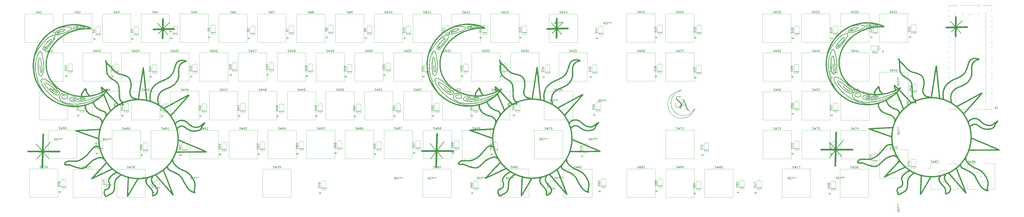
<source format=gbr>
%TF.GenerationSoftware,KiCad,Pcbnew,9.0.2*%
%TF.CreationDate,2025-07-26T17:38:44-10:00*%
%TF.ProjectId,Custom_Keyboard,43757374-6f6d-45f4-9b65-79626f617264,rev?*%
%TF.SameCoordinates,Original*%
%TF.FileFunction,Legend,Top*%
%TF.FilePolarity,Positive*%
%FSLAX46Y46*%
G04 Gerber Fmt 4.6, Leading zero omitted, Abs format (unit mm)*
G04 Created by KiCad (PCBNEW 9.0.2) date 2025-07-26 17:38:44*
%MOMM*%
%LPD*%
G01*
G04 APERTURE LIST*
%ADD10C,0.150000*%
%ADD11C,0.300000*%
%ADD12C,0.025000*%
%ADD13C,0.120000*%
%ADD14C,0.000000*%
G04 APERTURE END LIST*
D10*
X34880476Y-85913200D02*
X35023333Y-85960819D01*
X35023333Y-85960819D02*
X35261428Y-85960819D01*
X35261428Y-85960819D02*
X35356666Y-85913200D01*
X35356666Y-85913200D02*
X35404285Y-85865580D01*
X35404285Y-85865580D02*
X35451904Y-85770342D01*
X35451904Y-85770342D02*
X35451904Y-85675104D01*
X35451904Y-85675104D02*
X35404285Y-85579866D01*
X35404285Y-85579866D02*
X35356666Y-85532247D01*
X35356666Y-85532247D02*
X35261428Y-85484628D01*
X35261428Y-85484628D02*
X35070952Y-85437009D01*
X35070952Y-85437009D02*
X34975714Y-85389390D01*
X34975714Y-85389390D02*
X34928095Y-85341771D01*
X34928095Y-85341771D02*
X34880476Y-85246533D01*
X34880476Y-85246533D02*
X34880476Y-85151295D01*
X34880476Y-85151295D02*
X34928095Y-85056057D01*
X34928095Y-85056057D02*
X34975714Y-85008438D01*
X34975714Y-85008438D02*
X35070952Y-84960819D01*
X35070952Y-84960819D02*
X35309047Y-84960819D01*
X35309047Y-84960819D02*
X35451904Y-85008438D01*
X35785238Y-84960819D02*
X36023333Y-85960819D01*
X36023333Y-85960819D02*
X36213809Y-85246533D01*
X36213809Y-85246533D02*
X36404285Y-85960819D01*
X36404285Y-85960819D02*
X36642381Y-84960819D01*
X37499523Y-84960819D02*
X37023333Y-84960819D01*
X37023333Y-84960819D02*
X36975714Y-85437009D01*
X36975714Y-85437009D02*
X37023333Y-85389390D01*
X37023333Y-85389390D02*
X37118571Y-85341771D01*
X37118571Y-85341771D02*
X37356666Y-85341771D01*
X37356666Y-85341771D02*
X37451904Y-85389390D01*
X37451904Y-85389390D02*
X37499523Y-85437009D01*
X37499523Y-85437009D02*
X37547142Y-85532247D01*
X37547142Y-85532247D02*
X37547142Y-85770342D01*
X37547142Y-85770342D02*
X37499523Y-85865580D01*
X37499523Y-85865580D02*
X37451904Y-85913200D01*
X37451904Y-85913200D02*
X37356666Y-85960819D01*
X37356666Y-85960819D02*
X37118571Y-85960819D01*
X37118571Y-85960819D02*
X37023333Y-85913200D01*
X37023333Y-85913200D02*
X36975714Y-85865580D01*
X38023333Y-85960819D02*
X38213809Y-85960819D01*
X38213809Y-85960819D02*
X38309047Y-85913200D01*
X38309047Y-85913200D02*
X38356666Y-85865580D01*
X38356666Y-85865580D02*
X38451904Y-85722723D01*
X38451904Y-85722723D02*
X38499523Y-85532247D01*
X38499523Y-85532247D02*
X38499523Y-85151295D01*
X38499523Y-85151295D02*
X38451904Y-85056057D01*
X38451904Y-85056057D02*
X38404285Y-85008438D01*
X38404285Y-85008438D02*
X38309047Y-84960819D01*
X38309047Y-84960819D02*
X38118571Y-84960819D01*
X38118571Y-84960819D02*
X38023333Y-85008438D01*
X38023333Y-85008438D02*
X37975714Y-85056057D01*
X37975714Y-85056057D02*
X37928095Y-85151295D01*
X37928095Y-85151295D02*
X37928095Y-85389390D01*
X37928095Y-85389390D02*
X37975714Y-85484628D01*
X37975714Y-85484628D02*
X38023333Y-85532247D01*
X38023333Y-85532247D02*
X38118571Y-85579866D01*
X38118571Y-85579866D02*
X38309047Y-85579866D01*
X38309047Y-85579866D02*
X38404285Y-85532247D01*
X38404285Y-85532247D02*
X38451904Y-85484628D01*
X38451904Y-85484628D02*
X38499523Y-85389390D01*
X190084819Y-95554285D02*
X189084819Y-95554285D01*
X189084819Y-95554285D02*
X189084819Y-95316190D01*
X189084819Y-95316190D02*
X189132438Y-95173333D01*
X189132438Y-95173333D02*
X189227676Y-95078095D01*
X189227676Y-95078095D02*
X189322914Y-95030476D01*
X189322914Y-95030476D02*
X189513390Y-94982857D01*
X189513390Y-94982857D02*
X189656247Y-94982857D01*
X189656247Y-94982857D02*
X189846723Y-95030476D01*
X189846723Y-95030476D02*
X189941961Y-95078095D01*
X189941961Y-95078095D02*
X190037200Y-95173333D01*
X190037200Y-95173333D02*
X190084819Y-95316190D01*
X190084819Y-95316190D02*
X190084819Y-95554285D01*
X189084819Y-94125714D02*
X189084819Y-94316190D01*
X189084819Y-94316190D02*
X189132438Y-94411428D01*
X189132438Y-94411428D02*
X189180057Y-94459047D01*
X189180057Y-94459047D02*
X189322914Y-94554285D01*
X189322914Y-94554285D02*
X189513390Y-94601904D01*
X189513390Y-94601904D02*
X189894342Y-94601904D01*
X189894342Y-94601904D02*
X189989580Y-94554285D01*
X189989580Y-94554285D02*
X190037200Y-94506666D01*
X190037200Y-94506666D02*
X190084819Y-94411428D01*
X190084819Y-94411428D02*
X190084819Y-94220952D01*
X190084819Y-94220952D02*
X190037200Y-94125714D01*
X190037200Y-94125714D02*
X189989580Y-94078095D01*
X189989580Y-94078095D02*
X189894342Y-94030476D01*
X189894342Y-94030476D02*
X189656247Y-94030476D01*
X189656247Y-94030476D02*
X189561009Y-94078095D01*
X189561009Y-94078095D02*
X189513390Y-94125714D01*
X189513390Y-94125714D02*
X189465771Y-94220952D01*
X189465771Y-94220952D02*
X189465771Y-94411428D01*
X189465771Y-94411428D02*
X189513390Y-94506666D01*
X189513390Y-94506666D02*
X189561009Y-94554285D01*
X189561009Y-94554285D02*
X189656247Y-94601904D01*
X189084819Y-93173333D02*
X189084819Y-93363809D01*
X189084819Y-93363809D02*
X189132438Y-93459047D01*
X189132438Y-93459047D02*
X189180057Y-93506666D01*
X189180057Y-93506666D02*
X189322914Y-93601904D01*
X189322914Y-93601904D02*
X189513390Y-93649523D01*
X189513390Y-93649523D02*
X189894342Y-93649523D01*
X189894342Y-93649523D02*
X189989580Y-93601904D01*
X189989580Y-93601904D02*
X190037200Y-93554285D01*
X190037200Y-93554285D02*
X190084819Y-93459047D01*
X190084819Y-93459047D02*
X190084819Y-93268571D01*
X190084819Y-93268571D02*
X190037200Y-93173333D01*
X190037200Y-93173333D02*
X189989580Y-93125714D01*
X189989580Y-93125714D02*
X189894342Y-93078095D01*
X189894342Y-93078095D02*
X189656247Y-93078095D01*
X189656247Y-93078095D02*
X189561009Y-93125714D01*
X189561009Y-93125714D02*
X189513390Y-93173333D01*
X189513390Y-93173333D02*
X189465771Y-93268571D01*
X189465771Y-93268571D02*
X189465771Y-93459047D01*
X189465771Y-93459047D02*
X189513390Y-93554285D01*
X189513390Y-93554285D02*
X189561009Y-93601904D01*
X189561009Y-93601904D02*
X189656247Y-93649523D01*
X190404819Y-98411904D02*
X189404819Y-98411904D01*
X190404819Y-97840476D02*
X189833390Y-98269047D01*
X189404819Y-97840476D02*
X189976247Y-98411904D01*
X394727219Y-57500685D02*
X393727219Y-57500685D01*
X393727219Y-57500685D02*
X393727219Y-57262590D01*
X393727219Y-57262590D02*
X393774838Y-57119733D01*
X393774838Y-57119733D02*
X393870076Y-57024495D01*
X393870076Y-57024495D02*
X393965314Y-56976876D01*
X393965314Y-56976876D02*
X394155790Y-56929257D01*
X394155790Y-56929257D02*
X394298647Y-56929257D01*
X394298647Y-56929257D02*
X394489123Y-56976876D01*
X394489123Y-56976876D02*
X394584361Y-57024495D01*
X394584361Y-57024495D02*
X394679600Y-57119733D01*
X394679600Y-57119733D02*
X394727219Y-57262590D01*
X394727219Y-57262590D02*
X394727219Y-57500685D01*
X393727219Y-56595923D02*
X393727219Y-55976876D01*
X393727219Y-55976876D02*
X394108171Y-56310209D01*
X394108171Y-56310209D02*
X394108171Y-56167352D01*
X394108171Y-56167352D02*
X394155790Y-56072114D01*
X394155790Y-56072114D02*
X394203409Y-56024495D01*
X394203409Y-56024495D02*
X394298647Y-55976876D01*
X394298647Y-55976876D02*
X394536742Y-55976876D01*
X394536742Y-55976876D02*
X394631980Y-56024495D01*
X394631980Y-56024495D02*
X394679600Y-56072114D01*
X394679600Y-56072114D02*
X394727219Y-56167352D01*
X394727219Y-56167352D02*
X394727219Y-56453066D01*
X394727219Y-56453066D02*
X394679600Y-56548304D01*
X394679600Y-56548304D02*
X394631980Y-56595923D01*
X394727219Y-55500685D02*
X394727219Y-55310209D01*
X394727219Y-55310209D02*
X394679600Y-55214971D01*
X394679600Y-55214971D02*
X394631980Y-55167352D01*
X394631980Y-55167352D02*
X394489123Y-55072114D01*
X394489123Y-55072114D02*
X394298647Y-55024495D01*
X394298647Y-55024495D02*
X393917695Y-55024495D01*
X393917695Y-55024495D02*
X393822457Y-55072114D01*
X393822457Y-55072114D02*
X393774838Y-55119733D01*
X393774838Y-55119733D02*
X393727219Y-55214971D01*
X393727219Y-55214971D02*
X393727219Y-55405447D01*
X393727219Y-55405447D02*
X393774838Y-55500685D01*
X393774838Y-55500685D02*
X393822457Y-55548304D01*
X393822457Y-55548304D02*
X393917695Y-55595923D01*
X393917695Y-55595923D02*
X394155790Y-55595923D01*
X394155790Y-55595923D02*
X394251028Y-55548304D01*
X394251028Y-55548304D02*
X394298647Y-55500685D01*
X394298647Y-55500685D02*
X394346266Y-55405447D01*
X394346266Y-55405447D02*
X394346266Y-55214971D01*
X394346266Y-55214971D02*
X394298647Y-55119733D01*
X394298647Y-55119733D02*
X394251028Y-55072114D01*
X394251028Y-55072114D02*
X394155790Y-55024495D01*
X395047219Y-60358304D02*
X394047219Y-60358304D01*
X395047219Y-59786876D02*
X394475790Y-60215447D01*
X394047219Y-59786876D02*
X394618647Y-60358304D01*
X53654819Y-95244285D02*
X52654819Y-95244285D01*
X52654819Y-95244285D02*
X52654819Y-95006190D01*
X52654819Y-95006190D02*
X52702438Y-94863333D01*
X52702438Y-94863333D02*
X52797676Y-94768095D01*
X52797676Y-94768095D02*
X52892914Y-94720476D01*
X52892914Y-94720476D02*
X53083390Y-94672857D01*
X53083390Y-94672857D02*
X53226247Y-94672857D01*
X53226247Y-94672857D02*
X53416723Y-94720476D01*
X53416723Y-94720476D02*
X53511961Y-94768095D01*
X53511961Y-94768095D02*
X53607200Y-94863333D01*
X53607200Y-94863333D02*
X53654819Y-95006190D01*
X53654819Y-95006190D02*
X53654819Y-95244285D01*
X52654819Y-93768095D02*
X52654819Y-94244285D01*
X52654819Y-94244285D02*
X53131009Y-94291904D01*
X53131009Y-94291904D02*
X53083390Y-94244285D01*
X53083390Y-94244285D02*
X53035771Y-94149047D01*
X53035771Y-94149047D02*
X53035771Y-93910952D01*
X53035771Y-93910952D02*
X53083390Y-93815714D01*
X53083390Y-93815714D02*
X53131009Y-93768095D01*
X53131009Y-93768095D02*
X53226247Y-93720476D01*
X53226247Y-93720476D02*
X53464342Y-93720476D01*
X53464342Y-93720476D02*
X53559580Y-93768095D01*
X53559580Y-93768095D02*
X53607200Y-93815714D01*
X53607200Y-93815714D02*
X53654819Y-93910952D01*
X53654819Y-93910952D02*
X53654819Y-94149047D01*
X53654819Y-94149047D02*
X53607200Y-94244285D01*
X53607200Y-94244285D02*
X53559580Y-94291904D01*
X53654819Y-93244285D02*
X53654819Y-93053809D01*
X53654819Y-93053809D02*
X53607200Y-92958571D01*
X53607200Y-92958571D02*
X53559580Y-92910952D01*
X53559580Y-92910952D02*
X53416723Y-92815714D01*
X53416723Y-92815714D02*
X53226247Y-92768095D01*
X53226247Y-92768095D02*
X52845295Y-92768095D01*
X52845295Y-92768095D02*
X52750057Y-92815714D01*
X52750057Y-92815714D02*
X52702438Y-92863333D01*
X52702438Y-92863333D02*
X52654819Y-92958571D01*
X52654819Y-92958571D02*
X52654819Y-93149047D01*
X52654819Y-93149047D02*
X52702438Y-93244285D01*
X52702438Y-93244285D02*
X52750057Y-93291904D01*
X52750057Y-93291904D02*
X52845295Y-93339523D01*
X52845295Y-93339523D02*
X53083390Y-93339523D01*
X53083390Y-93339523D02*
X53178628Y-93291904D01*
X53178628Y-93291904D02*
X53226247Y-93244285D01*
X53226247Y-93244285D02*
X53273866Y-93149047D01*
X53273866Y-93149047D02*
X53273866Y-92958571D01*
X53273866Y-92958571D02*
X53226247Y-92863333D01*
X53226247Y-92863333D02*
X53178628Y-92815714D01*
X53178628Y-92815714D02*
X53083390Y-92768095D01*
X53974819Y-98101904D02*
X52974819Y-98101904D01*
X53974819Y-97530476D02*
X53403390Y-97959047D01*
X52974819Y-97530476D02*
X53546247Y-98101904D01*
X128179619Y-38126894D02*
X127179619Y-38126894D01*
X127179619Y-38126894D02*
X127179619Y-37888799D01*
X127179619Y-37888799D02*
X127227238Y-37745942D01*
X127227238Y-37745942D02*
X127322476Y-37650704D01*
X127322476Y-37650704D02*
X127417714Y-37603085D01*
X127417714Y-37603085D02*
X127608190Y-37555466D01*
X127608190Y-37555466D02*
X127751047Y-37555466D01*
X127751047Y-37555466D02*
X127941523Y-37603085D01*
X127941523Y-37603085D02*
X128036761Y-37650704D01*
X128036761Y-37650704D02*
X128132000Y-37745942D01*
X128132000Y-37745942D02*
X128179619Y-37888799D01*
X128179619Y-37888799D02*
X128179619Y-38126894D01*
X127179619Y-36698323D02*
X127179619Y-36888799D01*
X127179619Y-36888799D02*
X127227238Y-36984037D01*
X127227238Y-36984037D02*
X127274857Y-37031656D01*
X127274857Y-37031656D02*
X127417714Y-37126894D01*
X127417714Y-37126894D02*
X127608190Y-37174513D01*
X127608190Y-37174513D02*
X127989142Y-37174513D01*
X127989142Y-37174513D02*
X128084380Y-37126894D01*
X128084380Y-37126894D02*
X128132000Y-37079275D01*
X128132000Y-37079275D02*
X128179619Y-36984037D01*
X128179619Y-36984037D02*
X128179619Y-36793561D01*
X128179619Y-36793561D02*
X128132000Y-36698323D01*
X128132000Y-36698323D02*
X128084380Y-36650704D01*
X128084380Y-36650704D02*
X127989142Y-36603085D01*
X127989142Y-36603085D02*
X127751047Y-36603085D01*
X127751047Y-36603085D02*
X127655809Y-36650704D01*
X127655809Y-36650704D02*
X127608190Y-36698323D01*
X127608190Y-36698323D02*
X127560571Y-36793561D01*
X127560571Y-36793561D02*
X127560571Y-36984037D01*
X127560571Y-36984037D02*
X127608190Y-37079275D01*
X127608190Y-37079275D02*
X127655809Y-37126894D01*
X127655809Y-37126894D02*
X127751047Y-37174513D01*
X128499619Y-41460704D02*
X127499619Y-41460704D01*
X128499619Y-40889276D02*
X127928190Y-41317847D01*
X127499619Y-40889276D02*
X128071047Y-41460704D01*
X254746666Y-110594819D02*
X254413333Y-110118628D01*
X254175238Y-110594819D02*
X254175238Y-109594819D01*
X254175238Y-109594819D02*
X254556190Y-109594819D01*
X254556190Y-109594819D02*
X254651428Y-109642438D01*
X254651428Y-109642438D02*
X254699047Y-109690057D01*
X254699047Y-109690057D02*
X254746666Y-109785295D01*
X254746666Y-109785295D02*
X254746666Y-109928152D01*
X254746666Y-109928152D02*
X254699047Y-110023390D01*
X254699047Y-110023390D02*
X254651428Y-110071009D01*
X254651428Y-110071009D02*
X254556190Y-110118628D01*
X254556190Y-110118628D02*
X254175238Y-110118628D01*
X255175238Y-110071009D02*
X255508571Y-110071009D01*
X255651428Y-110594819D02*
X255175238Y-110594819D01*
X255175238Y-110594819D02*
X255175238Y-109594819D01*
X255175238Y-109594819D02*
X255651428Y-109594819D01*
X256413333Y-110071009D02*
X256080000Y-110071009D01*
X256080000Y-110594819D02*
X256080000Y-109594819D01*
X256080000Y-109594819D02*
X256556190Y-109594819D01*
X257080000Y-109594819D02*
X257080000Y-109832914D01*
X256841905Y-109737676D02*
X257080000Y-109832914D01*
X257080000Y-109832914D02*
X257318095Y-109737676D01*
X256937143Y-110023390D02*
X257080000Y-109832914D01*
X257080000Y-109832914D02*
X257222857Y-110023390D01*
X257841905Y-109594819D02*
X257841905Y-109832914D01*
X257603810Y-109737676D02*
X257841905Y-109832914D01*
X257841905Y-109832914D02*
X258080000Y-109737676D01*
X257699048Y-110023390D02*
X257841905Y-109832914D01*
X257841905Y-109832914D02*
X257984762Y-110023390D01*
X237602819Y-76652285D02*
X236602819Y-76652285D01*
X236602819Y-76652285D02*
X236602819Y-76414190D01*
X236602819Y-76414190D02*
X236650438Y-76271333D01*
X236650438Y-76271333D02*
X236745676Y-76176095D01*
X236745676Y-76176095D02*
X236840914Y-76128476D01*
X236840914Y-76128476D02*
X237031390Y-76080857D01*
X237031390Y-76080857D02*
X237174247Y-76080857D01*
X237174247Y-76080857D02*
X237364723Y-76128476D01*
X237364723Y-76128476D02*
X237459961Y-76176095D01*
X237459961Y-76176095D02*
X237555200Y-76271333D01*
X237555200Y-76271333D02*
X237602819Y-76414190D01*
X237602819Y-76414190D02*
X237602819Y-76652285D01*
X236602819Y-75176095D02*
X236602819Y-75652285D01*
X236602819Y-75652285D02*
X237079009Y-75699904D01*
X237079009Y-75699904D02*
X237031390Y-75652285D01*
X237031390Y-75652285D02*
X236983771Y-75557047D01*
X236983771Y-75557047D02*
X236983771Y-75318952D01*
X236983771Y-75318952D02*
X237031390Y-75223714D01*
X237031390Y-75223714D02*
X237079009Y-75176095D01*
X237079009Y-75176095D02*
X237174247Y-75128476D01*
X237174247Y-75128476D02*
X237412342Y-75128476D01*
X237412342Y-75128476D02*
X237507580Y-75176095D01*
X237507580Y-75176095D02*
X237555200Y-75223714D01*
X237555200Y-75223714D02*
X237602819Y-75318952D01*
X237602819Y-75318952D02*
X237602819Y-75557047D01*
X237602819Y-75557047D02*
X237555200Y-75652285D01*
X237555200Y-75652285D02*
X237507580Y-75699904D01*
X236602819Y-74795142D02*
X236602819Y-74176095D01*
X236602819Y-74176095D02*
X236983771Y-74509428D01*
X236983771Y-74509428D02*
X236983771Y-74366571D01*
X236983771Y-74366571D02*
X237031390Y-74271333D01*
X237031390Y-74271333D02*
X237079009Y-74223714D01*
X237079009Y-74223714D02*
X237174247Y-74176095D01*
X237174247Y-74176095D02*
X237412342Y-74176095D01*
X237412342Y-74176095D02*
X237507580Y-74223714D01*
X237507580Y-74223714D02*
X237555200Y-74271333D01*
X237555200Y-74271333D02*
X237602819Y-74366571D01*
X237602819Y-74366571D02*
X237602819Y-74652285D01*
X237602819Y-74652285D02*
X237555200Y-74747523D01*
X237555200Y-74747523D02*
X237507580Y-74795142D01*
X237922819Y-79509904D02*
X236922819Y-79509904D01*
X237922819Y-78938476D02*
X237351390Y-79367047D01*
X236922819Y-78938476D02*
X237494247Y-79509904D01*
X442233276Y-28753600D02*
X442376133Y-28801219D01*
X442376133Y-28801219D02*
X442614228Y-28801219D01*
X442614228Y-28801219D02*
X442709466Y-28753600D01*
X442709466Y-28753600D02*
X442757085Y-28705980D01*
X442757085Y-28705980D02*
X442804704Y-28610742D01*
X442804704Y-28610742D02*
X442804704Y-28515504D01*
X442804704Y-28515504D02*
X442757085Y-28420266D01*
X442757085Y-28420266D02*
X442709466Y-28372647D01*
X442709466Y-28372647D02*
X442614228Y-28325028D01*
X442614228Y-28325028D02*
X442423752Y-28277409D01*
X442423752Y-28277409D02*
X442328514Y-28229790D01*
X442328514Y-28229790D02*
X442280895Y-28182171D01*
X442280895Y-28182171D02*
X442233276Y-28086933D01*
X442233276Y-28086933D02*
X442233276Y-27991695D01*
X442233276Y-27991695D02*
X442280895Y-27896457D01*
X442280895Y-27896457D02*
X442328514Y-27848838D01*
X442328514Y-27848838D02*
X442423752Y-27801219D01*
X442423752Y-27801219D02*
X442661847Y-27801219D01*
X442661847Y-27801219D02*
X442804704Y-27848838D01*
X443138038Y-27801219D02*
X443376133Y-28801219D01*
X443376133Y-28801219D02*
X443566609Y-28086933D01*
X443566609Y-28086933D02*
X443757085Y-28801219D01*
X443757085Y-28801219D02*
X443995181Y-27801219D01*
X444328514Y-27896457D02*
X444376133Y-27848838D01*
X444376133Y-27848838D02*
X444471371Y-27801219D01*
X444471371Y-27801219D02*
X444709466Y-27801219D01*
X444709466Y-27801219D02*
X444804704Y-27848838D01*
X444804704Y-27848838D02*
X444852323Y-27896457D01*
X444852323Y-27896457D02*
X444899942Y-27991695D01*
X444899942Y-27991695D02*
X444899942Y-28086933D01*
X444899942Y-28086933D02*
X444852323Y-28229790D01*
X444852323Y-28229790D02*
X444280895Y-28801219D01*
X444280895Y-28801219D02*
X444899942Y-28801219D01*
X445852323Y-28801219D02*
X445280895Y-28801219D01*
X445566609Y-28801219D02*
X445566609Y-27801219D01*
X445566609Y-27801219D02*
X445471371Y-27944076D01*
X445471371Y-27944076D02*
X445376133Y-28039314D01*
X445376133Y-28039314D02*
X445280895Y-28086933D01*
X392906666Y-110584819D02*
X392573333Y-110108628D01*
X392335238Y-110584819D02*
X392335238Y-109584819D01*
X392335238Y-109584819D02*
X392716190Y-109584819D01*
X392716190Y-109584819D02*
X392811428Y-109632438D01*
X392811428Y-109632438D02*
X392859047Y-109680057D01*
X392859047Y-109680057D02*
X392906666Y-109775295D01*
X392906666Y-109775295D02*
X392906666Y-109918152D01*
X392906666Y-109918152D02*
X392859047Y-110013390D01*
X392859047Y-110013390D02*
X392811428Y-110061009D01*
X392811428Y-110061009D02*
X392716190Y-110108628D01*
X392716190Y-110108628D02*
X392335238Y-110108628D01*
X393335238Y-110061009D02*
X393668571Y-110061009D01*
X393811428Y-110584819D02*
X393335238Y-110584819D01*
X393335238Y-110584819D02*
X393335238Y-109584819D01*
X393335238Y-109584819D02*
X393811428Y-109584819D01*
X394573333Y-110061009D02*
X394240000Y-110061009D01*
X394240000Y-110584819D02*
X394240000Y-109584819D01*
X394240000Y-109584819D02*
X394716190Y-109584819D01*
X395240000Y-109584819D02*
X395240000Y-109822914D01*
X395001905Y-109727676D02*
X395240000Y-109822914D01*
X395240000Y-109822914D02*
X395478095Y-109727676D01*
X395097143Y-110013390D02*
X395240000Y-109822914D01*
X395240000Y-109822914D02*
X395382857Y-110013390D01*
X396001905Y-109584819D02*
X396001905Y-109822914D01*
X395763810Y-109727676D02*
X396001905Y-109822914D01*
X396001905Y-109822914D02*
X396240000Y-109727676D01*
X395859048Y-110013390D02*
X396001905Y-109822914D01*
X396001905Y-109822914D02*
X396144762Y-110013390D01*
X297546819Y-76245885D02*
X296546819Y-76245885D01*
X296546819Y-76245885D02*
X296546819Y-76007790D01*
X296546819Y-76007790D02*
X296594438Y-75864933D01*
X296594438Y-75864933D02*
X296689676Y-75769695D01*
X296689676Y-75769695D02*
X296784914Y-75722076D01*
X296784914Y-75722076D02*
X296975390Y-75674457D01*
X296975390Y-75674457D02*
X297118247Y-75674457D01*
X297118247Y-75674457D02*
X297308723Y-75722076D01*
X297308723Y-75722076D02*
X297403961Y-75769695D01*
X297403961Y-75769695D02*
X297499200Y-75864933D01*
X297499200Y-75864933D02*
X297546819Y-76007790D01*
X297546819Y-76007790D02*
X297546819Y-76245885D01*
X296546819Y-74769695D02*
X296546819Y-75245885D01*
X296546819Y-75245885D02*
X297023009Y-75293504D01*
X297023009Y-75293504D02*
X296975390Y-75245885D01*
X296975390Y-75245885D02*
X296927771Y-75150647D01*
X296927771Y-75150647D02*
X296927771Y-74912552D01*
X296927771Y-74912552D02*
X296975390Y-74817314D01*
X296975390Y-74817314D02*
X297023009Y-74769695D01*
X297023009Y-74769695D02*
X297118247Y-74722076D01*
X297118247Y-74722076D02*
X297356342Y-74722076D01*
X297356342Y-74722076D02*
X297451580Y-74769695D01*
X297451580Y-74769695D02*
X297499200Y-74817314D01*
X297499200Y-74817314D02*
X297546819Y-74912552D01*
X297546819Y-74912552D02*
X297546819Y-75150647D01*
X297546819Y-75150647D02*
X297499200Y-75245885D01*
X297499200Y-75245885D02*
X297451580Y-75293504D01*
X296546819Y-73817314D02*
X296546819Y-74293504D01*
X296546819Y-74293504D02*
X297023009Y-74341123D01*
X297023009Y-74341123D02*
X296975390Y-74293504D01*
X296975390Y-74293504D02*
X296927771Y-74198266D01*
X296927771Y-74198266D02*
X296927771Y-73960171D01*
X296927771Y-73960171D02*
X296975390Y-73864933D01*
X296975390Y-73864933D02*
X297023009Y-73817314D01*
X297023009Y-73817314D02*
X297118247Y-73769695D01*
X297118247Y-73769695D02*
X297356342Y-73769695D01*
X297356342Y-73769695D02*
X297451580Y-73817314D01*
X297451580Y-73817314D02*
X297499200Y-73864933D01*
X297499200Y-73864933D02*
X297546819Y-73960171D01*
X297546819Y-73960171D02*
X297546819Y-74198266D01*
X297546819Y-74198266D02*
X297499200Y-74293504D01*
X297499200Y-74293504D02*
X297451580Y-74341123D01*
X297866819Y-79103504D02*
X296866819Y-79103504D01*
X297866819Y-78532076D02*
X297295390Y-78960647D01*
X296866819Y-78532076D02*
X297438247Y-79103504D01*
X447024819Y-125933333D02*
X446548628Y-126266666D01*
X447024819Y-126504761D02*
X446024819Y-126504761D01*
X446024819Y-126504761D02*
X446024819Y-126123809D01*
X446024819Y-126123809D02*
X446072438Y-126028571D01*
X446072438Y-126028571D02*
X446120057Y-125980952D01*
X446120057Y-125980952D02*
X446215295Y-125933333D01*
X446215295Y-125933333D02*
X446358152Y-125933333D01*
X446358152Y-125933333D02*
X446453390Y-125980952D01*
X446453390Y-125980952D02*
X446501009Y-126028571D01*
X446501009Y-126028571D02*
X446548628Y-126123809D01*
X446548628Y-126123809D02*
X446548628Y-126504761D01*
X446501009Y-125504761D02*
X446501009Y-125171428D01*
X447024819Y-125028571D02*
X447024819Y-125504761D01*
X447024819Y-125504761D02*
X446024819Y-125504761D01*
X446024819Y-125504761D02*
X446024819Y-125028571D01*
X446501009Y-124266666D02*
X446501009Y-124599999D01*
X447024819Y-124599999D02*
X446024819Y-124599999D01*
X446024819Y-124599999D02*
X446024819Y-124123809D01*
X446024819Y-123599999D02*
X446262914Y-123599999D01*
X446167676Y-123838094D02*
X446262914Y-123599999D01*
X446262914Y-123599999D02*
X446167676Y-123361904D01*
X446453390Y-123742856D02*
X446262914Y-123599999D01*
X446262914Y-123599999D02*
X446453390Y-123457142D01*
X446024819Y-122838094D02*
X446262914Y-122838094D01*
X446167676Y-123076189D02*
X446262914Y-122838094D01*
X446262914Y-122838094D02*
X446167676Y-122599999D01*
X446453390Y-122980951D02*
X446262914Y-122838094D01*
X446262914Y-122838094D02*
X446453390Y-122695237D01*
X71131219Y-38482494D02*
X70131219Y-38482494D01*
X70131219Y-38482494D02*
X70131219Y-38244399D01*
X70131219Y-38244399D02*
X70178838Y-38101542D01*
X70178838Y-38101542D02*
X70274076Y-38006304D01*
X70274076Y-38006304D02*
X70369314Y-37958685D01*
X70369314Y-37958685D02*
X70559790Y-37911066D01*
X70559790Y-37911066D02*
X70702647Y-37911066D01*
X70702647Y-37911066D02*
X70893123Y-37958685D01*
X70893123Y-37958685D02*
X70988361Y-38006304D01*
X70988361Y-38006304D02*
X71083600Y-38101542D01*
X71083600Y-38101542D02*
X71131219Y-38244399D01*
X71131219Y-38244399D02*
X71131219Y-38482494D01*
X70131219Y-37577732D02*
X70131219Y-36958685D01*
X70131219Y-36958685D02*
X70512171Y-37292018D01*
X70512171Y-37292018D02*
X70512171Y-37149161D01*
X70512171Y-37149161D02*
X70559790Y-37053923D01*
X70559790Y-37053923D02*
X70607409Y-37006304D01*
X70607409Y-37006304D02*
X70702647Y-36958685D01*
X70702647Y-36958685D02*
X70940742Y-36958685D01*
X70940742Y-36958685D02*
X71035980Y-37006304D01*
X71035980Y-37006304D02*
X71083600Y-37053923D01*
X71083600Y-37053923D02*
X71131219Y-37149161D01*
X71131219Y-37149161D02*
X71131219Y-37434875D01*
X71131219Y-37434875D02*
X71083600Y-37530113D01*
X71083600Y-37530113D02*
X71035980Y-37577732D01*
X71451219Y-41816304D02*
X70451219Y-41816304D01*
X71451219Y-41244876D02*
X70879790Y-41673447D01*
X70451219Y-41244876D02*
X71022647Y-41816304D01*
X208908876Y-66955200D02*
X209051733Y-67002819D01*
X209051733Y-67002819D02*
X209289828Y-67002819D01*
X209289828Y-67002819D02*
X209385066Y-66955200D01*
X209385066Y-66955200D02*
X209432685Y-66907580D01*
X209432685Y-66907580D02*
X209480304Y-66812342D01*
X209480304Y-66812342D02*
X209480304Y-66717104D01*
X209480304Y-66717104D02*
X209432685Y-66621866D01*
X209432685Y-66621866D02*
X209385066Y-66574247D01*
X209385066Y-66574247D02*
X209289828Y-66526628D01*
X209289828Y-66526628D02*
X209099352Y-66479009D01*
X209099352Y-66479009D02*
X209004114Y-66431390D01*
X209004114Y-66431390D02*
X208956495Y-66383771D01*
X208956495Y-66383771D02*
X208908876Y-66288533D01*
X208908876Y-66288533D02*
X208908876Y-66193295D01*
X208908876Y-66193295D02*
X208956495Y-66098057D01*
X208956495Y-66098057D02*
X209004114Y-66050438D01*
X209004114Y-66050438D02*
X209099352Y-66002819D01*
X209099352Y-66002819D02*
X209337447Y-66002819D01*
X209337447Y-66002819D02*
X209480304Y-66050438D01*
X209813638Y-66002819D02*
X210051733Y-67002819D01*
X210051733Y-67002819D02*
X210242209Y-66288533D01*
X210242209Y-66288533D02*
X210432685Y-67002819D01*
X210432685Y-67002819D02*
X210670781Y-66002819D01*
X211527923Y-66002819D02*
X211051733Y-66002819D01*
X211051733Y-66002819D02*
X211004114Y-66479009D01*
X211004114Y-66479009D02*
X211051733Y-66431390D01*
X211051733Y-66431390D02*
X211146971Y-66383771D01*
X211146971Y-66383771D02*
X211385066Y-66383771D01*
X211385066Y-66383771D02*
X211480304Y-66431390D01*
X211480304Y-66431390D02*
X211527923Y-66479009D01*
X211527923Y-66479009D02*
X211575542Y-66574247D01*
X211575542Y-66574247D02*
X211575542Y-66812342D01*
X211575542Y-66812342D02*
X211527923Y-66907580D01*
X211527923Y-66907580D02*
X211480304Y-66955200D01*
X211480304Y-66955200D02*
X211385066Y-67002819D01*
X211385066Y-67002819D02*
X211146971Y-67002819D01*
X211146971Y-67002819D02*
X211051733Y-66955200D01*
X211051733Y-66955200D02*
X211004114Y-66907580D01*
X211956495Y-66098057D02*
X212004114Y-66050438D01*
X212004114Y-66050438D02*
X212099352Y-66002819D01*
X212099352Y-66002819D02*
X212337447Y-66002819D01*
X212337447Y-66002819D02*
X212432685Y-66050438D01*
X212432685Y-66050438D02*
X212480304Y-66098057D01*
X212480304Y-66098057D02*
X212527923Y-66193295D01*
X212527923Y-66193295D02*
X212527923Y-66288533D01*
X212527923Y-66288533D02*
X212480304Y-66431390D01*
X212480304Y-66431390D02*
X211908876Y-67002819D01*
X211908876Y-67002819D02*
X212527923Y-67002819D01*
X287520476Y-105063200D02*
X287663333Y-105110819D01*
X287663333Y-105110819D02*
X287901428Y-105110819D01*
X287901428Y-105110819D02*
X287996666Y-105063200D01*
X287996666Y-105063200D02*
X288044285Y-105015580D01*
X288044285Y-105015580D02*
X288091904Y-104920342D01*
X288091904Y-104920342D02*
X288091904Y-104825104D01*
X288091904Y-104825104D02*
X288044285Y-104729866D01*
X288044285Y-104729866D02*
X287996666Y-104682247D01*
X287996666Y-104682247D02*
X287901428Y-104634628D01*
X287901428Y-104634628D02*
X287710952Y-104587009D01*
X287710952Y-104587009D02*
X287615714Y-104539390D01*
X287615714Y-104539390D02*
X287568095Y-104491771D01*
X287568095Y-104491771D02*
X287520476Y-104396533D01*
X287520476Y-104396533D02*
X287520476Y-104301295D01*
X287520476Y-104301295D02*
X287568095Y-104206057D01*
X287568095Y-104206057D02*
X287615714Y-104158438D01*
X287615714Y-104158438D02*
X287710952Y-104110819D01*
X287710952Y-104110819D02*
X287949047Y-104110819D01*
X287949047Y-104110819D02*
X288091904Y-104158438D01*
X288425238Y-104110819D02*
X288663333Y-105110819D01*
X288663333Y-105110819D02*
X288853809Y-104396533D01*
X288853809Y-104396533D02*
X289044285Y-105110819D01*
X289044285Y-105110819D02*
X289282381Y-104110819D01*
X289806190Y-104539390D02*
X289710952Y-104491771D01*
X289710952Y-104491771D02*
X289663333Y-104444152D01*
X289663333Y-104444152D02*
X289615714Y-104348914D01*
X289615714Y-104348914D02*
X289615714Y-104301295D01*
X289615714Y-104301295D02*
X289663333Y-104206057D01*
X289663333Y-104206057D02*
X289710952Y-104158438D01*
X289710952Y-104158438D02*
X289806190Y-104110819D01*
X289806190Y-104110819D02*
X289996666Y-104110819D01*
X289996666Y-104110819D02*
X290091904Y-104158438D01*
X290091904Y-104158438D02*
X290139523Y-104206057D01*
X290139523Y-104206057D02*
X290187142Y-104301295D01*
X290187142Y-104301295D02*
X290187142Y-104348914D01*
X290187142Y-104348914D02*
X290139523Y-104444152D01*
X290139523Y-104444152D02*
X290091904Y-104491771D01*
X290091904Y-104491771D02*
X289996666Y-104539390D01*
X289996666Y-104539390D02*
X289806190Y-104539390D01*
X289806190Y-104539390D02*
X289710952Y-104587009D01*
X289710952Y-104587009D02*
X289663333Y-104634628D01*
X289663333Y-104634628D02*
X289615714Y-104729866D01*
X289615714Y-104729866D02*
X289615714Y-104920342D01*
X289615714Y-104920342D02*
X289663333Y-105015580D01*
X289663333Y-105015580D02*
X289710952Y-105063200D01*
X289710952Y-105063200D02*
X289806190Y-105110819D01*
X289806190Y-105110819D02*
X289996666Y-105110819D01*
X289996666Y-105110819D02*
X290091904Y-105063200D01*
X290091904Y-105063200D02*
X290139523Y-105015580D01*
X290139523Y-105015580D02*
X290187142Y-104920342D01*
X290187142Y-104920342D02*
X290187142Y-104729866D01*
X290187142Y-104729866D02*
X290139523Y-104634628D01*
X290139523Y-104634628D02*
X290091904Y-104587009D01*
X290091904Y-104587009D02*
X289996666Y-104539390D01*
X290568095Y-104206057D02*
X290615714Y-104158438D01*
X290615714Y-104158438D02*
X290710952Y-104110819D01*
X290710952Y-104110819D02*
X290949047Y-104110819D01*
X290949047Y-104110819D02*
X291044285Y-104158438D01*
X291044285Y-104158438D02*
X291091904Y-104206057D01*
X291091904Y-104206057D02*
X291139523Y-104301295D01*
X291139523Y-104301295D02*
X291139523Y-104396533D01*
X291139523Y-104396533D02*
X291091904Y-104539390D01*
X291091904Y-104539390D02*
X290520476Y-105110819D01*
X290520476Y-105110819D02*
X291139523Y-105110819D01*
X218450476Y-105063200D02*
X218593333Y-105110819D01*
X218593333Y-105110819D02*
X218831428Y-105110819D01*
X218831428Y-105110819D02*
X218926666Y-105063200D01*
X218926666Y-105063200D02*
X218974285Y-105015580D01*
X218974285Y-105015580D02*
X219021904Y-104920342D01*
X219021904Y-104920342D02*
X219021904Y-104825104D01*
X219021904Y-104825104D02*
X218974285Y-104729866D01*
X218974285Y-104729866D02*
X218926666Y-104682247D01*
X218926666Y-104682247D02*
X218831428Y-104634628D01*
X218831428Y-104634628D02*
X218640952Y-104587009D01*
X218640952Y-104587009D02*
X218545714Y-104539390D01*
X218545714Y-104539390D02*
X218498095Y-104491771D01*
X218498095Y-104491771D02*
X218450476Y-104396533D01*
X218450476Y-104396533D02*
X218450476Y-104301295D01*
X218450476Y-104301295D02*
X218498095Y-104206057D01*
X218498095Y-104206057D02*
X218545714Y-104158438D01*
X218545714Y-104158438D02*
X218640952Y-104110819D01*
X218640952Y-104110819D02*
X218879047Y-104110819D01*
X218879047Y-104110819D02*
X219021904Y-104158438D01*
X219355238Y-104110819D02*
X219593333Y-105110819D01*
X219593333Y-105110819D02*
X219783809Y-104396533D01*
X219783809Y-104396533D02*
X219974285Y-105110819D01*
X219974285Y-105110819D02*
X220212381Y-104110819D01*
X220736190Y-104539390D02*
X220640952Y-104491771D01*
X220640952Y-104491771D02*
X220593333Y-104444152D01*
X220593333Y-104444152D02*
X220545714Y-104348914D01*
X220545714Y-104348914D02*
X220545714Y-104301295D01*
X220545714Y-104301295D02*
X220593333Y-104206057D01*
X220593333Y-104206057D02*
X220640952Y-104158438D01*
X220640952Y-104158438D02*
X220736190Y-104110819D01*
X220736190Y-104110819D02*
X220926666Y-104110819D01*
X220926666Y-104110819D02*
X221021904Y-104158438D01*
X221021904Y-104158438D02*
X221069523Y-104206057D01*
X221069523Y-104206057D02*
X221117142Y-104301295D01*
X221117142Y-104301295D02*
X221117142Y-104348914D01*
X221117142Y-104348914D02*
X221069523Y-104444152D01*
X221069523Y-104444152D02*
X221021904Y-104491771D01*
X221021904Y-104491771D02*
X220926666Y-104539390D01*
X220926666Y-104539390D02*
X220736190Y-104539390D01*
X220736190Y-104539390D02*
X220640952Y-104587009D01*
X220640952Y-104587009D02*
X220593333Y-104634628D01*
X220593333Y-104634628D02*
X220545714Y-104729866D01*
X220545714Y-104729866D02*
X220545714Y-104920342D01*
X220545714Y-104920342D02*
X220593333Y-105015580D01*
X220593333Y-105015580D02*
X220640952Y-105063200D01*
X220640952Y-105063200D02*
X220736190Y-105110819D01*
X220736190Y-105110819D02*
X220926666Y-105110819D01*
X220926666Y-105110819D02*
X221021904Y-105063200D01*
X221021904Y-105063200D02*
X221069523Y-105015580D01*
X221069523Y-105015580D02*
X221117142Y-104920342D01*
X221117142Y-104920342D02*
X221117142Y-104729866D01*
X221117142Y-104729866D02*
X221069523Y-104634628D01*
X221069523Y-104634628D02*
X221021904Y-104587009D01*
X221021904Y-104587009D02*
X220926666Y-104539390D01*
X221736190Y-104110819D02*
X221831428Y-104110819D01*
X221831428Y-104110819D02*
X221926666Y-104158438D01*
X221926666Y-104158438D02*
X221974285Y-104206057D01*
X221974285Y-104206057D02*
X222021904Y-104301295D01*
X222021904Y-104301295D02*
X222069523Y-104491771D01*
X222069523Y-104491771D02*
X222069523Y-104729866D01*
X222069523Y-104729866D02*
X222021904Y-104920342D01*
X222021904Y-104920342D02*
X221974285Y-105015580D01*
X221974285Y-105015580D02*
X221926666Y-105063200D01*
X221926666Y-105063200D02*
X221831428Y-105110819D01*
X221831428Y-105110819D02*
X221736190Y-105110819D01*
X221736190Y-105110819D02*
X221640952Y-105063200D01*
X221640952Y-105063200D02*
X221593333Y-105015580D01*
X221593333Y-105015580D02*
X221545714Y-104920342D01*
X221545714Y-104920342D02*
X221498095Y-104729866D01*
X221498095Y-104729866D02*
X221498095Y-104491771D01*
X221498095Y-104491771D02*
X221545714Y-104301295D01*
X221545714Y-104301295D02*
X221593333Y-104206057D01*
X221593333Y-104206057D02*
X221640952Y-104158438D01*
X221640952Y-104158438D02*
X221736190Y-104110819D01*
X302546666Y-34374819D02*
X302213333Y-33898628D01*
X301975238Y-34374819D02*
X301975238Y-33374819D01*
X301975238Y-33374819D02*
X302356190Y-33374819D01*
X302356190Y-33374819D02*
X302451428Y-33422438D01*
X302451428Y-33422438D02*
X302499047Y-33470057D01*
X302499047Y-33470057D02*
X302546666Y-33565295D01*
X302546666Y-33565295D02*
X302546666Y-33708152D01*
X302546666Y-33708152D02*
X302499047Y-33803390D01*
X302499047Y-33803390D02*
X302451428Y-33851009D01*
X302451428Y-33851009D02*
X302356190Y-33898628D01*
X302356190Y-33898628D02*
X301975238Y-33898628D01*
X302975238Y-33851009D02*
X303308571Y-33851009D01*
X303451428Y-34374819D02*
X302975238Y-34374819D01*
X302975238Y-34374819D02*
X302975238Y-33374819D01*
X302975238Y-33374819D02*
X303451428Y-33374819D01*
X304213333Y-33851009D02*
X303880000Y-33851009D01*
X303880000Y-34374819D02*
X303880000Y-33374819D01*
X303880000Y-33374819D02*
X304356190Y-33374819D01*
X304880000Y-33374819D02*
X304880000Y-33612914D01*
X304641905Y-33517676D02*
X304880000Y-33612914D01*
X304880000Y-33612914D02*
X305118095Y-33517676D01*
X304737143Y-33803390D02*
X304880000Y-33612914D01*
X304880000Y-33612914D02*
X305022857Y-33803390D01*
X305641905Y-33374819D02*
X305641905Y-33612914D01*
X305403810Y-33517676D02*
X305641905Y-33612914D01*
X305641905Y-33612914D02*
X305880000Y-33517676D01*
X305499048Y-33803390D02*
X305641905Y-33612914D01*
X305641905Y-33612914D02*
X305784762Y-33803390D01*
X170794819Y-95094285D02*
X169794819Y-95094285D01*
X169794819Y-95094285D02*
X169794819Y-94856190D01*
X169794819Y-94856190D02*
X169842438Y-94713333D01*
X169842438Y-94713333D02*
X169937676Y-94618095D01*
X169937676Y-94618095D02*
X170032914Y-94570476D01*
X170032914Y-94570476D02*
X170223390Y-94522857D01*
X170223390Y-94522857D02*
X170366247Y-94522857D01*
X170366247Y-94522857D02*
X170556723Y-94570476D01*
X170556723Y-94570476D02*
X170651961Y-94618095D01*
X170651961Y-94618095D02*
X170747200Y-94713333D01*
X170747200Y-94713333D02*
X170794819Y-94856190D01*
X170794819Y-94856190D02*
X170794819Y-95094285D01*
X169794819Y-93665714D02*
X169794819Y-93856190D01*
X169794819Y-93856190D02*
X169842438Y-93951428D01*
X169842438Y-93951428D02*
X169890057Y-93999047D01*
X169890057Y-93999047D02*
X170032914Y-94094285D01*
X170032914Y-94094285D02*
X170223390Y-94141904D01*
X170223390Y-94141904D02*
X170604342Y-94141904D01*
X170604342Y-94141904D02*
X170699580Y-94094285D01*
X170699580Y-94094285D02*
X170747200Y-94046666D01*
X170747200Y-94046666D02*
X170794819Y-93951428D01*
X170794819Y-93951428D02*
X170794819Y-93760952D01*
X170794819Y-93760952D02*
X170747200Y-93665714D01*
X170747200Y-93665714D02*
X170699580Y-93618095D01*
X170699580Y-93618095D02*
X170604342Y-93570476D01*
X170604342Y-93570476D02*
X170366247Y-93570476D01*
X170366247Y-93570476D02*
X170271009Y-93618095D01*
X170271009Y-93618095D02*
X170223390Y-93665714D01*
X170223390Y-93665714D02*
X170175771Y-93760952D01*
X170175771Y-93760952D02*
X170175771Y-93951428D01*
X170175771Y-93951428D02*
X170223390Y-94046666D01*
X170223390Y-94046666D02*
X170271009Y-94094285D01*
X170271009Y-94094285D02*
X170366247Y-94141904D01*
X169794819Y-92665714D02*
X169794819Y-93141904D01*
X169794819Y-93141904D02*
X170271009Y-93189523D01*
X170271009Y-93189523D02*
X170223390Y-93141904D01*
X170223390Y-93141904D02*
X170175771Y-93046666D01*
X170175771Y-93046666D02*
X170175771Y-92808571D01*
X170175771Y-92808571D02*
X170223390Y-92713333D01*
X170223390Y-92713333D02*
X170271009Y-92665714D01*
X170271009Y-92665714D02*
X170366247Y-92618095D01*
X170366247Y-92618095D02*
X170604342Y-92618095D01*
X170604342Y-92618095D02*
X170699580Y-92665714D01*
X170699580Y-92665714D02*
X170747200Y-92713333D01*
X170747200Y-92713333D02*
X170794819Y-92808571D01*
X170794819Y-92808571D02*
X170794819Y-93046666D01*
X170794819Y-93046666D02*
X170747200Y-93141904D01*
X170747200Y-93141904D02*
X170699580Y-93189523D01*
X171114819Y-97951904D02*
X170114819Y-97951904D01*
X171114819Y-97380476D02*
X170543390Y-97809047D01*
X170114819Y-97380476D02*
X170686247Y-97951904D01*
D11*
X62888572Y-73489757D02*
X62745715Y-73418328D01*
X62745715Y-73418328D02*
X62531429Y-73418328D01*
X62531429Y-73418328D02*
X62317143Y-73489757D01*
X62317143Y-73489757D02*
X62174286Y-73632614D01*
X62174286Y-73632614D02*
X62102857Y-73775471D01*
X62102857Y-73775471D02*
X62031429Y-74061185D01*
X62031429Y-74061185D02*
X62031429Y-74275471D01*
X62031429Y-74275471D02*
X62102857Y-74561185D01*
X62102857Y-74561185D02*
X62174286Y-74704042D01*
X62174286Y-74704042D02*
X62317143Y-74846900D01*
X62317143Y-74846900D02*
X62531429Y-74918328D01*
X62531429Y-74918328D02*
X62674286Y-74918328D01*
X62674286Y-74918328D02*
X62888572Y-74846900D01*
X62888572Y-74846900D02*
X62960000Y-74775471D01*
X62960000Y-74775471D02*
X62960000Y-74275471D01*
X62960000Y-74275471D02*
X62674286Y-74275471D01*
X63817143Y-73418328D02*
X63817143Y-73775471D01*
X63460000Y-73632614D02*
X63817143Y-73775471D01*
X63817143Y-73775471D02*
X64174286Y-73632614D01*
X63602857Y-74061185D02*
X63817143Y-73775471D01*
X63817143Y-73775471D02*
X64031429Y-74061185D01*
X64960000Y-73418328D02*
X64960000Y-73775471D01*
X64602857Y-73632614D02*
X64960000Y-73775471D01*
X64960000Y-73775471D02*
X65317143Y-73632614D01*
X64745714Y-74061185D02*
X64960000Y-73775471D01*
X64960000Y-73775471D02*
X65174286Y-74061185D01*
X66102857Y-73418328D02*
X66102857Y-73775471D01*
X65745714Y-73632614D02*
X66102857Y-73775471D01*
X66102857Y-73775471D02*
X66460000Y-73632614D01*
X65888571Y-74061185D02*
X66102857Y-73775471D01*
X66102857Y-73775471D02*
X66317143Y-74061185D01*
D10*
X277946076Y-66955200D02*
X278088933Y-67002819D01*
X278088933Y-67002819D02*
X278327028Y-67002819D01*
X278327028Y-67002819D02*
X278422266Y-66955200D01*
X278422266Y-66955200D02*
X278469885Y-66907580D01*
X278469885Y-66907580D02*
X278517504Y-66812342D01*
X278517504Y-66812342D02*
X278517504Y-66717104D01*
X278517504Y-66717104D02*
X278469885Y-66621866D01*
X278469885Y-66621866D02*
X278422266Y-66574247D01*
X278422266Y-66574247D02*
X278327028Y-66526628D01*
X278327028Y-66526628D02*
X278136552Y-66479009D01*
X278136552Y-66479009D02*
X278041314Y-66431390D01*
X278041314Y-66431390D02*
X277993695Y-66383771D01*
X277993695Y-66383771D02*
X277946076Y-66288533D01*
X277946076Y-66288533D02*
X277946076Y-66193295D01*
X277946076Y-66193295D02*
X277993695Y-66098057D01*
X277993695Y-66098057D02*
X278041314Y-66050438D01*
X278041314Y-66050438D02*
X278136552Y-66002819D01*
X278136552Y-66002819D02*
X278374647Y-66002819D01*
X278374647Y-66002819D02*
X278517504Y-66050438D01*
X278850838Y-66002819D02*
X279088933Y-67002819D01*
X279088933Y-67002819D02*
X279279409Y-66288533D01*
X279279409Y-66288533D02*
X279469885Y-67002819D01*
X279469885Y-67002819D02*
X279707981Y-66002819D01*
X280565123Y-66002819D02*
X280088933Y-66002819D01*
X280088933Y-66002819D02*
X280041314Y-66479009D01*
X280041314Y-66479009D02*
X280088933Y-66431390D01*
X280088933Y-66431390D02*
X280184171Y-66383771D01*
X280184171Y-66383771D02*
X280422266Y-66383771D01*
X280422266Y-66383771D02*
X280517504Y-66431390D01*
X280517504Y-66431390D02*
X280565123Y-66479009D01*
X280565123Y-66479009D02*
X280612742Y-66574247D01*
X280612742Y-66574247D02*
X280612742Y-66812342D01*
X280612742Y-66812342D02*
X280565123Y-66907580D01*
X280565123Y-66907580D02*
X280517504Y-66955200D01*
X280517504Y-66955200D02*
X280422266Y-67002819D01*
X280422266Y-67002819D02*
X280184171Y-67002819D01*
X280184171Y-67002819D02*
X280088933Y-66955200D01*
X280088933Y-66955200D02*
X280041314Y-66907580D01*
X281517504Y-66002819D02*
X281041314Y-66002819D01*
X281041314Y-66002819D02*
X280993695Y-66479009D01*
X280993695Y-66479009D02*
X281041314Y-66431390D01*
X281041314Y-66431390D02*
X281136552Y-66383771D01*
X281136552Y-66383771D02*
X281374647Y-66383771D01*
X281374647Y-66383771D02*
X281469885Y-66431390D01*
X281469885Y-66431390D02*
X281517504Y-66479009D01*
X281517504Y-66479009D02*
X281565123Y-66574247D01*
X281565123Y-66574247D02*
X281565123Y-66812342D01*
X281565123Y-66812342D02*
X281517504Y-66907580D01*
X281517504Y-66907580D02*
X281469885Y-66955200D01*
X281469885Y-66955200D02*
X281374647Y-67002819D01*
X281374647Y-67002819D02*
X281136552Y-67002819D01*
X281136552Y-67002819D02*
X281041314Y-66955200D01*
X281041314Y-66955200D02*
X280993695Y-66907580D01*
X346884819Y-114904285D02*
X345884819Y-114904285D01*
X345884819Y-114904285D02*
X345884819Y-114666190D01*
X345884819Y-114666190D02*
X345932438Y-114523333D01*
X345932438Y-114523333D02*
X346027676Y-114428095D01*
X346027676Y-114428095D02*
X346122914Y-114380476D01*
X346122914Y-114380476D02*
X346313390Y-114332857D01*
X346313390Y-114332857D02*
X346456247Y-114332857D01*
X346456247Y-114332857D02*
X346646723Y-114380476D01*
X346646723Y-114380476D02*
X346741961Y-114428095D01*
X346741961Y-114428095D02*
X346837200Y-114523333D01*
X346837200Y-114523333D02*
X346884819Y-114666190D01*
X346884819Y-114666190D02*
X346884819Y-114904285D01*
X346313390Y-113761428D02*
X346265771Y-113856666D01*
X346265771Y-113856666D02*
X346218152Y-113904285D01*
X346218152Y-113904285D02*
X346122914Y-113951904D01*
X346122914Y-113951904D02*
X346075295Y-113951904D01*
X346075295Y-113951904D02*
X345980057Y-113904285D01*
X345980057Y-113904285D02*
X345932438Y-113856666D01*
X345932438Y-113856666D02*
X345884819Y-113761428D01*
X345884819Y-113761428D02*
X345884819Y-113570952D01*
X345884819Y-113570952D02*
X345932438Y-113475714D01*
X345932438Y-113475714D02*
X345980057Y-113428095D01*
X345980057Y-113428095D02*
X346075295Y-113380476D01*
X346075295Y-113380476D02*
X346122914Y-113380476D01*
X346122914Y-113380476D02*
X346218152Y-113428095D01*
X346218152Y-113428095D02*
X346265771Y-113475714D01*
X346265771Y-113475714D02*
X346313390Y-113570952D01*
X346313390Y-113570952D02*
X346313390Y-113761428D01*
X346313390Y-113761428D02*
X346361009Y-113856666D01*
X346361009Y-113856666D02*
X346408628Y-113904285D01*
X346408628Y-113904285D02*
X346503866Y-113951904D01*
X346503866Y-113951904D02*
X346694342Y-113951904D01*
X346694342Y-113951904D02*
X346789580Y-113904285D01*
X346789580Y-113904285D02*
X346837200Y-113856666D01*
X346837200Y-113856666D02*
X346884819Y-113761428D01*
X346884819Y-113761428D02*
X346884819Y-113570952D01*
X346884819Y-113570952D02*
X346837200Y-113475714D01*
X346837200Y-113475714D02*
X346789580Y-113428095D01*
X346789580Y-113428095D02*
X346694342Y-113380476D01*
X346694342Y-113380476D02*
X346503866Y-113380476D01*
X346503866Y-113380476D02*
X346408628Y-113428095D01*
X346408628Y-113428095D02*
X346361009Y-113475714D01*
X346361009Y-113475714D02*
X346313390Y-113570952D01*
X346218152Y-112523333D02*
X346884819Y-112523333D01*
X345837200Y-112761428D02*
X346551485Y-112999523D01*
X346551485Y-112999523D02*
X346551485Y-112380476D01*
X347204819Y-117761904D02*
X346204819Y-117761904D01*
X347204819Y-117190476D02*
X346633390Y-117619047D01*
X346204819Y-117190476D02*
X346776247Y-117761904D01*
X350604819Y-96044285D02*
X349604819Y-96044285D01*
X349604819Y-96044285D02*
X349604819Y-95806190D01*
X349604819Y-95806190D02*
X349652438Y-95663333D01*
X349652438Y-95663333D02*
X349747676Y-95568095D01*
X349747676Y-95568095D02*
X349842914Y-95520476D01*
X349842914Y-95520476D02*
X350033390Y-95472857D01*
X350033390Y-95472857D02*
X350176247Y-95472857D01*
X350176247Y-95472857D02*
X350366723Y-95520476D01*
X350366723Y-95520476D02*
X350461961Y-95568095D01*
X350461961Y-95568095D02*
X350557200Y-95663333D01*
X350557200Y-95663333D02*
X350604819Y-95806190D01*
X350604819Y-95806190D02*
X350604819Y-96044285D01*
X349604819Y-95139523D02*
X349604819Y-94472857D01*
X349604819Y-94472857D02*
X350604819Y-94901428D01*
X350604819Y-93568095D02*
X350604819Y-94139523D01*
X350604819Y-93853809D02*
X349604819Y-93853809D01*
X349604819Y-93853809D02*
X349747676Y-93949047D01*
X349747676Y-93949047D02*
X349842914Y-94044285D01*
X349842914Y-94044285D02*
X349890533Y-94139523D01*
X350924819Y-98901904D02*
X349924819Y-98901904D01*
X350924819Y-98330476D02*
X350353390Y-98759047D01*
X349924819Y-98330476D02*
X350496247Y-98901904D01*
X137909467Y-28855200D02*
X138052324Y-28902819D01*
X138052324Y-28902819D02*
X138290419Y-28902819D01*
X138290419Y-28902819D02*
X138385657Y-28855200D01*
X138385657Y-28855200D02*
X138433276Y-28807580D01*
X138433276Y-28807580D02*
X138480895Y-28712342D01*
X138480895Y-28712342D02*
X138480895Y-28617104D01*
X138480895Y-28617104D02*
X138433276Y-28521866D01*
X138433276Y-28521866D02*
X138385657Y-28474247D01*
X138385657Y-28474247D02*
X138290419Y-28426628D01*
X138290419Y-28426628D02*
X138099943Y-28379009D01*
X138099943Y-28379009D02*
X138004705Y-28331390D01*
X138004705Y-28331390D02*
X137957086Y-28283771D01*
X137957086Y-28283771D02*
X137909467Y-28188533D01*
X137909467Y-28188533D02*
X137909467Y-28093295D01*
X137909467Y-28093295D02*
X137957086Y-27998057D01*
X137957086Y-27998057D02*
X138004705Y-27950438D01*
X138004705Y-27950438D02*
X138099943Y-27902819D01*
X138099943Y-27902819D02*
X138338038Y-27902819D01*
X138338038Y-27902819D02*
X138480895Y-27950438D01*
X138814229Y-27902819D02*
X139052324Y-28902819D01*
X139052324Y-28902819D02*
X139242800Y-28188533D01*
X139242800Y-28188533D02*
X139433276Y-28902819D01*
X139433276Y-28902819D02*
X139671372Y-27902819D01*
X139957086Y-27902819D02*
X140623752Y-27902819D01*
X140623752Y-27902819D02*
X140195181Y-28902819D01*
X180350476Y-86003200D02*
X180493333Y-86050819D01*
X180493333Y-86050819D02*
X180731428Y-86050819D01*
X180731428Y-86050819D02*
X180826666Y-86003200D01*
X180826666Y-86003200D02*
X180874285Y-85955580D01*
X180874285Y-85955580D02*
X180921904Y-85860342D01*
X180921904Y-85860342D02*
X180921904Y-85765104D01*
X180921904Y-85765104D02*
X180874285Y-85669866D01*
X180874285Y-85669866D02*
X180826666Y-85622247D01*
X180826666Y-85622247D02*
X180731428Y-85574628D01*
X180731428Y-85574628D02*
X180540952Y-85527009D01*
X180540952Y-85527009D02*
X180445714Y-85479390D01*
X180445714Y-85479390D02*
X180398095Y-85431771D01*
X180398095Y-85431771D02*
X180350476Y-85336533D01*
X180350476Y-85336533D02*
X180350476Y-85241295D01*
X180350476Y-85241295D02*
X180398095Y-85146057D01*
X180398095Y-85146057D02*
X180445714Y-85098438D01*
X180445714Y-85098438D02*
X180540952Y-85050819D01*
X180540952Y-85050819D02*
X180779047Y-85050819D01*
X180779047Y-85050819D02*
X180921904Y-85098438D01*
X181255238Y-85050819D02*
X181493333Y-86050819D01*
X181493333Y-86050819D02*
X181683809Y-85336533D01*
X181683809Y-85336533D02*
X181874285Y-86050819D01*
X181874285Y-86050819D02*
X182112381Y-85050819D01*
X182921904Y-85050819D02*
X182731428Y-85050819D01*
X182731428Y-85050819D02*
X182636190Y-85098438D01*
X182636190Y-85098438D02*
X182588571Y-85146057D01*
X182588571Y-85146057D02*
X182493333Y-85288914D01*
X182493333Y-85288914D02*
X182445714Y-85479390D01*
X182445714Y-85479390D02*
X182445714Y-85860342D01*
X182445714Y-85860342D02*
X182493333Y-85955580D01*
X182493333Y-85955580D02*
X182540952Y-86003200D01*
X182540952Y-86003200D02*
X182636190Y-86050819D01*
X182636190Y-86050819D02*
X182826666Y-86050819D01*
X182826666Y-86050819D02*
X182921904Y-86003200D01*
X182921904Y-86003200D02*
X182969523Y-85955580D01*
X182969523Y-85955580D02*
X183017142Y-85860342D01*
X183017142Y-85860342D02*
X183017142Y-85622247D01*
X183017142Y-85622247D02*
X182969523Y-85527009D01*
X182969523Y-85527009D02*
X182921904Y-85479390D01*
X182921904Y-85479390D02*
X182826666Y-85431771D01*
X182826666Y-85431771D02*
X182636190Y-85431771D01*
X182636190Y-85431771D02*
X182540952Y-85479390D01*
X182540952Y-85479390D02*
X182493333Y-85527009D01*
X182493333Y-85527009D02*
X182445714Y-85622247D01*
X183874285Y-85050819D02*
X183683809Y-85050819D01*
X183683809Y-85050819D02*
X183588571Y-85098438D01*
X183588571Y-85098438D02*
X183540952Y-85146057D01*
X183540952Y-85146057D02*
X183445714Y-85288914D01*
X183445714Y-85288914D02*
X183398095Y-85479390D01*
X183398095Y-85479390D02*
X183398095Y-85860342D01*
X183398095Y-85860342D02*
X183445714Y-85955580D01*
X183445714Y-85955580D02*
X183493333Y-86003200D01*
X183493333Y-86003200D02*
X183588571Y-86050819D01*
X183588571Y-86050819D02*
X183779047Y-86050819D01*
X183779047Y-86050819D02*
X183874285Y-86003200D01*
X183874285Y-86003200D02*
X183921904Y-85955580D01*
X183921904Y-85955580D02*
X183969523Y-85860342D01*
X183969523Y-85860342D02*
X183969523Y-85622247D01*
X183969523Y-85622247D02*
X183921904Y-85527009D01*
X183921904Y-85527009D02*
X183874285Y-85479390D01*
X183874285Y-85479390D02*
X183779047Y-85431771D01*
X183779047Y-85431771D02*
X183588571Y-85431771D01*
X183588571Y-85431771D02*
X183493333Y-85479390D01*
X183493333Y-85479390D02*
X183445714Y-85527009D01*
X183445714Y-85527009D02*
X183398095Y-85622247D01*
X413980419Y-76499885D02*
X412980419Y-76499885D01*
X412980419Y-76499885D02*
X412980419Y-76261790D01*
X412980419Y-76261790D02*
X413028038Y-76118933D01*
X413028038Y-76118933D02*
X413123276Y-76023695D01*
X413123276Y-76023695D02*
X413218514Y-75976076D01*
X413218514Y-75976076D02*
X413408990Y-75928457D01*
X413408990Y-75928457D02*
X413551847Y-75928457D01*
X413551847Y-75928457D02*
X413742323Y-75976076D01*
X413742323Y-75976076D02*
X413837561Y-76023695D01*
X413837561Y-76023695D02*
X413932800Y-76118933D01*
X413932800Y-76118933D02*
X413980419Y-76261790D01*
X413980419Y-76261790D02*
X413980419Y-76499885D01*
X412980419Y-75023695D02*
X412980419Y-75499885D01*
X412980419Y-75499885D02*
X413456609Y-75547504D01*
X413456609Y-75547504D02*
X413408990Y-75499885D01*
X413408990Y-75499885D02*
X413361371Y-75404647D01*
X413361371Y-75404647D02*
X413361371Y-75166552D01*
X413361371Y-75166552D02*
X413408990Y-75071314D01*
X413408990Y-75071314D02*
X413456609Y-75023695D01*
X413456609Y-75023695D02*
X413551847Y-74976076D01*
X413551847Y-74976076D02*
X413789942Y-74976076D01*
X413789942Y-74976076D02*
X413885180Y-75023695D01*
X413885180Y-75023695D02*
X413932800Y-75071314D01*
X413932800Y-75071314D02*
X413980419Y-75166552D01*
X413980419Y-75166552D02*
X413980419Y-75404647D01*
X413980419Y-75404647D02*
X413932800Y-75499885D01*
X413932800Y-75499885D02*
X413885180Y-75547504D01*
X412980419Y-74642742D02*
X412980419Y-73976076D01*
X412980419Y-73976076D02*
X413980419Y-74404647D01*
X414300419Y-79357504D02*
X413300419Y-79357504D01*
X414300419Y-78786076D02*
X413728990Y-79214647D01*
X413300419Y-78786076D02*
X413871847Y-79357504D01*
X152012876Y-66955200D02*
X152155733Y-67002819D01*
X152155733Y-67002819D02*
X152393828Y-67002819D01*
X152393828Y-67002819D02*
X152489066Y-66955200D01*
X152489066Y-66955200D02*
X152536685Y-66907580D01*
X152536685Y-66907580D02*
X152584304Y-66812342D01*
X152584304Y-66812342D02*
X152584304Y-66717104D01*
X152584304Y-66717104D02*
X152536685Y-66621866D01*
X152536685Y-66621866D02*
X152489066Y-66574247D01*
X152489066Y-66574247D02*
X152393828Y-66526628D01*
X152393828Y-66526628D02*
X152203352Y-66479009D01*
X152203352Y-66479009D02*
X152108114Y-66431390D01*
X152108114Y-66431390D02*
X152060495Y-66383771D01*
X152060495Y-66383771D02*
X152012876Y-66288533D01*
X152012876Y-66288533D02*
X152012876Y-66193295D01*
X152012876Y-66193295D02*
X152060495Y-66098057D01*
X152060495Y-66098057D02*
X152108114Y-66050438D01*
X152108114Y-66050438D02*
X152203352Y-66002819D01*
X152203352Y-66002819D02*
X152441447Y-66002819D01*
X152441447Y-66002819D02*
X152584304Y-66050438D01*
X152917638Y-66002819D02*
X153155733Y-67002819D01*
X153155733Y-67002819D02*
X153346209Y-66288533D01*
X153346209Y-66288533D02*
X153536685Y-67002819D01*
X153536685Y-67002819D02*
X153774781Y-66002819D01*
X154584304Y-66336152D02*
X154584304Y-67002819D01*
X154346209Y-65955200D02*
X154108114Y-66669485D01*
X154108114Y-66669485D02*
X154727161Y-66669485D01*
X155155733Y-67002819D02*
X155346209Y-67002819D01*
X155346209Y-67002819D02*
X155441447Y-66955200D01*
X155441447Y-66955200D02*
X155489066Y-66907580D01*
X155489066Y-66907580D02*
X155584304Y-66764723D01*
X155584304Y-66764723D02*
X155631923Y-66574247D01*
X155631923Y-66574247D02*
X155631923Y-66193295D01*
X155631923Y-66193295D02*
X155584304Y-66098057D01*
X155584304Y-66098057D02*
X155536685Y-66050438D01*
X155536685Y-66050438D02*
X155441447Y-66002819D01*
X155441447Y-66002819D02*
X155250971Y-66002819D01*
X155250971Y-66002819D02*
X155155733Y-66050438D01*
X155155733Y-66050438D02*
X155108114Y-66098057D01*
X155108114Y-66098057D02*
X155060495Y-66193295D01*
X155060495Y-66193295D02*
X155060495Y-66431390D01*
X155060495Y-66431390D02*
X155108114Y-66526628D01*
X155108114Y-66526628D02*
X155155733Y-66574247D01*
X155155733Y-66574247D02*
X155250971Y-66621866D01*
X155250971Y-66621866D02*
X155441447Y-66621866D01*
X155441447Y-66621866D02*
X155536685Y-66574247D01*
X155536685Y-66574247D02*
X155584304Y-66526628D01*
X155584304Y-66526628D02*
X155631923Y-66431390D01*
X30397676Y-66955200D02*
X30540533Y-67002819D01*
X30540533Y-67002819D02*
X30778628Y-67002819D01*
X30778628Y-67002819D02*
X30873866Y-66955200D01*
X30873866Y-66955200D02*
X30921485Y-66907580D01*
X30921485Y-66907580D02*
X30969104Y-66812342D01*
X30969104Y-66812342D02*
X30969104Y-66717104D01*
X30969104Y-66717104D02*
X30921485Y-66621866D01*
X30921485Y-66621866D02*
X30873866Y-66574247D01*
X30873866Y-66574247D02*
X30778628Y-66526628D01*
X30778628Y-66526628D02*
X30588152Y-66479009D01*
X30588152Y-66479009D02*
X30492914Y-66431390D01*
X30492914Y-66431390D02*
X30445295Y-66383771D01*
X30445295Y-66383771D02*
X30397676Y-66288533D01*
X30397676Y-66288533D02*
X30397676Y-66193295D01*
X30397676Y-66193295D02*
X30445295Y-66098057D01*
X30445295Y-66098057D02*
X30492914Y-66050438D01*
X30492914Y-66050438D02*
X30588152Y-66002819D01*
X30588152Y-66002819D02*
X30826247Y-66002819D01*
X30826247Y-66002819D02*
X30969104Y-66050438D01*
X31302438Y-66002819D02*
X31540533Y-67002819D01*
X31540533Y-67002819D02*
X31731009Y-66288533D01*
X31731009Y-66288533D02*
X31921485Y-67002819D01*
X31921485Y-67002819D02*
X32159581Y-66002819D01*
X32969104Y-66336152D02*
X32969104Y-67002819D01*
X32731009Y-65955200D02*
X32492914Y-66669485D01*
X32492914Y-66669485D02*
X33111961Y-66669485D01*
X33397676Y-66002819D02*
X34016723Y-66002819D01*
X34016723Y-66002819D02*
X33683390Y-66383771D01*
X33683390Y-66383771D02*
X33826247Y-66383771D01*
X33826247Y-66383771D02*
X33921485Y-66431390D01*
X33921485Y-66431390D02*
X33969104Y-66479009D01*
X33969104Y-66479009D02*
X34016723Y-66574247D01*
X34016723Y-66574247D02*
X34016723Y-66812342D01*
X34016723Y-66812342D02*
X33969104Y-66907580D01*
X33969104Y-66907580D02*
X33921485Y-66955200D01*
X33921485Y-66955200D02*
X33826247Y-67002819D01*
X33826247Y-67002819D02*
X33540533Y-67002819D01*
X33540533Y-67002819D02*
X33445295Y-66955200D01*
X33445295Y-66955200D02*
X33397676Y-66907580D01*
X189808076Y-66955200D02*
X189950933Y-67002819D01*
X189950933Y-67002819D02*
X190189028Y-67002819D01*
X190189028Y-67002819D02*
X190284266Y-66955200D01*
X190284266Y-66955200D02*
X190331885Y-66907580D01*
X190331885Y-66907580D02*
X190379504Y-66812342D01*
X190379504Y-66812342D02*
X190379504Y-66717104D01*
X190379504Y-66717104D02*
X190331885Y-66621866D01*
X190331885Y-66621866D02*
X190284266Y-66574247D01*
X190284266Y-66574247D02*
X190189028Y-66526628D01*
X190189028Y-66526628D02*
X189998552Y-66479009D01*
X189998552Y-66479009D02*
X189903314Y-66431390D01*
X189903314Y-66431390D02*
X189855695Y-66383771D01*
X189855695Y-66383771D02*
X189808076Y-66288533D01*
X189808076Y-66288533D02*
X189808076Y-66193295D01*
X189808076Y-66193295D02*
X189855695Y-66098057D01*
X189855695Y-66098057D02*
X189903314Y-66050438D01*
X189903314Y-66050438D02*
X189998552Y-66002819D01*
X189998552Y-66002819D02*
X190236647Y-66002819D01*
X190236647Y-66002819D02*
X190379504Y-66050438D01*
X190712838Y-66002819D02*
X190950933Y-67002819D01*
X190950933Y-67002819D02*
X191141409Y-66288533D01*
X191141409Y-66288533D02*
X191331885Y-67002819D01*
X191331885Y-67002819D02*
X191569981Y-66002819D01*
X192427123Y-66002819D02*
X191950933Y-66002819D01*
X191950933Y-66002819D02*
X191903314Y-66479009D01*
X191903314Y-66479009D02*
X191950933Y-66431390D01*
X191950933Y-66431390D02*
X192046171Y-66383771D01*
X192046171Y-66383771D02*
X192284266Y-66383771D01*
X192284266Y-66383771D02*
X192379504Y-66431390D01*
X192379504Y-66431390D02*
X192427123Y-66479009D01*
X192427123Y-66479009D02*
X192474742Y-66574247D01*
X192474742Y-66574247D02*
X192474742Y-66812342D01*
X192474742Y-66812342D02*
X192427123Y-66907580D01*
X192427123Y-66907580D02*
X192379504Y-66955200D01*
X192379504Y-66955200D02*
X192284266Y-67002819D01*
X192284266Y-67002819D02*
X192046171Y-67002819D01*
X192046171Y-67002819D02*
X191950933Y-66955200D01*
X191950933Y-66955200D02*
X191903314Y-66907580D01*
X193427123Y-67002819D02*
X192855695Y-67002819D01*
X193141409Y-67002819D02*
X193141409Y-66002819D01*
X193141409Y-66002819D02*
X193046171Y-66145676D01*
X193046171Y-66145676D02*
X192950933Y-66240914D01*
X192950933Y-66240914D02*
X192855695Y-66288533D01*
X114124819Y-95704285D02*
X113124819Y-95704285D01*
X113124819Y-95704285D02*
X113124819Y-95466190D01*
X113124819Y-95466190D02*
X113172438Y-95323333D01*
X113172438Y-95323333D02*
X113267676Y-95228095D01*
X113267676Y-95228095D02*
X113362914Y-95180476D01*
X113362914Y-95180476D02*
X113553390Y-95132857D01*
X113553390Y-95132857D02*
X113696247Y-95132857D01*
X113696247Y-95132857D02*
X113886723Y-95180476D01*
X113886723Y-95180476D02*
X113981961Y-95228095D01*
X113981961Y-95228095D02*
X114077200Y-95323333D01*
X114077200Y-95323333D02*
X114124819Y-95466190D01*
X114124819Y-95466190D02*
X114124819Y-95704285D01*
X113124819Y-94275714D02*
X113124819Y-94466190D01*
X113124819Y-94466190D02*
X113172438Y-94561428D01*
X113172438Y-94561428D02*
X113220057Y-94609047D01*
X113220057Y-94609047D02*
X113362914Y-94704285D01*
X113362914Y-94704285D02*
X113553390Y-94751904D01*
X113553390Y-94751904D02*
X113934342Y-94751904D01*
X113934342Y-94751904D02*
X114029580Y-94704285D01*
X114029580Y-94704285D02*
X114077200Y-94656666D01*
X114077200Y-94656666D02*
X114124819Y-94561428D01*
X114124819Y-94561428D02*
X114124819Y-94370952D01*
X114124819Y-94370952D02*
X114077200Y-94275714D01*
X114077200Y-94275714D02*
X114029580Y-94228095D01*
X114029580Y-94228095D02*
X113934342Y-94180476D01*
X113934342Y-94180476D02*
X113696247Y-94180476D01*
X113696247Y-94180476D02*
X113601009Y-94228095D01*
X113601009Y-94228095D02*
X113553390Y-94275714D01*
X113553390Y-94275714D02*
X113505771Y-94370952D01*
X113505771Y-94370952D02*
X113505771Y-94561428D01*
X113505771Y-94561428D02*
X113553390Y-94656666D01*
X113553390Y-94656666D02*
X113601009Y-94704285D01*
X113601009Y-94704285D02*
X113696247Y-94751904D01*
X113220057Y-93799523D02*
X113172438Y-93751904D01*
X113172438Y-93751904D02*
X113124819Y-93656666D01*
X113124819Y-93656666D02*
X113124819Y-93418571D01*
X113124819Y-93418571D02*
X113172438Y-93323333D01*
X113172438Y-93323333D02*
X113220057Y-93275714D01*
X113220057Y-93275714D02*
X113315295Y-93228095D01*
X113315295Y-93228095D02*
X113410533Y-93228095D01*
X113410533Y-93228095D02*
X113553390Y-93275714D01*
X113553390Y-93275714D02*
X114124819Y-93847142D01*
X114124819Y-93847142D02*
X114124819Y-93228095D01*
X114444819Y-98561904D02*
X113444819Y-98561904D01*
X114444819Y-97990476D02*
X113873390Y-98419047D01*
X113444819Y-97990476D02*
X114016247Y-98561904D01*
X446974819Y-63993333D02*
X446498628Y-64326666D01*
X446974819Y-64564761D02*
X445974819Y-64564761D01*
X445974819Y-64564761D02*
X445974819Y-64183809D01*
X445974819Y-64183809D02*
X446022438Y-64088571D01*
X446022438Y-64088571D02*
X446070057Y-64040952D01*
X446070057Y-64040952D02*
X446165295Y-63993333D01*
X446165295Y-63993333D02*
X446308152Y-63993333D01*
X446308152Y-63993333D02*
X446403390Y-64040952D01*
X446403390Y-64040952D02*
X446451009Y-64088571D01*
X446451009Y-64088571D02*
X446498628Y-64183809D01*
X446498628Y-64183809D02*
X446498628Y-64564761D01*
X446451009Y-63564761D02*
X446451009Y-63231428D01*
X446974819Y-63088571D02*
X446974819Y-63564761D01*
X446974819Y-63564761D02*
X445974819Y-63564761D01*
X445974819Y-63564761D02*
X445974819Y-63088571D01*
X446451009Y-62326666D02*
X446451009Y-62659999D01*
X446974819Y-62659999D02*
X445974819Y-62659999D01*
X445974819Y-62659999D02*
X445974819Y-62183809D01*
X445974819Y-61659999D02*
X446212914Y-61659999D01*
X446117676Y-61898094D02*
X446212914Y-61659999D01*
X446212914Y-61659999D02*
X446117676Y-61421904D01*
X446403390Y-61802856D02*
X446212914Y-61659999D01*
X446212914Y-61659999D02*
X446403390Y-61517142D01*
X445974819Y-60898094D02*
X446212914Y-60898094D01*
X446117676Y-61136189D02*
X446212914Y-60898094D01*
X446212914Y-60898094D02*
X446117676Y-60659999D01*
X446403390Y-61040951D02*
X446212914Y-60898094D01*
X446212914Y-60898094D02*
X446403390Y-60755237D01*
X318484476Y-47905200D02*
X318627333Y-47952819D01*
X318627333Y-47952819D02*
X318865428Y-47952819D01*
X318865428Y-47952819D02*
X318960666Y-47905200D01*
X318960666Y-47905200D02*
X319008285Y-47857580D01*
X319008285Y-47857580D02*
X319055904Y-47762342D01*
X319055904Y-47762342D02*
X319055904Y-47667104D01*
X319055904Y-47667104D02*
X319008285Y-47571866D01*
X319008285Y-47571866D02*
X318960666Y-47524247D01*
X318960666Y-47524247D02*
X318865428Y-47476628D01*
X318865428Y-47476628D02*
X318674952Y-47429009D01*
X318674952Y-47429009D02*
X318579714Y-47381390D01*
X318579714Y-47381390D02*
X318532095Y-47333771D01*
X318532095Y-47333771D02*
X318484476Y-47238533D01*
X318484476Y-47238533D02*
X318484476Y-47143295D01*
X318484476Y-47143295D02*
X318532095Y-47048057D01*
X318532095Y-47048057D02*
X318579714Y-47000438D01*
X318579714Y-47000438D02*
X318674952Y-46952819D01*
X318674952Y-46952819D02*
X318913047Y-46952819D01*
X318913047Y-46952819D02*
X319055904Y-47000438D01*
X319389238Y-46952819D02*
X319627333Y-47952819D01*
X319627333Y-47952819D02*
X319817809Y-47238533D01*
X319817809Y-47238533D02*
X320008285Y-47952819D01*
X320008285Y-47952819D02*
X320246381Y-46952819D01*
X320532095Y-46952819D02*
X321151142Y-46952819D01*
X321151142Y-46952819D02*
X320817809Y-47333771D01*
X320817809Y-47333771D02*
X320960666Y-47333771D01*
X320960666Y-47333771D02*
X321055904Y-47381390D01*
X321055904Y-47381390D02*
X321103523Y-47429009D01*
X321103523Y-47429009D02*
X321151142Y-47524247D01*
X321151142Y-47524247D02*
X321151142Y-47762342D01*
X321151142Y-47762342D02*
X321103523Y-47857580D01*
X321103523Y-47857580D02*
X321055904Y-47905200D01*
X321055904Y-47905200D02*
X320960666Y-47952819D01*
X320960666Y-47952819D02*
X320674952Y-47952819D01*
X320674952Y-47952819D02*
X320579714Y-47905200D01*
X320579714Y-47905200D02*
X320532095Y-47857580D01*
X322008285Y-46952819D02*
X321817809Y-46952819D01*
X321817809Y-46952819D02*
X321722571Y-47000438D01*
X321722571Y-47000438D02*
X321674952Y-47048057D01*
X321674952Y-47048057D02*
X321579714Y-47190914D01*
X321579714Y-47190914D02*
X321532095Y-47381390D01*
X321532095Y-47381390D02*
X321532095Y-47762342D01*
X321532095Y-47762342D02*
X321579714Y-47857580D01*
X321579714Y-47857580D02*
X321627333Y-47905200D01*
X321627333Y-47905200D02*
X321722571Y-47952819D01*
X321722571Y-47952819D02*
X321913047Y-47952819D01*
X321913047Y-47952819D02*
X322008285Y-47905200D01*
X322008285Y-47905200D02*
X322055904Y-47857580D01*
X322055904Y-47857580D02*
X322103523Y-47762342D01*
X322103523Y-47762342D02*
X322103523Y-47524247D01*
X322103523Y-47524247D02*
X322055904Y-47429009D01*
X322055904Y-47429009D02*
X322008285Y-47381390D01*
X322008285Y-47381390D02*
X321913047Y-47333771D01*
X321913047Y-47333771D02*
X321722571Y-47333771D01*
X321722571Y-47333771D02*
X321627333Y-47381390D01*
X321627333Y-47381390D02*
X321579714Y-47429009D01*
X321579714Y-47429009D02*
X321532095Y-47524247D01*
X447074819Y-102033333D02*
X446598628Y-102366666D01*
X447074819Y-102604761D02*
X446074819Y-102604761D01*
X446074819Y-102604761D02*
X446074819Y-102223809D01*
X446074819Y-102223809D02*
X446122438Y-102128571D01*
X446122438Y-102128571D02*
X446170057Y-102080952D01*
X446170057Y-102080952D02*
X446265295Y-102033333D01*
X446265295Y-102033333D02*
X446408152Y-102033333D01*
X446408152Y-102033333D02*
X446503390Y-102080952D01*
X446503390Y-102080952D02*
X446551009Y-102128571D01*
X446551009Y-102128571D02*
X446598628Y-102223809D01*
X446598628Y-102223809D02*
X446598628Y-102604761D01*
X446551009Y-101604761D02*
X446551009Y-101271428D01*
X447074819Y-101128571D02*
X447074819Y-101604761D01*
X447074819Y-101604761D02*
X446074819Y-101604761D01*
X446074819Y-101604761D02*
X446074819Y-101128571D01*
X446551009Y-100366666D02*
X446551009Y-100699999D01*
X447074819Y-100699999D02*
X446074819Y-100699999D01*
X446074819Y-100699999D02*
X446074819Y-100223809D01*
X446074819Y-99699999D02*
X446312914Y-99699999D01*
X446217676Y-99938094D02*
X446312914Y-99699999D01*
X446312914Y-99699999D02*
X446217676Y-99461904D01*
X446503390Y-99842856D02*
X446312914Y-99699999D01*
X446312914Y-99699999D02*
X446503390Y-99557142D01*
X446074819Y-98938094D02*
X446312914Y-98938094D01*
X446217676Y-99176189D02*
X446312914Y-98938094D01*
X446312914Y-98938094D02*
X446217676Y-98699999D01*
X446503390Y-99080951D02*
X446312914Y-98938094D01*
X446312914Y-98938094D02*
X446503390Y-98795237D01*
X447074819Y-87893333D02*
X446598628Y-88226666D01*
X447074819Y-88464761D02*
X446074819Y-88464761D01*
X446074819Y-88464761D02*
X446074819Y-88083809D01*
X446074819Y-88083809D02*
X446122438Y-87988571D01*
X446122438Y-87988571D02*
X446170057Y-87940952D01*
X446170057Y-87940952D02*
X446265295Y-87893333D01*
X446265295Y-87893333D02*
X446408152Y-87893333D01*
X446408152Y-87893333D02*
X446503390Y-87940952D01*
X446503390Y-87940952D02*
X446551009Y-87988571D01*
X446551009Y-87988571D02*
X446598628Y-88083809D01*
X446598628Y-88083809D02*
X446598628Y-88464761D01*
X446551009Y-87464761D02*
X446551009Y-87131428D01*
X447074819Y-86988571D02*
X447074819Y-87464761D01*
X447074819Y-87464761D02*
X446074819Y-87464761D01*
X446074819Y-87464761D02*
X446074819Y-86988571D01*
X446551009Y-86226666D02*
X446551009Y-86559999D01*
X447074819Y-86559999D02*
X446074819Y-86559999D01*
X446074819Y-86559999D02*
X446074819Y-86083809D01*
X446074819Y-85559999D02*
X446312914Y-85559999D01*
X446217676Y-85798094D02*
X446312914Y-85559999D01*
X446312914Y-85559999D02*
X446217676Y-85321904D01*
X446503390Y-85702856D02*
X446312914Y-85559999D01*
X446312914Y-85559999D02*
X446503390Y-85417142D01*
X446074819Y-84798094D02*
X446312914Y-84798094D01*
X446217676Y-85036189D02*
X446312914Y-84798094D01*
X446312914Y-84798094D02*
X446217676Y-84559999D01*
X446503390Y-84940951D02*
X446312914Y-84798094D01*
X446312914Y-84798094D02*
X446503390Y-84655237D01*
X300214819Y-113794285D02*
X299214819Y-113794285D01*
X299214819Y-113794285D02*
X299214819Y-113556190D01*
X299214819Y-113556190D02*
X299262438Y-113413333D01*
X299262438Y-113413333D02*
X299357676Y-113318095D01*
X299357676Y-113318095D02*
X299452914Y-113270476D01*
X299452914Y-113270476D02*
X299643390Y-113222857D01*
X299643390Y-113222857D02*
X299786247Y-113222857D01*
X299786247Y-113222857D02*
X299976723Y-113270476D01*
X299976723Y-113270476D02*
X300071961Y-113318095D01*
X300071961Y-113318095D02*
X300167200Y-113413333D01*
X300167200Y-113413333D02*
X300214819Y-113556190D01*
X300214819Y-113556190D02*
X300214819Y-113794285D01*
X299643390Y-112651428D02*
X299595771Y-112746666D01*
X299595771Y-112746666D02*
X299548152Y-112794285D01*
X299548152Y-112794285D02*
X299452914Y-112841904D01*
X299452914Y-112841904D02*
X299405295Y-112841904D01*
X299405295Y-112841904D02*
X299310057Y-112794285D01*
X299310057Y-112794285D02*
X299262438Y-112746666D01*
X299262438Y-112746666D02*
X299214819Y-112651428D01*
X299214819Y-112651428D02*
X299214819Y-112460952D01*
X299214819Y-112460952D02*
X299262438Y-112365714D01*
X299262438Y-112365714D02*
X299310057Y-112318095D01*
X299310057Y-112318095D02*
X299405295Y-112270476D01*
X299405295Y-112270476D02*
X299452914Y-112270476D01*
X299452914Y-112270476D02*
X299548152Y-112318095D01*
X299548152Y-112318095D02*
X299595771Y-112365714D01*
X299595771Y-112365714D02*
X299643390Y-112460952D01*
X299643390Y-112460952D02*
X299643390Y-112651428D01*
X299643390Y-112651428D02*
X299691009Y-112746666D01*
X299691009Y-112746666D02*
X299738628Y-112794285D01*
X299738628Y-112794285D02*
X299833866Y-112841904D01*
X299833866Y-112841904D02*
X300024342Y-112841904D01*
X300024342Y-112841904D02*
X300119580Y-112794285D01*
X300119580Y-112794285D02*
X300167200Y-112746666D01*
X300167200Y-112746666D02*
X300214819Y-112651428D01*
X300214819Y-112651428D02*
X300214819Y-112460952D01*
X300214819Y-112460952D02*
X300167200Y-112365714D01*
X300167200Y-112365714D02*
X300119580Y-112318095D01*
X300119580Y-112318095D02*
X300024342Y-112270476D01*
X300024342Y-112270476D02*
X299833866Y-112270476D01*
X299833866Y-112270476D02*
X299738628Y-112318095D01*
X299738628Y-112318095D02*
X299691009Y-112365714D01*
X299691009Y-112365714D02*
X299643390Y-112460952D01*
X299310057Y-111889523D02*
X299262438Y-111841904D01*
X299262438Y-111841904D02*
X299214819Y-111746666D01*
X299214819Y-111746666D02*
X299214819Y-111508571D01*
X299214819Y-111508571D02*
X299262438Y-111413333D01*
X299262438Y-111413333D02*
X299310057Y-111365714D01*
X299310057Y-111365714D02*
X299405295Y-111318095D01*
X299405295Y-111318095D02*
X299500533Y-111318095D01*
X299500533Y-111318095D02*
X299643390Y-111365714D01*
X299643390Y-111365714D02*
X300214819Y-111937142D01*
X300214819Y-111937142D02*
X300214819Y-111318095D01*
X300534819Y-116651904D02*
X299534819Y-116651904D01*
X300534819Y-116080476D02*
X299963390Y-116509047D01*
X299534819Y-116080476D02*
X300106247Y-116651904D01*
X394628476Y-105054400D02*
X394771333Y-105102019D01*
X394771333Y-105102019D02*
X395009428Y-105102019D01*
X395009428Y-105102019D02*
X395104666Y-105054400D01*
X395104666Y-105054400D02*
X395152285Y-105006780D01*
X395152285Y-105006780D02*
X395199904Y-104911542D01*
X395199904Y-104911542D02*
X395199904Y-104816304D01*
X395199904Y-104816304D02*
X395152285Y-104721066D01*
X395152285Y-104721066D02*
X395104666Y-104673447D01*
X395104666Y-104673447D02*
X395009428Y-104625828D01*
X395009428Y-104625828D02*
X394818952Y-104578209D01*
X394818952Y-104578209D02*
X394723714Y-104530590D01*
X394723714Y-104530590D02*
X394676095Y-104482971D01*
X394676095Y-104482971D02*
X394628476Y-104387733D01*
X394628476Y-104387733D02*
X394628476Y-104292495D01*
X394628476Y-104292495D02*
X394676095Y-104197257D01*
X394676095Y-104197257D02*
X394723714Y-104149638D01*
X394723714Y-104149638D02*
X394818952Y-104102019D01*
X394818952Y-104102019D02*
X395057047Y-104102019D01*
X395057047Y-104102019D02*
X395199904Y-104149638D01*
X395533238Y-104102019D02*
X395771333Y-105102019D01*
X395771333Y-105102019D02*
X395961809Y-104387733D01*
X395961809Y-104387733D02*
X396152285Y-105102019D01*
X396152285Y-105102019D02*
X396390381Y-104102019D01*
X397295142Y-105102019D02*
X396723714Y-105102019D01*
X397009428Y-105102019D02*
X397009428Y-104102019D01*
X397009428Y-104102019D02*
X396914190Y-104244876D01*
X396914190Y-104244876D02*
X396818952Y-104340114D01*
X396818952Y-104340114D02*
X396723714Y-104387733D01*
X397628476Y-104102019D02*
X398295142Y-104102019D01*
X398295142Y-104102019D02*
X397866571Y-105102019D01*
X44562819Y-76601485D02*
X43562819Y-76601485D01*
X43562819Y-76601485D02*
X43562819Y-76363390D01*
X43562819Y-76363390D02*
X43610438Y-76220533D01*
X43610438Y-76220533D02*
X43705676Y-76125295D01*
X43705676Y-76125295D02*
X43800914Y-76077676D01*
X43800914Y-76077676D02*
X43991390Y-76030057D01*
X43991390Y-76030057D02*
X44134247Y-76030057D01*
X44134247Y-76030057D02*
X44324723Y-76077676D01*
X44324723Y-76077676D02*
X44419961Y-76125295D01*
X44419961Y-76125295D02*
X44515200Y-76220533D01*
X44515200Y-76220533D02*
X44562819Y-76363390D01*
X44562819Y-76363390D02*
X44562819Y-76601485D01*
X43896152Y-75172914D02*
X44562819Y-75172914D01*
X43515200Y-75411009D02*
X44229485Y-75649104D01*
X44229485Y-75649104D02*
X44229485Y-75030057D01*
X43562819Y-74744342D02*
X43562819Y-74125295D01*
X43562819Y-74125295D02*
X43943771Y-74458628D01*
X43943771Y-74458628D02*
X43943771Y-74315771D01*
X43943771Y-74315771D02*
X43991390Y-74220533D01*
X43991390Y-74220533D02*
X44039009Y-74172914D01*
X44039009Y-74172914D02*
X44134247Y-74125295D01*
X44134247Y-74125295D02*
X44372342Y-74125295D01*
X44372342Y-74125295D02*
X44467580Y-74172914D01*
X44467580Y-74172914D02*
X44515200Y-74220533D01*
X44515200Y-74220533D02*
X44562819Y-74315771D01*
X44562819Y-74315771D02*
X44562819Y-74601485D01*
X44562819Y-74601485D02*
X44515200Y-74696723D01*
X44515200Y-74696723D02*
X44467580Y-74744342D01*
X44882819Y-79459104D02*
X43882819Y-79459104D01*
X44882819Y-78887676D02*
X44311390Y-79316247D01*
X43882819Y-78887676D02*
X44454247Y-79459104D01*
X452334419Y-37993485D02*
X451334419Y-37993485D01*
X451334419Y-37993485D02*
X451334419Y-37755390D01*
X451334419Y-37755390D02*
X451382038Y-37612533D01*
X451382038Y-37612533D02*
X451477276Y-37517295D01*
X451477276Y-37517295D02*
X451572514Y-37469676D01*
X451572514Y-37469676D02*
X451762990Y-37422057D01*
X451762990Y-37422057D02*
X451905847Y-37422057D01*
X451905847Y-37422057D02*
X452096323Y-37469676D01*
X452096323Y-37469676D02*
X452191561Y-37517295D01*
X452191561Y-37517295D02*
X452286800Y-37612533D01*
X452286800Y-37612533D02*
X452334419Y-37755390D01*
X452334419Y-37755390D02*
X452334419Y-37993485D01*
X451429657Y-37041104D02*
X451382038Y-36993485D01*
X451382038Y-36993485D02*
X451334419Y-36898247D01*
X451334419Y-36898247D02*
X451334419Y-36660152D01*
X451334419Y-36660152D02*
X451382038Y-36564914D01*
X451382038Y-36564914D02*
X451429657Y-36517295D01*
X451429657Y-36517295D02*
X451524895Y-36469676D01*
X451524895Y-36469676D02*
X451620133Y-36469676D01*
X451620133Y-36469676D02*
X451762990Y-36517295D01*
X451762990Y-36517295D02*
X452334419Y-37088723D01*
X452334419Y-37088723D02*
X452334419Y-36469676D01*
X452334419Y-35517295D02*
X452334419Y-36088723D01*
X452334419Y-35803009D02*
X451334419Y-35803009D01*
X451334419Y-35803009D02*
X451477276Y-35898247D01*
X451477276Y-35898247D02*
X451572514Y-35993485D01*
X451572514Y-35993485D02*
X451620133Y-36088723D01*
X452654419Y-40851104D02*
X451654419Y-40851104D01*
X452654419Y-40279676D02*
X452082990Y-40708247D01*
X451654419Y-40279676D02*
X452225847Y-40851104D01*
X251725219Y-57246685D02*
X250725219Y-57246685D01*
X250725219Y-57246685D02*
X250725219Y-57008590D01*
X250725219Y-57008590D02*
X250772838Y-56865733D01*
X250772838Y-56865733D02*
X250868076Y-56770495D01*
X250868076Y-56770495D02*
X250963314Y-56722876D01*
X250963314Y-56722876D02*
X251153790Y-56675257D01*
X251153790Y-56675257D02*
X251296647Y-56675257D01*
X251296647Y-56675257D02*
X251487123Y-56722876D01*
X251487123Y-56722876D02*
X251582361Y-56770495D01*
X251582361Y-56770495D02*
X251677600Y-56865733D01*
X251677600Y-56865733D02*
X251725219Y-57008590D01*
X251725219Y-57008590D02*
X251725219Y-57246685D01*
X250725219Y-56341923D02*
X250725219Y-55722876D01*
X250725219Y-55722876D02*
X251106171Y-56056209D01*
X251106171Y-56056209D02*
X251106171Y-55913352D01*
X251106171Y-55913352D02*
X251153790Y-55818114D01*
X251153790Y-55818114D02*
X251201409Y-55770495D01*
X251201409Y-55770495D02*
X251296647Y-55722876D01*
X251296647Y-55722876D02*
X251534742Y-55722876D01*
X251534742Y-55722876D02*
X251629980Y-55770495D01*
X251629980Y-55770495D02*
X251677600Y-55818114D01*
X251677600Y-55818114D02*
X251725219Y-55913352D01*
X251725219Y-55913352D02*
X251725219Y-56199066D01*
X251725219Y-56199066D02*
X251677600Y-56294304D01*
X251677600Y-56294304D02*
X251629980Y-56341923D01*
X250725219Y-55389542D02*
X250725219Y-54770495D01*
X250725219Y-54770495D02*
X251106171Y-55103828D01*
X251106171Y-55103828D02*
X251106171Y-54960971D01*
X251106171Y-54960971D02*
X251153790Y-54865733D01*
X251153790Y-54865733D02*
X251201409Y-54818114D01*
X251201409Y-54818114D02*
X251296647Y-54770495D01*
X251296647Y-54770495D02*
X251534742Y-54770495D01*
X251534742Y-54770495D02*
X251629980Y-54818114D01*
X251629980Y-54818114D02*
X251677600Y-54865733D01*
X251677600Y-54865733D02*
X251725219Y-54960971D01*
X251725219Y-54960971D02*
X251725219Y-55246685D01*
X251725219Y-55246685D02*
X251677600Y-55341923D01*
X251677600Y-55341923D02*
X251629980Y-55389542D01*
X252045219Y-60104304D02*
X251045219Y-60104304D01*
X252045219Y-59532876D02*
X251473790Y-59961447D01*
X251045219Y-59532876D02*
X251616647Y-60104304D01*
X46970476Y-105093200D02*
X47113333Y-105140819D01*
X47113333Y-105140819D02*
X47351428Y-105140819D01*
X47351428Y-105140819D02*
X47446666Y-105093200D01*
X47446666Y-105093200D02*
X47494285Y-105045580D01*
X47494285Y-105045580D02*
X47541904Y-104950342D01*
X47541904Y-104950342D02*
X47541904Y-104855104D01*
X47541904Y-104855104D02*
X47494285Y-104759866D01*
X47494285Y-104759866D02*
X47446666Y-104712247D01*
X47446666Y-104712247D02*
X47351428Y-104664628D01*
X47351428Y-104664628D02*
X47160952Y-104617009D01*
X47160952Y-104617009D02*
X47065714Y-104569390D01*
X47065714Y-104569390D02*
X47018095Y-104521771D01*
X47018095Y-104521771D02*
X46970476Y-104426533D01*
X46970476Y-104426533D02*
X46970476Y-104331295D01*
X46970476Y-104331295D02*
X47018095Y-104236057D01*
X47018095Y-104236057D02*
X47065714Y-104188438D01*
X47065714Y-104188438D02*
X47160952Y-104140819D01*
X47160952Y-104140819D02*
X47399047Y-104140819D01*
X47399047Y-104140819D02*
X47541904Y-104188438D01*
X47875238Y-104140819D02*
X48113333Y-105140819D01*
X48113333Y-105140819D02*
X48303809Y-104426533D01*
X48303809Y-104426533D02*
X48494285Y-105140819D01*
X48494285Y-105140819D02*
X48732381Y-104140819D01*
X49018095Y-104140819D02*
X49684761Y-104140819D01*
X49684761Y-104140819D02*
X49256190Y-105140819D01*
X49970476Y-104140819D02*
X50637142Y-104140819D01*
X50637142Y-104140819D02*
X50208571Y-105140819D01*
X94824819Y-96004285D02*
X93824819Y-96004285D01*
X93824819Y-96004285D02*
X93824819Y-95766190D01*
X93824819Y-95766190D02*
X93872438Y-95623333D01*
X93872438Y-95623333D02*
X93967676Y-95528095D01*
X93967676Y-95528095D02*
X94062914Y-95480476D01*
X94062914Y-95480476D02*
X94253390Y-95432857D01*
X94253390Y-95432857D02*
X94396247Y-95432857D01*
X94396247Y-95432857D02*
X94586723Y-95480476D01*
X94586723Y-95480476D02*
X94681961Y-95528095D01*
X94681961Y-95528095D02*
X94777200Y-95623333D01*
X94777200Y-95623333D02*
X94824819Y-95766190D01*
X94824819Y-95766190D02*
X94824819Y-96004285D01*
X93824819Y-94575714D02*
X93824819Y-94766190D01*
X93824819Y-94766190D02*
X93872438Y-94861428D01*
X93872438Y-94861428D02*
X93920057Y-94909047D01*
X93920057Y-94909047D02*
X94062914Y-95004285D01*
X94062914Y-95004285D02*
X94253390Y-95051904D01*
X94253390Y-95051904D02*
X94634342Y-95051904D01*
X94634342Y-95051904D02*
X94729580Y-95004285D01*
X94729580Y-95004285D02*
X94777200Y-94956666D01*
X94777200Y-94956666D02*
X94824819Y-94861428D01*
X94824819Y-94861428D02*
X94824819Y-94670952D01*
X94824819Y-94670952D02*
X94777200Y-94575714D01*
X94777200Y-94575714D02*
X94729580Y-94528095D01*
X94729580Y-94528095D02*
X94634342Y-94480476D01*
X94634342Y-94480476D02*
X94396247Y-94480476D01*
X94396247Y-94480476D02*
X94301009Y-94528095D01*
X94301009Y-94528095D02*
X94253390Y-94575714D01*
X94253390Y-94575714D02*
X94205771Y-94670952D01*
X94205771Y-94670952D02*
X94205771Y-94861428D01*
X94205771Y-94861428D02*
X94253390Y-94956666D01*
X94253390Y-94956666D02*
X94301009Y-95004285D01*
X94301009Y-95004285D02*
X94396247Y-95051904D01*
X94824819Y-93528095D02*
X94824819Y-94099523D01*
X94824819Y-93813809D02*
X93824819Y-93813809D01*
X93824819Y-93813809D02*
X93967676Y-93909047D01*
X93967676Y-93909047D02*
X94062914Y-94004285D01*
X94062914Y-94004285D02*
X94110533Y-94099523D01*
X95144819Y-98861904D02*
X94144819Y-98861904D01*
X95144819Y-98290476D02*
X94573390Y-98719047D01*
X94144819Y-98290476D02*
X94716247Y-98861904D01*
X395032019Y-38603085D02*
X394032019Y-38603085D01*
X394032019Y-38603085D02*
X394032019Y-38364990D01*
X394032019Y-38364990D02*
X394079638Y-38222133D01*
X394079638Y-38222133D02*
X394174876Y-38126895D01*
X394174876Y-38126895D02*
X394270114Y-38079276D01*
X394270114Y-38079276D02*
X394460590Y-38031657D01*
X394460590Y-38031657D02*
X394603447Y-38031657D01*
X394603447Y-38031657D02*
X394793923Y-38079276D01*
X394793923Y-38079276D02*
X394889161Y-38126895D01*
X394889161Y-38126895D02*
X394984400Y-38222133D01*
X394984400Y-38222133D02*
X395032019Y-38364990D01*
X395032019Y-38364990D02*
X395032019Y-38603085D01*
X395032019Y-37079276D02*
X395032019Y-37650704D01*
X395032019Y-37364990D02*
X394032019Y-37364990D01*
X394032019Y-37364990D02*
X394174876Y-37460228D01*
X394174876Y-37460228D02*
X394270114Y-37555466D01*
X394270114Y-37555466D02*
X394317733Y-37650704D01*
X394460590Y-36507847D02*
X394412971Y-36603085D01*
X394412971Y-36603085D02*
X394365352Y-36650704D01*
X394365352Y-36650704D02*
X394270114Y-36698323D01*
X394270114Y-36698323D02*
X394222495Y-36698323D01*
X394222495Y-36698323D02*
X394127257Y-36650704D01*
X394127257Y-36650704D02*
X394079638Y-36603085D01*
X394079638Y-36603085D02*
X394032019Y-36507847D01*
X394032019Y-36507847D02*
X394032019Y-36317371D01*
X394032019Y-36317371D02*
X394079638Y-36222133D01*
X394079638Y-36222133D02*
X394127257Y-36174514D01*
X394127257Y-36174514D02*
X394222495Y-36126895D01*
X394222495Y-36126895D02*
X394270114Y-36126895D01*
X394270114Y-36126895D02*
X394365352Y-36174514D01*
X394365352Y-36174514D02*
X394412971Y-36222133D01*
X394412971Y-36222133D02*
X394460590Y-36317371D01*
X394460590Y-36317371D02*
X394460590Y-36507847D01*
X394460590Y-36507847D02*
X394508209Y-36603085D01*
X394508209Y-36603085D02*
X394555828Y-36650704D01*
X394555828Y-36650704D02*
X394651066Y-36698323D01*
X394651066Y-36698323D02*
X394841542Y-36698323D01*
X394841542Y-36698323D02*
X394936780Y-36650704D01*
X394936780Y-36650704D02*
X394984400Y-36603085D01*
X394984400Y-36603085D02*
X395032019Y-36507847D01*
X395032019Y-36507847D02*
X395032019Y-36317371D01*
X395032019Y-36317371D02*
X394984400Y-36222133D01*
X394984400Y-36222133D02*
X394936780Y-36174514D01*
X394936780Y-36174514D02*
X394841542Y-36126895D01*
X394841542Y-36126895D02*
X394651066Y-36126895D01*
X394651066Y-36126895D02*
X394555828Y-36174514D01*
X394555828Y-36174514D02*
X394508209Y-36222133D01*
X394508209Y-36222133D02*
X394460590Y-36317371D01*
X395352019Y-41460704D02*
X394352019Y-41460704D01*
X395352019Y-40889276D02*
X394780590Y-41317847D01*
X394352019Y-40889276D02*
X394923447Y-41460704D01*
X163114819Y-114744285D02*
X162114819Y-114744285D01*
X162114819Y-114744285D02*
X162114819Y-114506190D01*
X162114819Y-114506190D02*
X162162438Y-114363333D01*
X162162438Y-114363333D02*
X162257676Y-114268095D01*
X162257676Y-114268095D02*
X162352914Y-114220476D01*
X162352914Y-114220476D02*
X162543390Y-114172857D01*
X162543390Y-114172857D02*
X162686247Y-114172857D01*
X162686247Y-114172857D02*
X162876723Y-114220476D01*
X162876723Y-114220476D02*
X162971961Y-114268095D01*
X162971961Y-114268095D02*
X163067200Y-114363333D01*
X163067200Y-114363333D02*
X163114819Y-114506190D01*
X163114819Y-114506190D02*
X163114819Y-114744285D01*
X162114819Y-113839523D02*
X162114819Y-113172857D01*
X162114819Y-113172857D02*
X163114819Y-113601428D01*
X163114819Y-112744285D02*
X163114819Y-112553809D01*
X163114819Y-112553809D02*
X163067200Y-112458571D01*
X163067200Y-112458571D02*
X163019580Y-112410952D01*
X163019580Y-112410952D02*
X162876723Y-112315714D01*
X162876723Y-112315714D02*
X162686247Y-112268095D01*
X162686247Y-112268095D02*
X162305295Y-112268095D01*
X162305295Y-112268095D02*
X162210057Y-112315714D01*
X162210057Y-112315714D02*
X162162438Y-112363333D01*
X162162438Y-112363333D02*
X162114819Y-112458571D01*
X162114819Y-112458571D02*
X162114819Y-112649047D01*
X162114819Y-112649047D02*
X162162438Y-112744285D01*
X162162438Y-112744285D02*
X162210057Y-112791904D01*
X162210057Y-112791904D02*
X162305295Y-112839523D01*
X162305295Y-112839523D02*
X162543390Y-112839523D01*
X162543390Y-112839523D02*
X162638628Y-112791904D01*
X162638628Y-112791904D02*
X162686247Y-112744285D01*
X162686247Y-112744285D02*
X162733866Y-112649047D01*
X162733866Y-112649047D02*
X162733866Y-112458571D01*
X162733866Y-112458571D02*
X162686247Y-112363333D01*
X162686247Y-112363333D02*
X162638628Y-112315714D01*
X162638628Y-112315714D02*
X162543390Y-112268095D01*
X163434819Y-117601904D02*
X162434819Y-117601904D01*
X163434819Y-117030476D02*
X162863390Y-117459047D01*
X162434819Y-117030476D02*
X163006247Y-117601904D01*
X200016666Y-110544819D02*
X199683333Y-110068628D01*
X199445238Y-110544819D02*
X199445238Y-109544819D01*
X199445238Y-109544819D02*
X199826190Y-109544819D01*
X199826190Y-109544819D02*
X199921428Y-109592438D01*
X199921428Y-109592438D02*
X199969047Y-109640057D01*
X199969047Y-109640057D02*
X200016666Y-109735295D01*
X200016666Y-109735295D02*
X200016666Y-109878152D01*
X200016666Y-109878152D02*
X199969047Y-109973390D01*
X199969047Y-109973390D02*
X199921428Y-110021009D01*
X199921428Y-110021009D02*
X199826190Y-110068628D01*
X199826190Y-110068628D02*
X199445238Y-110068628D01*
X200445238Y-110021009D02*
X200778571Y-110021009D01*
X200921428Y-110544819D02*
X200445238Y-110544819D01*
X200445238Y-110544819D02*
X200445238Y-109544819D01*
X200445238Y-109544819D02*
X200921428Y-109544819D01*
X201683333Y-110021009D02*
X201350000Y-110021009D01*
X201350000Y-110544819D02*
X201350000Y-109544819D01*
X201350000Y-109544819D02*
X201826190Y-109544819D01*
X202350000Y-109544819D02*
X202350000Y-109782914D01*
X202111905Y-109687676D02*
X202350000Y-109782914D01*
X202350000Y-109782914D02*
X202588095Y-109687676D01*
X202207143Y-109973390D02*
X202350000Y-109782914D01*
X202350000Y-109782914D02*
X202492857Y-109973390D01*
X203111905Y-109544819D02*
X203111905Y-109782914D01*
X202873810Y-109687676D02*
X203111905Y-109782914D01*
X203111905Y-109782914D02*
X203350000Y-109687676D01*
X202969048Y-109973390D02*
X203111905Y-109782914D01*
X203111905Y-109782914D02*
X203254762Y-109973390D01*
X432564819Y-71194285D02*
X431564819Y-71194285D01*
X431564819Y-71194285D02*
X431564819Y-70956190D01*
X431564819Y-70956190D02*
X431612438Y-70813333D01*
X431612438Y-70813333D02*
X431707676Y-70718095D01*
X431707676Y-70718095D02*
X431802914Y-70670476D01*
X431802914Y-70670476D02*
X431993390Y-70622857D01*
X431993390Y-70622857D02*
X432136247Y-70622857D01*
X432136247Y-70622857D02*
X432326723Y-70670476D01*
X432326723Y-70670476D02*
X432421961Y-70718095D01*
X432421961Y-70718095D02*
X432517200Y-70813333D01*
X432517200Y-70813333D02*
X432564819Y-70956190D01*
X432564819Y-70956190D02*
X432564819Y-71194285D01*
X431564819Y-69718095D02*
X431564819Y-70194285D01*
X431564819Y-70194285D02*
X432041009Y-70241904D01*
X432041009Y-70241904D02*
X431993390Y-70194285D01*
X431993390Y-70194285D02*
X431945771Y-70099047D01*
X431945771Y-70099047D02*
X431945771Y-69860952D01*
X431945771Y-69860952D02*
X431993390Y-69765714D01*
X431993390Y-69765714D02*
X432041009Y-69718095D01*
X432041009Y-69718095D02*
X432136247Y-69670476D01*
X432136247Y-69670476D02*
X432374342Y-69670476D01*
X432374342Y-69670476D02*
X432469580Y-69718095D01*
X432469580Y-69718095D02*
X432517200Y-69765714D01*
X432517200Y-69765714D02*
X432564819Y-69860952D01*
X432564819Y-69860952D02*
X432564819Y-70099047D01*
X432564819Y-70099047D02*
X432517200Y-70194285D01*
X432517200Y-70194285D02*
X432469580Y-70241904D01*
X431993390Y-69099047D02*
X431945771Y-69194285D01*
X431945771Y-69194285D02*
X431898152Y-69241904D01*
X431898152Y-69241904D02*
X431802914Y-69289523D01*
X431802914Y-69289523D02*
X431755295Y-69289523D01*
X431755295Y-69289523D02*
X431660057Y-69241904D01*
X431660057Y-69241904D02*
X431612438Y-69194285D01*
X431612438Y-69194285D02*
X431564819Y-69099047D01*
X431564819Y-69099047D02*
X431564819Y-68908571D01*
X431564819Y-68908571D02*
X431612438Y-68813333D01*
X431612438Y-68813333D02*
X431660057Y-68765714D01*
X431660057Y-68765714D02*
X431755295Y-68718095D01*
X431755295Y-68718095D02*
X431802914Y-68718095D01*
X431802914Y-68718095D02*
X431898152Y-68765714D01*
X431898152Y-68765714D02*
X431945771Y-68813333D01*
X431945771Y-68813333D02*
X431993390Y-68908571D01*
X431993390Y-68908571D02*
X431993390Y-69099047D01*
X431993390Y-69099047D02*
X432041009Y-69194285D01*
X432041009Y-69194285D02*
X432088628Y-69241904D01*
X432088628Y-69241904D02*
X432183866Y-69289523D01*
X432183866Y-69289523D02*
X432374342Y-69289523D01*
X432374342Y-69289523D02*
X432469580Y-69241904D01*
X432469580Y-69241904D02*
X432517200Y-69194285D01*
X432517200Y-69194285D02*
X432564819Y-69099047D01*
X432564819Y-69099047D02*
X432564819Y-68908571D01*
X432564819Y-68908571D02*
X432517200Y-68813333D01*
X432517200Y-68813333D02*
X432469580Y-68765714D01*
X432469580Y-68765714D02*
X432374342Y-68718095D01*
X432374342Y-68718095D02*
X432183866Y-68718095D01*
X432183866Y-68718095D02*
X432088628Y-68765714D01*
X432088628Y-68765714D02*
X432041009Y-68813333D01*
X432041009Y-68813333D02*
X431993390Y-68908571D01*
X432884819Y-74051904D02*
X431884819Y-74051904D01*
X432884819Y-73480476D02*
X432313390Y-73909047D01*
X431884819Y-73480476D02*
X432456247Y-74051904D01*
X237684819Y-114724285D02*
X236684819Y-114724285D01*
X236684819Y-114724285D02*
X236684819Y-114486190D01*
X236684819Y-114486190D02*
X236732438Y-114343333D01*
X236732438Y-114343333D02*
X236827676Y-114248095D01*
X236827676Y-114248095D02*
X236922914Y-114200476D01*
X236922914Y-114200476D02*
X237113390Y-114152857D01*
X237113390Y-114152857D02*
X237256247Y-114152857D01*
X237256247Y-114152857D02*
X237446723Y-114200476D01*
X237446723Y-114200476D02*
X237541961Y-114248095D01*
X237541961Y-114248095D02*
X237637200Y-114343333D01*
X237637200Y-114343333D02*
X237684819Y-114486190D01*
X237684819Y-114486190D02*
X237684819Y-114724285D01*
X237113390Y-113581428D02*
X237065771Y-113676666D01*
X237065771Y-113676666D02*
X237018152Y-113724285D01*
X237018152Y-113724285D02*
X236922914Y-113771904D01*
X236922914Y-113771904D02*
X236875295Y-113771904D01*
X236875295Y-113771904D02*
X236780057Y-113724285D01*
X236780057Y-113724285D02*
X236732438Y-113676666D01*
X236732438Y-113676666D02*
X236684819Y-113581428D01*
X236684819Y-113581428D02*
X236684819Y-113390952D01*
X236684819Y-113390952D02*
X236732438Y-113295714D01*
X236732438Y-113295714D02*
X236780057Y-113248095D01*
X236780057Y-113248095D02*
X236875295Y-113200476D01*
X236875295Y-113200476D02*
X236922914Y-113200476D01*
X236922914Y-113200476D02*
X237018152Y-113248095D01*
X237018152Y-113248095D02*
X237065771Y-113295714D01*
X237065771Y-113295714D02*
X237113390Y-113390952D01*
X237113390Y-113390952D02*
X237113390Y-113581428D01*
X237113390Y-113581428D02*
X237161009Y-113676666D01*
X237161009Y-113676666D02*
X237208628Y-113724285D01*
X237208628Y-113724285D02*
X237303866Y-113771904D01*
X237303866Y-113771904D02*
X237494342Y-113771904D01*
X237494342Y-113771904D02*
X237589580Y-113724285D01*
X237589580Y-113724285D02*
X237637200Y-113676666D01*
X237637200Y-113676666D02*
X237684819Y-113581428D01*
X237684819Y-113581428D02*
X237684819Y-113390952D01*
X237684819Y-113390952D02*
X237637200Y-113295714D01*
X237637200Y-113295714D02*
X237589580Y-113248095D01*
X237589580Y-113248095D02*
X237494342Y-113200476D01*
X237494342Y-113200476D02*
X237303866Y-113200476D01*
X237303866Y-113200476D02*
X237208628Y-113248095D01*
X237208628Y-113248095D02*
X237161009Y-113295714D01*
X237161009Y-113295714D02*
X237113390Y-113390952D01*
X236684819Y-112581428D02*
X236684819Y-112486190D01*
X236684819Y-112486190D02*
X236732438Y-112390952D01*
X236732438Y-112390952D02*
X236780057Y-112343333D01*
X236780057Y-112343333D02*
X236875295Y-112295714D01*
X236875295Y-112295714D02*
X237065771Y-112248095D01*
X237065771Y-112248095D02*
X237303866Y-112248095D01*
X237303866Y-112248095D02*
X237494342Y-112295714D01*
X237494342Y-112295714D02*
X237589580Y-112343333D01*
X237589580Y-112343333D02*
X237637200Y-112390952D01*
X237637200Y-112390952D02*
X237684819Y-112486190D01*
X237684819Y-112486190D02*
X237684819Y-112581428D01*
X237684819Y-112581428D02*
X237637200Y-112676666D01*
X237637200Y-112676666D02*
X237589580Y-112724285D01*
X237589580Y-112724285D02*
X237494342Y-112771904D01*
X237494342Y-112771904D02*
X237303866Y-112819523D01*
X237303866Y-112819523D02*
X237065771Y-112819523D01*
X237065771Y-112819523D02*
X236875295Y-112771904D01*
X236875295Y-112771904D02*
X236780057Y-112724285D01*
X236780057Y-112724285D02*
X236732438Y-112676666D01*
X236732438Y-112676666D02*
X236684819Y-112581428D01*
X238004819Y-117581904D02*
X237004819Y-117581904D01*
X238004819Y-117010476D02*
X237433390Y-117439047D01*
X237004819Y-117010476D02*
X237576247Y-117581904D01*
X278546666Y-34274819D02*
X278213333Y-33798628D01*
X277975238Y-34274819D02*
X277975238Y-33274819D01*
X277975238Y-33274819D02*
X278356190Y-33274819D01*
X278356190Y-33274819D02*
X278451428Y-33322438D01*
X278451428Y-33322438D02*
X278499047Y-33370057D01*
X278499047Y-33370057D02*
X278546666Y-33465295D01*
X278546666Y-33465295D02*
X278546666Y-33608152D01*
X278546666Y-33608152D02*
X278499047Y-33703390D01*
X278499047Y-33703390D02*
X278451428Y-33751009D01*
X278451428Y-33751009D02*
X278356190Y-33798628D01*
X278356190Y-33798628D02*
X277975238Y-33798628D01*
X278975238Y-33751009D02*
X279308571Y-33751009D01*
X279451428Y-34274819D02*
X278975238Y-34274819D01*
X278975238Y-34274819D02*
X278975238Y-33274819D01*
X278975238Y-33274819D02*
X279451428Y-33274819D01*
X280213333Y-33751009D02*
X279880000Y-33751009D01*
X279880000Y-34274819D02*
X279880000Y-33274819D01*
X279880000Y-33274819D02*
X280356190Y-33274819D01*
X280880000Y-33274819D02*
X280880000Y-33512914D01*
X280641905Y-33417676D02*
X280880000Y-33512914D01*
X280880000Y-33512914D02*
X281118095Y-33417676D01*
X280737143Y-33703390D02*
X280880000Y-33512914D01*
X280880000Y-33512914D02*
X281022857Y-33703390D01*
X281641905Y-33274819D02*
X281641905Y-33512914D01*
X281403810Y-33417676D02*
X281641905Y-33512914D01*
X281641905Y-33512914D02*
X281880000Y-33417676D01*
X281499048Y-33703390D02*
X281641905Y-33512914D01*
X281641905Y-33512914D02*
X281784762Y-33703390D01*
X272705619Y-57703885D02*
X271705619Y-57703885D01*
X271705619Y-57703885D02*
X271705619Y-57465790D01*
X271705619Y-57465790D02*
X271753238Y-57322933D01*
X271753238Y-57322933D02*
X271848476Y-57227695D01*
X271848476Y-57227695D02*
X271943714Y-57180076D01*
X271943714Y-57180076D02*
X272134190Y-57132457D01*
X272134190Y-57132457D02*
X272277047Y-57132457D01*
X272277047Y-57132457D02*
X272467523Y-57180076D01*
X272467523Y-57180076D02*
X272562761Y-57227695D01*
X272562761Y-57227695D02*
X272658000Y-57322933D01*
X272658000Y-57322933D02*
X272705619Y-57465790D01*
X272705619Y-57465790D02*
X272705619Y-57703885D01*
X271705619Y-56799123D02*
X271705619Y-56180076D01*
X271705619Y-56180076D02*
X272086571Y-56513409D01*
X272086571Y-56513409D02*
X272086571Y-56370552D01*
X272086571Y-56370552D02*
X272134190Y-56275314D01*
X272134190Y-56275314D02*
X272181809Y-56227695D01*
X272181809Y-56227695D02*
X272277047Y-56180076D01*
X272277047Y-56180076D02*
X272515142Y-56180076D01*
X272515142Y-56180076D02*
X272610380Y-56227695D01*
X272610380Y-56227695D02*
X272658000Y-56275314D01*
X272658000Y-56275314D02*
X272705619Y-56370552D01*
X272705619Y-56370552D02*
X272705619Y-56656266D01*
X272705619Y-56656266D02*
X272658000Y-56751504D01*
X272658000Y-56751504D02*
X272610380Y-56799123D01*
X272038952Y-55322933D02*
X272705619Y-55322933D01*
X271658000Y-55561028D02*
X272372285Y-55799123D01*
X272372285Y-55799123D02*
X272372285Y-55180076D01*
X273025619Y-60561504D02*
X272025619Y-60561504D01*
X273025619Y-59990076D02*
X272454190Y-60418647D01*
X272025619Y-59990076D02*
X272597047Y-60561504D01*
X213828419Y-57399085D02*
X212828419Y-57399085D01*
X212828419Y-57399085D02*
X212828419Y-57160990D01*
X212828419Y-57160990D02*
X212876038Y-57018133D01*
X212876038Y-57018133D02*
X212971276Y-56922895D01*
X212971276Y-56922895D02*
X213066514Y-56875276D01*
X213066514Y-56875276D02*
X213256990Y-56827657D01*
X213256990Y-56827657D02*
X213399847Y-56827657D01*
X213399847Y-56827657D02*
X213590323Y-56875276D01*
X213590323Y-56875276D02*
X213685561Y-56922895D01*
X213685561Y-56922895D02*
X213780800Y-57018133D01*
X213780800Y-57018133D02*
X213828419Y-57160990D01*
X213828419Y-57160990D02*
X213828419Y-57399085D01*
X212828419Y-56494323D02*
X212828419Y-55875276D01*
X212828419Y-55875276D02*
X213209371Y-56208609D01*
X213209371Y-56208609D02*
X213209371Y-56065752D01*
X213209371Y-56065752D02*
X213256990Y-55970514D01*
X213256990Y-55970514D02*
X213304609Y-55922895D01*
X213304609Y-55922895D02*
X213399847Y-55875276D01*
X213399847Y-55875276D02*
X213637942Y-55875276D01*
X213637942Y-55875276D02*
X213733180Y-55922895D01*
X213733180Y-55922895D02*
X213780800Y-55970514D01*
X213780800Y-55970514D02*
X213828419Y-56065752D01*
X213828419Y-56065752D02*
X213828419Y-56351466D01*
X213828419Y-56351466D02*
X213780800Y-56446704D01*
X213780800Y-56446704D02*
X213733180Y-56494323D01*
X213828419Y-54922895D02*
X213828419Y-55494323D01*
X213828419Y-55208609D02*
X212828419Y-55208609D01*
X212828419Y-55208609D02*
X212971276Y-55303847D01*
X212971276Y-55303847D02*
X213066514Y-55399085D01*
X213066514Y-55399085D02*
X213114133Y-55494323D01*
X214148419Y-60256704D02*
X213148419Y-60256704D01*
X214148419Y-59685276D02*
X213576990Y-60113847D01*
X213148419Y-59685276D02*
X213719847Y-60256704D01*
X132912076Y-66955200D02*
X133054933Y-67002819D01*
X133054933Y-67002819D02*
X133293028Y-67002819D01*
X133293028Y-67002819D02*
X133388266Y-66955200D01*
X133388266Y-66955200D02*
X133435885Y-66907580D01*
X133435885Y-66907580D02*
X133483504Y-66812342D01*
X133483504Y-66812342D02*
X133483504Y-66717104D01*
X133483504Y-66717104D02*
X133435885Y-66621866D01*
X133435885Y-66621866D02*
X133388266Y-66574247D01*
X133388266Y-66574247D02*
X133293028Y-66526628D01*
X133293028Y-66526628D02*
X133102552Y-66479009D01*
X133102552Y-66479009D02*
X133007314Y-66431390D01*
X133007314Y-66431390D02*
X132959695Y-66383771D01*
X132959695Y-66383771D02*
X132912076Y-66288533D01*
X132912076Y-66288533D02*
X132912076Y-66193295D01*
X132912076Y-66193295D02*
X132959695Y-66098057D01*
X132959695Y-66098057D02*
X133007314Y-66050438D01*
X133007314Y-66050438D02*
X133102552Y-66002819D01*
X133102552Y-66002819D02*
X133340647Y-66002819D01*
X133340647Y-66002819D02*
X133483504Y-66050438D01*
X133816838Y-66002819D02*
X134054933Y-67002819D01*
X134054933Y-67002819D02*
X134245409Y-66288533D01*
X134245409Y-66288533D02*
X134435885Y-67002819D01*
X134435885Y-67002819D02*
X134673981Y-66002819D01*
X135483504Y-66336152D02*
X135483504Y-67002819D01*
X135245409Y-65955200D02*
X135007314Y-66669485D01*
X135007314Y-66669485D02*
X135626361Y-66669485D01*
X136150171Y-66431390D02*
X136054933Y-66383771D01*
X136054933Y-66383771D02*
X136007314Y-66336152D01*
X136007314Y-66336152D02*
X135959695Y-66240914D01*
X135959695Y-66240914D02*
X135959695Y-66193295D01*
X135959695Y-66193295D02*
X136007314Y-66098057D01*
X136007314Y-66098057D02*
X136054933Y-66050438D01*
X136054933Y-66050438D02*
X136150171Y-66002819D01*
X136150171Y-66002819D02*
X136340647Y-66002819D01*
X136340647Y-66002819D02*
X136435885Y-66050438D01*
X136435885Y-66050438D02*
X136483504Y-66098057D01*
X136483504Y-66098057D02*
X136531123Y-66193295D01*
X136531123Y-66193295D02*
X136531123Y-66240914D01*
X136531123Y-66240914D02*
X136483504Y-66336152D01*
X136483504Y-66336152D02*
X136435885Y-66383771D01*
X136435885Y-66383771D02*
X136340647Y-66431390D01*
X136340647Y-66431390D02*
X136150171Y-66431390D01*
X136150171Y-66431390D02*
X136054933Y-66479009D01*
X136054933Y-66479009D02*
X136007314Y-66526628D01*
X136007314Y-66526628D02*
X135959695Y-66621866D01*
X135959695Y-66621866D02*
X135959695Y-66812342D01*
X135959695Y-66812342D02*
X136007314Y-66907580D01*
X136007314Y-66907580D02*
X136054933Y-66955200D01*
X136054933Y-66955200D02*
X136150171Y-67002819D01*
X136150171Y-67002819D02*
X136340647Y-67002819D01*
X136340647Y-67002819D02*
X136435885Y-66955200D01*
X136435885Y-66955200D02*
X136483504Y-66907580D01*
X136483504Y-66907580D02*
X136531123Y-66812342D01*
X136531123Y-66812342D02*
X136531123Y-66621866D01*
X136531123Y-66621866D02*
X136483504Y-66526628D01*
X136483504Y-66526628D02*
X136435885Y-66479009D01*
X136435885Y-66479009D02*
X136340647Y-66431390D01*
X347076819Y-38298285D02*
X346076819Y-38298285D01*
X346076819Y-38298285D02*
X346076819Y-38060190D01*
X346076819Y-38060190D02*
X346124438Y-37917333D01*
X346124438Y-37917333D02*
X346219676Y-37822095D01*
X346219676Y-37822095D02*
X346314914Y-37774476D01*
X346314914Y-37774476D02*
X346505390Y-37726857D01*
X346505390Y-37726857D02*
X346648247Y-37726857D01*
X346648247Y-37726857D02*
X346838723Y-37774476D01*
X346838723Y-37774476D02*
X346933961Y-37822095D01*
X346933961Y-37822095D02*
X347029200Y-37917333D01*
X347029200Y-37917333D02*
X347076819Y-38060190D01*
X347076819Y-38060190D02*
X347076819Y-38298285D01*
X347076819Y-36774476D02*
X347076819Y-37345904D01*
X347076819Y-37060190D02*
X346076819Y-37060190D01*
X346076819Y-37060190D02*
X346219676Y-37155428D01*
X346219676Y-37155428D02*
X346314914Y-37250666D01*
X346314914Y-37250666D02*
X346362533Y-37345904D01*
X346076819Y-35917333D02*
X346076819Y-36107809D01*
X346076819Y-36107809D02*
X346124438Y-36203047D01*
X346124438Y-36203047D02*
X346172057Y-36250666D01*
X346172057Y-36250666D02*
X346314914Y-36345904D01*
X346314914Y-36345904D02*
X346505390Y-36393523D01*
X346505390Y-36393523D02*
X346886342Y-36393523D01*
X346886342Y-36393523D02*
X346981580Y-36345904D01*
X346981580Y-36345904D02*
X347029200Y-36298285D01*
X347029200Y-36298285D02*
X347076819Y-36203047D01*
X347076819Y-36203047D02*
X347076819Y-36012571D01*
X347076819Y-36012571D02*
X347029200Y-35917333D01*
X347029200Y-35917333D02*
X346981580Y-35869714D01*
X346981580Y-35869714D02*
X346886342Y-35822095D01*
X346886342Y-35822095D02*
X346648247Y-35822095D01*
X346648247Y-35822095D02*
X346553009Y-35869714D01*
X346553009Y-35869714D02*
X346505390Y-35917333D01*
X346505390Y-35917333D02*
X346457771Y-36012571D01*
X346457771Y-36012571D02*
X346457771Y-36203047D01*
X346457771Y-36203047D02*
X346505390Y-36298285D01*
X346505390Y-36298285D02*
X346553009Y-36345904D01*
X346553009Y-36345904D02*
X346648247Y-36393523D01*
X347396819Y-41155904D02*
X346396819Y-41155904D01*
X347396819Y-40584476D02*
X346825390Y-41013047D01*
X346396819Y-40584476D02*
X346968247Y-41155904D01*
X433364819Y-101084285D02*
X432364819Y-101084285D01*
X432364819Y-101084285D02*
X432364819Y-100846190D01*
X432364819Y-100846190D02*
X432412438Y-100703333D01*
X432412438Y-100703333D02*
X432507676Y-100608095D01*
X432507676Y-100608095D02*
X432602914Y-100560476D01*
X432602914Y-100560476D02*
X432793390Y-100512857D01*
X432793390Y-100512857D02*
X432936247Y-100512857D01*
X432936247Y-100512857D02*
X433126723Y-100560476D01*
X433126723Y-100560476D02*
X433221961Y-100608095D01*
X433221961Y-100608095D02*
X433317200Y-100703333D01*
X433317200Y-100703333D02*
X433364819Y-100846190D01*
X433364819Y-100846190D02*
X433364819Y-101084285D01*
X432364819Y-100179523D02*
X432364819Y-99512857D01*
X432364819Y-99512857D02*
X433364819Y-99941428D01*
X432698152Y-98703333D02*
X433364819Y-98703333D01*
X432317200Y-98941428D02*
X433031485Y-99179523D01*
X433031485Y-99179523D02*
X433031485Y-98560476D01*
X433684819Y-103941904D02*
X432684819Y-103941904D01*
X433684819Y-103370476D02*
X433113390Y-103799047D01*
X432684819Y-103370476D02*
X433256247Y-103941904D01*
X80072019Y-57500685D02*
X79072019Y-57500685D01*
X79072019Y-57500685D02*
X79072019Y-57262590D01*
X79072019Y-57262590D02*
X79119638Y-57119733D01*
X79119638Y-57119733D02*
X79214876Y-57024495D01*
X79214876Y-57024495D02*
X79310114Y-56976876D01*
X79310114Y-56976876D02*
X79500590Y-56929257D01*
X79500590Y-56929257D02*
X79643447Y-56929257D01*
X79643447Y-56929257D02*
X79833923Y-56976876D01*
X79833923Y-56976876D02*
X79929161Y-57024495D01*
X79929161Y-57024495D02*
X80024400Y-57119733D01*
X80024400Y-57119733D02*
X80072019Y-57262590D01*
X80072019Y-57262590D02*
X80072019Y-57500685D01*
X79167257Y-56548304D02*
X79119638Y-56500685D01*
X79119638Y-56500685D02*
X79072019Y-56405447D01*
X79072019Y-56405447D02*
X79072019Y-56167352D01*
X79072019Y-56167352D02*
X79119638Y-56072114D01*
X79119638Y-56072114D02*
X79167257Y-56024495D01*
X79167257Y-56024495D02*
X79262495Y-55976876D01*
X79262495Y-55976876D02*
X79357733Y-55976876D01*
X79357733Y-55976876D02*
X79500590Y-56024495D01*
X79500590Y-56024495D02*
X80072019Y-56595923D01*
X80072019Y-56595923D02*
X80072019Y-55976876D01*
X79405352Y-55119733D02*
X80072019Y-55119733D01*
X79024400Y-55357828D02*
X79738685Y-55595923D01*
X79738685Y-55595923D02*
X79738685Y-54976876D01*
X80392019Y-60358304D02*
X79392019Y-60358304D01*
X80392019Y-59786876D02*
X79820590Y-60215447D01*
X79392019Y-59786876D02*
X79963447Y-60358304D01*
X291534819Y-96594285D02*
X290534819Y-96594285D01*
X290534819Y-96594285D02*
X290534819Y-96356190D01*
X290534819Y-96356190D02*
X290582438Y-96213333D01*
X290582438Y-96213333D02*
X290677676Y-96118095D01*
X290677676Y-96118095D02*
X290772914Y-96070476D01*
X290772914Y-96070476D02*
X290963390Y-96022857D01*
X290963390Y-96022857D02*
X291106247Y-96022857D01*
X291106247Y-96022857D02*
X291296723Y-96070476D01*
X291296723Y-96070476D02*
X291391961Y-96118095D01*
X291391961Y-96118095D02*
X291487200Y-96213333D01*
X291487200Y-96213333D02*
X291534819Y-96356190D01*
X291534819Y-96356190D02*
X291534819Y-96594285D01*
X290534819Y-95689523D02*
X290534819Y-95022857D01*
X290534819Y-95022857D02*
X291534819Y-95451428D01*
X290534819Y-94451428D02*
X290534819Y-94356190D01*
X290534819Y-94356190D02*
X290582438Y-94260952D01*
X290582438Y-94260952D02*
X290630057Y-94213333D01*
X290630057Y-94213333D02*
X290725295Y-94165714D01*
X290725295Y-94165714D02*
X290915771Y-94118095D01*
X290915771Y-94118095D02*
X291153866Y-94118095D01*
X291153866Y-94118095D02*
X291344342Y-94165714D01*
X291344342Y-94165714D02*
X291439580Y-94213333D01*
X291439580Y-94213333D02*
X291487200Y-94260952D01*
X291487200Y-94260952D02*
X291534819Y-94356190D01*
X291534819Y-94356190D02*
X291534819Y-94451428D01*
X291534819Y-94451428D02*
X291487200Y-94546666D01*
X291487200Y-94546666D02*
X291439580Y-94594285D01*
X291439580Y-94594285D02*
X291344342Y-94641904D01*
X291344342Y-94641904D02*
X291153866Y-94689523D01*
X291153866Y-94689523D02*
X290915771Y-94689523D01*
X290915771Y-94689523D02*
X290725295Y-94641904D01*
X290725295Y-94641904D02*
X290630057Y-94594285D01*
X290630057Y-94594285D02*
X290582438Y-94546666D01*
X290582438Y-94546666D02*
X290534819Y-94451428D01*
X291854819Y-99451904D02*
X290854819Y-99451904D01*
X291854819Y-98880476D02*
X291283390Y-99309047D01*
X290854819Y-98880476D02*
X291426247Y-99451904D01*
X423386476Y-47905200D02*
X423529333Y-47952819D01*
X423529333Y-47952819D02*
X423767428Y-47952819D01*
X423767428Y-47952819D02*
X423862666Y-47905200D01*
X423862666Y-47905200D02*
X423910285Y-47857580D01*
X423910285Y-47857580D02*
X423957904Y-47762342D01*
X423957904Y-47762342D02*
X423957904Y-47667104D01*
X423957904Y-47667104D02*
X423910285Y-47571866D01*
X423910285Y-47571866D02*
X423862666Y-47524247D01*
X423862666Y-47524247D02*
X423767428Y-47476628D01*
X423767428Y-47476628D02*
X423576952Y-47429009D01*
X423576952Y-47429009D02*
X423481714Y-47381390D01*
X423481714Y-47381390D02*
X423434095Y-47333771D01*
X423434095Y-47333771D02*
X423386476Y-47238533D01*
X423386476Y-47238533D02*
X423386476Y-47143295D01*
X423386476Y-47143295D02*
X423434095Y-47048057D01*
X423434095Y-47048057D02*
X423481714Y-47000438D01*
X423481714Y-47000438D02*
X423576952Y-46952819D01*
X423576952Y-46952819D02*
X423815047Y-46952819D01*
X423815047Y-46952819D02*
X423957904Y-47000438D01*
X424291238Y-46952819D02*
X424529333Y-47952819D01*
X424529333Y-47952819D02*
X424719809Y-47238533D01*
X424719809Y-47238533D02*
X424910285Y-47952819D01*
X424910285Y-47952819D02*
X425148381Y-46952819D01*
X425957904Y-47286152D02*
X425957904Y-47952819D01*
X425719809Y-46905200D02*
X425481714Y-47619485D01*
X425481714Y-47619485D02*
X426100761Y-47619485D01*
X427005523Y-47952819D02*
X426434095Y-47952819D01*
X426719809Y-47952819D02*
X426719809Y-46952819D01*
X426719809Y-46952819D02*
X426624571Y-47095676D01*
X426624571Y-47095676D02*
X426529333Y-47190914D01*
X426529333Y-47190914D02*
X426434095Y-47238533D01*
X413929619Y-57805485D02*
X412929619Y-57805485D01*
X412929619Y-57805485D02*
X412929619Y-57567390D01*
X412929619Y-57567390D02*
X412977238Y-57424533D01*
X412977238Y-57424533D02*
X413072476Y-57329295D01*
X413072476Y-57329295D02*
X413167714Y-57281676D01*
X413167714Y-57281676D02*
X413358190Y-57234057D01*
X413358190Y-57234057D02*
X413501047Y-57234057D01*
X413501047Y-57234057D02*
X413691523Y-57281676D01*
X413691523Y-57281676D02*
X413786761Y-57329295D01*
X413786761Y-57329295D02*
X413882000Y-57424533D01*
X413882000Y-57424533D02*
X413929619Y-57567390D01*
X413929619Y-57567390D02*
X413929619Y-57805485D01*
X413262952Y-56376914D02*
X413929619Y-56376914D01*
X412882000Y-56615009D02*
X413596285Y-56853104D01*
X413596285Y-56853104D02*
X413596285Y-56234057D01*
X412929619Y-55662628D02*
X412929619Y-55567390D01*
X412929619Y-55567390D02*
X412977238Y-55472152D01*
X412977238Y-55472152D02*
X413024857Y-55424533D01*
X413024857Y-55424533D02*
X413120095Y-55376914D01*
X413120095Y-55376914D02*
X413310571Y-55329295D01*
X413310571Y-55329295D02*
X413548666Y-55329295D01*
X413548666Y-55329295D02*
X413739142Y-55376914D01*
X413739142Y-55376914D02*
X413834380Y-55424533D01*
X413834380Y-55424533D02*
X413882000Y-55472152D01*
X413882000Y-55472152D02*
X413929619Y-55567390D01*
X413929619Y-55567390D02*
X413929619Y-55662628D01*
X413929619Y-55662628D02*
X413882000Y-55757866D01*
X413882000Y-55757866D02*
X413834380Y-55805485D01*
X413834380Y-55805485D02*
X413739142Y-55853104D01*
X413739142Y-55853104D02*
X413548666Y-55900723D01*
X413548666Y-55900723D02*
X413310571Y-55900723D01*
X413310571Y-55900723D02*
X413120095Y-55853104D01*
X413120095Y-55853104D02*
X413024857Y-55805485D01*
X413024857Y-55805485D02*
X412977238Y-55757866D01*
X412977238Y-55757866D02*
X412929619Y-55662628D01*
X414249619Y-60663104D02*
X413249619Y-60663104D01*
X414249619Y-60091676D02*
X413678190Y-60520247D01*
X413249619Y-60091676D02*
X413821047Y-60663104D01*
X204184476Y-47905200D02*
X204327333Y-47952819D01*
X204327333Y-47952819D02*
X204565428Y-47952819D01*
X204565428Y-47952819D02*
X204660666Y-47905200D01*
X204660666Y-47905200D02*
X204708285Y-47857580D01*
X204708285Y-47857580D02*
X204755904Y-47762342D01*
X204755904Y-47762342D02*
X204755904Y-47667104D01*
X204755904Y-47667104D02*
X204708285Y-47571866D01*
X204708285Y-47571866D02*
X204660666Y-47524247D01*
X204660666Y-47524247D02*
X204565428Y-47476628D01*
X204565428Y-47476628D02*
X204374952Y-47429009D01*
X204374952Y-47429009D02*
X204279714Y-47381390D01*
X204279714Y-47381390D02*
X204232095Y-47333771D01*
X204232095Y-47333771D02*
X204184476Y-47238533D01*
X204184476Y-47238533D02*
X204184476Y-47143295D01*
X204184476Y-47143295D02*
X204232095Y-47048057D01*
X204232095Y-47048057D02*
X204279714Y-47000438D01*
X204279714Y-47000438D02*
X204374952Y-46952819D01*
X204374952Y-46952819D02*
X204613047Y-46952819D01*
X204613047Y-46952819D02*
X204755904Y-47000438D01*
X205089238Y-46952819D02*
X205327333Y-47952819D01*
X205327333Y-47952819D02*
X205517809Y-47238533D01*
X205517809Y-47238533D02*
X205708285Y-47952819D01*
X205708285Y-47952819D02*
X205946381Y-46952819D01*
X206232095Y-46952819D02*
X206851142Y-46952819D01*
X206851142Y-46952819D02*
X206517809Y-47333771D01*
X206517809Y-47333771D02*
X206660666Y-47333771D01*
X206660666Y-47333771D02*
X206755904Y-47381390D01*
X206755904Y-47381390D02*
X206803523Y-47429009D01*
X206803523Y-47429009D02*
X206851142Y-47524247D01*
X206851142Y-47524247D02*
X206851142Y-47762342D01*
X206851142Y-47762342D02*
X206803523Y-47857580D01*
X206803523Y-47857580D02*
X206755904Y-47905200D01*
X206755904Y-47905200D02*
X206660666Y-47952819D01*
X206660666Y-47952819D02*
X206374952Y-47952819D01*
X206374952Y-47952819D02*
X206279714Y-47905200D01*
X206279714Y-47905200D02*
X206232095Y-47857580D01*
X207803523Y-47952819D02*
X207232095Y-47952819D01*
X207517809Y-47952819D02*
X207517809Y-46952819D01*
X207517809Y-46952819D02*
X207422571Y-47095676D01*
X207422571Y-47095676D02*
X207327333Y-47190914D01*
X207327333Y-47190914D02*
X207232095Y-47238533D01*
X480580476Y-102407200D02*
X480723333Y-102454819D01*
X480723333Y-102454819D02*
X480961428Y-102454819D01*
X480961428Y-102454819D02*
X481056666Y-102407200D01*
X481056666Y-102407200D02*
X481104285Y-102359580D01*
X481104285Y-102359580D02*
X481151904Y-102264342D01*
X481151904Y-102264342D02*
X481151904Y-102169104D01*
X481151904Y-102169104D02*
X481104285Y-102073866D01*
X481104285Y-102073866D02*
X481056666Y-102026247D01*
X481056666Y-102026247D02*
X480961428Y-101978628D01*
X480961428Y-101978628D02*
X480770952Y-101931009D01*
X480770952Y-101931009D02*
X480675714Y-101883390D01*
X480675714Y-101883390D02*
X480628095Y-101835771D01*
X480628095Y-101835771D02*
X480580476Y-101740533D01*
X480580476Y-101740533D02*
X480580476Y-101645295D01*
X480580476Y-101645295D02*
X480628095Y-101550057D01*
X480628095Y-101550057D02*
X480675714Y-101502438D01*
X480675714Y-101502438D02*
X480770952Y-101454819D01*
X480770952Y-101454819D02*
X481009047Y-101454819D01*
X481009047Y-101454819D02*
X481151904Y-101502438D01*
X481485238Y-101454819D02*
X481723333Y-102454819D01*
X481723333Y-102454819D02*
X481913809Y-101740533D01*
X481913809Y-101740533D02*
X482104285Y-102454819D01*
X482104285Y-102454819D02*
X482342381Y-101454819D01*
X482866190Y-101883390D02*
X482770952Y-101835771D01*
X482770952Y-101835771D02*
X482723333Y-101788152D01*
X482723333Y-101788152D02*
X482675714Y-101692914D01*
X482675714Y-101692914D02*
X482675714Y-101645295D01*
X482675714Y-101645295D02*
X482723333Y-101550057D01*
X482723333Y-101550057D02*
X482770952Y-101502438D01*
X482770952Y-101502438D02*
X482866190Y-101454819D01*
X482866190Y-101454819D02*
X483056666Y-101454819D01*
X483056666Y-101454819D02*
X483151904Y-101502438D01*
X483151904Y-101502438D02*
X483199523Y-101550057D01*
X483199523Y-101550057D02*
X483247142Y-101645295D01*
X483247142Y-101645295D02*
X483247142Y-101692914D01*
X483247142Y-101692914D02*
X483199523Y-101788152D01*
X483199523Y-101788152D02*
X483151904Y-101835771D01*
X483151904Y-101835771D02*
X483056666Y-101883390D01*
X483056666Y-101883390D02*
X482866190Y-101883390D01*
X482866190Y-101883390D02*
X482770952Y-101931009D01*
X482770952Y-101931009D02*
X482723333Y-101978628D01*
X482723333Y-101978628D02*
X482675714Y-102073866D01*
X482675714Y-102073866D02*
X482675714Y-102264342D01*
X482675714Y-102264342D02*
X482723333Y-102359580D01*
X482723333Y-102359580D02*
X482770952Y-102407200D01*
X482770952Y-102407200D02*
X482866190Y-102454819D01*
X482866190Y-102454819D02*
X483056666Y-102454819D01*
X483056666Y-102454819D02*
X483151904Y-102407200D01*
X483151904Y-102407200D02*
X483199523Y-102359580D01*
X483199523Y-102359580D02*
X483247142Y-102264342D01*
X483247142Y-102264342D02*
X483247142Y-102073866D01*
X483247142Y-102073866D02*
X483199523Y-101978628D01*
X483199523Y-101978628D02*
X483151904Y-101931009D01*
X483151904Y-101931009D02*
X483056666Y-101883390D01*
X484104285Y-101454819D02*
X483913809Y-101454819D01*
X483913809Y-101454819D02*
X483818571Y-101502438D01*
X483818571Y-101502438D02*
X483770952Y-101550057D01*
X483770952Y-101550057D02*
X483675714Y-101692914D01*
X483675714Y-101692914D02*
X483628095Y-101883390D01*
X483628095Y-101883390D02*
X483628095Y-102264342D01*
X483628095Y-102264342D02*
X483675714Y-102359580D01*
X483675714Y-102359580D02*
X483723333Y-102407200D01*
X483723333Y-102407200D02*
X483818571Y-102454819D01*
X483818571Y-102454819D02*
X484009047Y-102454819D01*
X484009047Y-102454819D02*
X484104285Y-102407200D01*
X484104285Y-102407200D02*
X484151904Y-102359580D01*
X484151904Y-102359580D02*
X484199523Y-102264342D01*
X484199523Y-102264342D02*
X484199523Y-102026247D01*
X484199523Y-102026247D02*
X484151904Y-101931009D01*
X484151904Y-101931009D02*
X484104285Y-101883390D01*
X484104285Y-101883390D02*
X484009047Y-101835771D01*
X484009047Y-101835771D02*
X483818571Y-101835771D01*
X483818571Y-101835771D02*
X483723333Y-101883390D01*
X483723333Y-101883390D02*
X483675714Y-101931009D01*
X483675714Y-101931009D02*
X483628095Y-102026247D01*
X404300476Y-86083200D02*
X404443333Y-86130819D01*
X404443333Y-86130819D02*
X404681428Y-86130819D01*
X404681428Y-86130819D02*
X404776666Y-86083200D01*
X404776666Y-86083200D02*
X404824285Y-86035580D01*
X404824285Y-86035580D02*
X404871904Y-85940342D01*
X404871904Y-85940342D02*
X404871904Y-85845104D01*
X404871904Y-85845104D02*
X404824285Y-85749866D01*
X404824285Y-85749866D02*
X404776666Y-85702247D01*
X404776666Y-85702247D02*
X404681428Y-85654628D01*
X404681428Y-85654628D02*
X404490952Y-85607009D01*
X404490952Y-85607009D02*
X404395714Y-85559390D01*
X404395714Y-85559390D02*
X404348095Y-85511771D01*
X404348095Y-85511771D02*
X404300476Y-85416533D01*
X404300476Y-85416533D02*
X404300476Y-85321295D01*
X404300476Y-85321295D02*
X404348095Y-85226057D01*
X404348095Y-85226057D02*
X404395714Y-85178438D01*
X404395714Y-85178438D02*
X404490952Y-85130819D01*
X404490952Y-85130819D02*
X404729047Y-85130819D01*
X404729047Y-85130819D02*
X404871904Y-85178438D01*
X405205238Y-85130819D02*
X405443333Y-86130819D01*
X405443333Y-86130819D02*
X405633809Y-85416533D01*
X405633809Y-85416533D02*
X405824285Y-86130819D01*
X405824285Y-86130819D02*
X406062381Y-85130819D01*
X406348095Y-85130819D02*
X407014761Y-85130819D01*
X407014761Y-85130819D02*
X406586190Y-86130819D01*
X407300476Y-85130819D02*
X407919523Y-85130819D01*
X407919523Y-85130819D02*
X407586190Y-85511771D01*
X407586190Y-85511771D02*
X407729047Y-85511771D01*
X407729047Y-85511771D02*
X407824285Y-85559390D01*
X407824285Y-85559390D02*
X407871904Y-85607009D01*
X407871904Y-85607009D02*
X407919523Y-85702247D01*
X407919523Y-85702247D02*
X407919523Y-85940342D01*
X407919523Y-85940342D02*
X407871904Y-86035580D01*
X407871904Y-86035580D02*
X407824285Y-86083200D01*
X407824285Y-86083200D02*
X407729047Y-86130819D01*
X407729047Y-86130819D02*
X407443333Y-86130819D01*
X407443333Y-86130819D02*
X407348095Y-86083200D01*
X407348095Y-86083200D02*
X407300476Y-86035580D01*
X271236666Y-91354819D02*
X270903333Y-90878628D01*
X270665238Y-91354819D02*
X270665238Y-90354819D01*
X270665238Y-90354819D02*
X271046190Y-90354819D01*
X271046190Y-90354819D02*
X271141428Y-90402438D01*
X271141428Y-90402438D02*
X271189047Y-90450057D01*
X271189047Y-90450057D02*
X271236666Y-90545295D01*
X271236666Y-90545295D02*
X271236666Y-90688152D01*
X271236666Y-90688152D02*
X271189047Y-90783390D01*
X271189047Y-90783390D02*
X271141428Y-90831009D01*
X271141428Y-90831009D02*
X271046190Y-90878628D01*
X271046190Y-90878628D02*
X270665238Y-90878628D01*
X271665238Y-90831009D02*
X271998571Y-90831009D01*
X272141428Y-91354819D02*
X271665238Y-91354819D01*
X271665238Y-91354819D02*
X271665238Y-90354819D01*
X271665238Y-90354819D02*
X272141428Y-90354819D01*
X272903333Y-90831009D02*
X272570000Y-90831009D01*
X272570000Y-91354819D02*
X272570000Y-90354819D01*
X272570000Y-90354819D02*
X273046190Y-90354819D01*
X273570000Y-90354819D02*
X273570000Y-90592914D01*
X273331905Y-90497676D02*
X273570000Y-90592914D01*
X273570000Y-90592914D02*
X273808095Y-90497676D01*
X273427143Y-90783390D02*
X273570000Y-90592914D01*
X273570000Y-90592914D02*
X273712857Y-90783390D01*
X274331905Y-90354819D02*
X274331905Y-90592914D01*
X274093810Y-90497676D02*
X274331905Y-90592914D01*
X274331905Y-90592914D02*
X274570000Y-90497676D01*
X274189048Y-90783390D02*
X274331905Y-90592914D01*
X274331905Y-90592914D02*
X274474762Y-90783390D01*
X442330476Y-95523200D02*
X442473333Y-95570819D01*
X442473333Y-95570819D02*
X442711428Y-95570819D01*
X442711428Y-95570819D02*
X442806666Y-95523200D01*
X442806666Y-95523200D02*
X442854285Y-95475580D01*
X442854285Y-95475580D02*
X442901904Y-95380342D01*
X442901904Y-95380342D02*
X442901904Y-95285104D01*
X442901904Y-95285104D02*
X442854285Y-95189866D01*
X442854285Y-95189866D02*
X442806666Y-95142247D01*
X442806666Y-95142247D02*
X442711428Y-95094628D01*
X442711428Y-95094628D02*
X442520952Y-95047009D01*
X442520952Y-95047009D02*
X442425714Y-94999390D01*
X442425714Y-94999390D02*
X442378095Y-94951771D01*
X442378095Y-94951771D02*
X442330476Y-94856533D01*
X442330476Y-94856533D02*
X442330476Y-94761295D01*
X442330476Y-94761295D02*
X442378095Y-94666057D01*
X442378095Y-94666057D02*
X442425714Y-94618438D01*
X442425714Y-94618438D02*
X442520952Y-94570819D01*
X442520952Y-94570819D02*
X442759047Y-94570819D01*
X442759047Y-94570819D02*
X442901904Y-94618438D01*
X443235238Y-94570819D02*
X443473333Y-95570819D01*
X443473333Y-95570819D02*
X443663809Y-94856533D01*
X443663809Y-94856533D02*
X443854285Y-95570819D01*
X443854285Y-95570819D02*
X444092381Y-94570819D01*
X444378095Y-94570819D02*
X445044761Y-94570819D01*
X445044761Y-94570819D02*
X444616190Y-95570819D01*
X445901904Y-94570819D02*
X445425714Y-94570819D01*
X445425714Y-94570819D02*
X445378095Y-95047009D01*
X445378095Y-95047009D02*
X445425714Y-94999390D01*
X445425714Y-94999390D02*
X445520952Y-94951771D01*
X445520952Y-94951771D02*
X445759047Y-94951771D01*
X445759047Y-94951771D02*
X445854285Y-94999390D01*
X445854285Y-94999390D02*
X445901904Y-95047009D01*
X445901904Y-95047009D02*
X445949523Y-95142247D01*
X445949523Y-95142247D02*
X445949523Y-95380342D01*
X445949523Y-95380342D02*
X445901904Y-95475580D01*
X445901904Y-95475580D02*
X445854285Y-95523200D01*
X445854285Y-95523200D02*
X445759047Y-95570819D01*
X445759047Y-95570819D02*
X445520952Y-95570819D01*
X445520952Y-95570819D02*
X445425714Y-95523200D01*
X445425714Y-95523200D02*
X445378095Y-95475580D01*
X123390476Y-86033200D02*
X123533333Y-86080819D01*
X123533333Y-86080819D02*
X123771428Y-86080819D01*
X123771428Y-86080819D02*
X123866666Y-86033200D01*
X123866666Y-86033200D02*
X123914285Y-85985580D01*
X123914285Y-85985580D02*
X123961904Y-85890342D01*
X123961904Y-85890342D02*
X123961904Y-85795104D01*
X123961904Y-85795104D02*
X123914285Y-85699866D01*
X123914285Y-85699866D02*
X123866666Y-85652247D01*
X123866666Y-85652247D02*
X123771428Y-85604628D01*
X123771428Y-85604628D02*
X123580952Y-85557009D01*
X123580952Y-85557009D02*
X123485714Y-85509390D01*
X123485714Y-85509390D02*
X123438095Y-85461771D01*
X123438095Y-85461771D02*
X123390476Y-85366533D01*
X123390476Y-85366533D02*
X123390476Y-85271295D01*
X123390476Y-85271295D02*
X123438095Y-85176057D01*
X123438095Y-85176057D02*
X123485714Y-85128438D01*
X123485714Y-85128438D02*
X123580952Y-85080819D01*
X123580952Y-85080819D02*
X123819047Y-85080819D01*
X123819047Y-85080819D02*
X123961904Y-85128438D01*
X124295238Y-85080819D02*
X124533333Y-86080819D01*
X124533333Y-86080819D02*
X124723809Y-85366533D01*
X124723809Y-85366533D02*
X124914285Y-86080819D01*
X124914285Y-86080819D02*
X125152381Y-85080819D01*
X125961904Y-85080819D02*
X125771428Y-85080819D01*
X125771428Y-85080819D02*
X125676190Y-85128438D01*
X125676190Y-85128438D02*
X125628571Y-85176057D01*
X125628571Y-85176057D02*
X125533333Y-85318914D01*
X125533333Y-85318914D02*
X125485714Y-85509390D01*
X125485714Y-85509390D02*
X125485714Y-85890342D01*
X125485714Y-85890342D02*
X125533333Y-85985580D01*
X125533333Y-85985580D02*
X125580952Y-86033200D01*
X125580952Y-86033200D02*
X125676190Y-86080819D01*
X125676190Y-86080819D02*
X125866666Y-86080819D01*
X125866666Y-86080819D02*
X125961904Y-86033200D01*
X125961904Y-86033200D02*
X126009523Y-85985580D01*
X126009523Y-85985580D02*
X126057142Y-85890342D01*
X126057142Y-85890342D02*
X126057142Y-85652247D01*
X126057142Y-85652247D02*
X126009523Y-85557009D01*
X126009523Y-85557009D02*
X125961904Y-85509390D01*
X125961904Y-85509390D02*
X125866666Y-85461771D01*
X125866666Y-85461771D02*
X125676190Y-85461771D01*
X125676190Y-85461771D02*
X125580952Y-85509390D01*
X125580952Y-85509390D02*
X125533333Y-85557009D01*
X125533333Y-85557009D02*
X125485714Y-85652247D01*
X126390476Y-85080819D02*
X127009523Y-85080819D01*
X127009523Y-85080819D02*
X126676190Y-85461771D01*
X126676190Y-85461771D02*
X126819047Y-85461771D01*
X126819047Y-85461771D02*
X126914285Y-85509390D01*
X126914285Y-85509390D02*
X126961904Y-85557009D01*
X126961904Y-85557009D02*
X127009523Y-85652247D01*
X127009523Y-85652247D02*
X127009523Y-85890342D01*
X127009523Y-85890342D02*
X126961904Y-85985580D01*
X126961904Y-85985580D02*
X126914285Y-86033200D01*
X126914285Y-86033200D02*
X126819047Y-86080819D01*
X126819047Y-86080819D02*
X126533333Y-86080819D01*
X126533333Y-86080819D02*
X126438095Y-86033200D01*
X126438095Y-86033200D02*
X126390476Y-85985580D01*
X61760267Y-28855200D02*
X61903124Y-28902819D01*
X61903124Y-28902819D02*
X62141219Y-28902819D01*
X62141219Y-28902819D02*
X62236457Y-28855200D01*
X62236457Y-28855200D02*
X62284076Y-28807580D01*
X62284076Y-28807580D02*
X62331695Y-28712342D01*
X62331695Y-28712342D02*
X62331695Y-28617104D01*
X62331695Y-28617104D02*
X62284076Y-28521866D01*
X62284076Y-28521866D02*
X62236457Y-28474247D01*
X62236457Y-28474247D02*
X62141219Y-28426628D01*
X62141219Y-28426628D02*
X61950743Y-28379009D01*
X61950743Y-28379009D02*
X61855505Y-28331390D01*
X61855505Y-28331390D02*
X61807886Y-28283771D01*
X61807886Y-28283771D02*
X61760267Y-28188533D01*
X61760267Y-28188533D02*
X61760267Y-28093295D01*
X61760267Y-28093295D02*
X61807886Y-27998057D01*
X61807886Y-27998057D02*
X61855505Y-27950438D01*
X61855505Y-27950438D02*
X61950743Y-27902819D01*
X61950743Y-27902819D02*
X62188838Y-27902819D01*
X62188838Y-27902819D02*
X62331695Y-27950438D01*
X62665029Y-27902819D02*
X62903124Y-28902819D01*
X62903124Y-28902819D02*
X63093600Y-28188533D01*
X63093600Y-28188533D02*
X63284076Y-28902819D01*
X63284076Y-28902819D02*
X63522172Y-27902819D01*
X63807886Y-27902819D02*
X64426933Y-27902819D01*
X64426933Y-27902819D02*
X64093600Y-28283771D01*
X64093600Y-28283771D02*
X64236457Y-28283771D01*
X64236457Y-28283771D02*
X64331695Y-28331390D01*
X64331695Y-28331390D02*
X64379314Y-28379009D01*
X64379314Y-28379009D02*
X64426933Y-28474247D01*
X64426933Y-28474247D02*
X64426933Y-28712342D01*
X64426933Y-28712342D02*
X64379314Y-28807580D01*
X64379314Y-28807580D02*
X64331695Y-28855200D01*
X64331695Y-28855200D02*
X64236457Y-28902819D01*
X64236457Y-28902819D02*
X63950743Y-28902819D01*
X63950743Y-28902819D02*
X63855505Y-28855200D01*
X63855505Y-28855200D02*
X63807886Y-28807580D01*
X251733276Y-28855200D02*
X251876133Y-28902819D01*
X251876133Y-28902819D02*
X252114228Y-28902819D01*
X252114228Y-28902819D02*
X252209466Y-28855200D01*
X252209466Y-28855200D02*
X252257085Y-28807580D01*
X252257085Y-28807580D02*
X252304704Y-28712342D01*
X252304704Y-28712342D02*
X252304704Y-28617104D01*
X252304704Y-28617104D02*
X252257085Y-28521866D01*
X252257085Y-28521866D02*
X252209466Y-28474247D01*
X252209466Y-28474247D02*
X252114228Y-28426628D01*
X252114228Y-28426628D02*
X251923752Y-28379009D01*
X251923752Y-28379009D02*
X251828514Y-28331390D01*
X251828514Y-28331390D02*
X251780895Y-28283771D01*
X251780895Y-28283771D02*
X251733276Y-28188533D01*
X251733276Y-28188533D02*
X251733276Y-28093295D01*
X251733276Y-28093295D02*
X251780895Y-27998057D01*
X251780895Y-27998057D02*
X251828514Y-27950438D01*
X251828514Y-27950438D02*
X251923752Y-27902819D01*
X251923752Y-27902819D02*
X252161847Y-27902819D01*
X252161847Y-27902819D02*
X252304704Y-27950438D01*
X252638038Y-27902819D02*
X252876133Y-28902819D01*
X252876133Y-28902819D02*
X253066609Y-28188533D01*
X253066609Y-28188533D02*
X253257085Y-28902819D01*
X253257085Y-28902819D02*
X253495181Y-27902819D01*
X254399942Y-28902819D02*
X253828514Y-28902819D01*
X254114228Y-28902819D02*
X254114228Y-27902819D01*
X254114228Y-27902819D02*
X254018990Y-28045676D01*
X254018990Y-28045676D02*
X253923752Y-28140914D01*
X253923752Y-28140914D02*
X253828514Y-28188533D01*
X254733276Y-27902819D02*
X255352323Y-27902819D01*
X255352323Y-27902819D02*
X255018990Y-28283771D01*
X255018990Y-28283771D02*
X255161847Y-28283771D01*
X255161847Y-28283771D02*
X255257085Y-28331390D01*
X255257085Y-28331390D02*
X255304704Y-28379009D01*
X255304704Y-28379009D02*
X255352323Y-28474247D01*
X255352323Y-28474247D02*
X255352323Y-28712342D01*
X255352323Y-28712342D02*
X255304704Y-28807580D01*
X255304704Y-28807580D02*
X255257085Y-28855200D01*
X255257085Y-28855200D02*
X255161847Y-28902819D01*
X255161847Y-28902819D02*
X254876133Y-28902819D01*
X254876133Y-28902819D02*
X254780895Y-28855200D01*
X254780895Y-28855200D02*
X254733276Y-28807580D01*
X416656666Y-110444819D02*
X416323333Y-109968628D01*
X416085238Y-110444819D02*
X416085238Y-109444819D01*
X416085238Y-109444819D02*
X416466190Y-109444819D01*
X416466190Y-109444819D02*
X416561428Y-109492438D01*
X416561428Y-109492438D02*
X416609047Y-109540057D01*
X416609047Y-109540057D02*
X416656666Y-109635295D01*
X416656666Y-109635295D02*
X416656666Y-109778152D01*
X416656666Y-109778152D02*
X416609047Y-109873390D01*
X416609047Y-109873390D02*
X416561428Y-109921009D01*
X416561428Y-109921009D02*
X416466190Y-109968628D01*
X416466190Y-109968628D02*
X416085238Y-109968628D01*
X417085238Y-109921009D02*
X417418571Y-109921009D01*
X417561428Y-110444819D02*
X417085238Y-110444819D01*
X417085238Y-110444819D02*
X417085238Y-109444819D01*
X417085238Y-109444819D02*
X417561428Y-109444819D01*
X418323333Y-109921009D02*
X417990000Y-109921009D01*
X417990000Y-110444819D02*
X417990000Y-109444819D01*
X417990000Y-109444819D02*
X418466190Y-109444819D01*
X418990000Y-109444819D02*
X418990000Y-109682914D01*
X418751905Y-109587676D02*
X418990000Y-109682914D01*
X418990000Y-109682914D02*
X419228095Y-109587676D01*
X418847143Y-109873390D02*
X418990000Y-109682914D01*
X418990000Y-109682914D02*
X419132857Y-109873390D01*
X419751905Y-109444819D02*
X419751905Y-109682914D01*
X419513810Y-109587676D02*
X419751905Y-109682914D01*
X419751905Y-109682914D02*
X419990000Y-109587676D01*
X419609048Y-109873390D02*
X419751905Y-109682914D01*
X419751905Y-109682914D02*
X419894762Y-109873390D01*
X57146666Y-91504819D02*
X56813333Y-91028628D01*
X56575238Y-91504819D02*
X56575238Y-90504819D01*
X56575238Y-90504819D02*
X56956190Y-90504819D01*
X56956190Y-90504819D02*
X57051428Y-90552438D01*
X57051428Y-90552438D02*
X57099047Y-90600057D01*
X57099047Y-90600057D02*
X57146666Y-90695295D01*
X57146666Y-90695295D02*
X57146666Y-90838152D01*
X57146666Y-90838152D02*
X57099047Y-90933390D01*
X57099047Y-90933390D02*
X57051428Y-90981009D01*
X57051428Y-90981009D02*
X56956190Y-91028628D01*
X56956190Y-91028628D02*
X56575238Y-91028628D01*
X57575238Y-90981009D02*
X57908571Y-90981009D01*
X58051428Y-91504819D02*
X57575238Y-91504819D01*
X57575238Y-91504819D02*
X57575238Y-90504819D01*
X57575238Y-90504819D02*
X58051428Y-90504819D01*
X58813333Y-90981009D02*
X58480000Y-90981009D01*
X58480000Y-91504819D02*
X58480000Y-90504819D01*
X58480000Y-90504819D02*
X58956190Y-90504819D01*
X59480000Y-90504819D02*
X59480000Y-90742914D01*
X59241905Y-90647676D02*
X59480000Y-90742914D01*
X59480000Y-90742914D02*
X59718095Y-90647676D01*
X59337143Y-90933390D02*
X59480000Y-90742914D01*
X59480000Y-90742914D02*
X59622857Y-90933390D01*
X60241905Y-90504819D02*
X60241905Y-90742914D01*
X60003810Y-90647676D02*
X60241905Y-90742914D01*
X60241905Y-90742914D02*
X60480000Y-90647676D01*
X60099048Y-90933390D02*
X60241905Y-90742914D01*
X60241905Y-90742914D02*
X60384762Y-90933390D01*
X42710267Y-28855200D02*
X42853124Y-28902819D01*
X42853124Y-28902819D02*
X43091219Y-28902819D01*
X43091219Y-28902819D02*
X43186457Y-28855200D01*
X43186457Y-28855200D02*
X43234076Y-28807580D01*
X43234076Y-28807580D02*
X43281695Y-28712342D01*
X43281695Y-28712342D02*
X43281695Y-28617104D01*
X43281695Y-28617104D02*
X43234076Y-28521866D01*
X43234076Y-28521866D02*
X43186457Y-28474247D01*
X43186457Y-28474247D02*
X43091219Y-28426628D01*
X43091219Y-28426628D02*
X42900743Y-28379009D01*
X42900743Y-28379009D02*
X42805505Y-28331390D01*
X42805505Y-28331390D02*
X42757886Y-28283771D01*
X42757886Y-28283771D02*
X42710267Y-28188533D01*
X42710267Y-28188533D02*
X42710267Y-28093295D01*
X42710267Y-28093295D02*
X42757886Y-27998057D01*
X42757886Y-27998057D02*
X42805505Y-27950438D01*
X42805505Y-27950438D02*
X42900743Y-27902819D01*
X42900743Y-27902819D02*
X43138838Y-27902819D01*
X43138838Y-27902819D02*
X43281695Y-27950438D01*
X43615029Y-27902819D02*
X43853124Y-28902819D01*
X43853124Y-28902819D02*
X44043600Y-28188533D01*
X44043600Y-28188533D02*
X44234076Y-28902819D01*
X44234076Y-28902819D02*
X44472172Y-27902819D01*
X44805505Y-27998057D02*
X44853124Y-27950438D01*
X44853124Y-27950438D02*
X44948362Y-27902819D01*
X44948362Y-27902819D02*
X45186457Y-27902819D01*
X45186457Y-27902819D02*
X45281695Y-27950438D01*
X45281695Y-27950438D02*
X45329314Y-27998057D01*
X45329314Y-27998057D02*
X45376933Y-28093295D01*
X45376933Y-28093295D02*
X45376933Y-28188533D01*
X45376933Y-28188533D02*
X45329314Y-28331390D01*
X45329314Y-28331390D02*
X44757886Y-28902819D01*
X44757886Y-28902819D02*
X45376933Y-28902819D01*
X161352019Y-76804685D02*
X160352019Y-76804685D01*
X160352019Y-76804685D02*
X160352019Y-76566590D01*
X160352019Y-76566590D02*
X160399638Y-76423733D01*
X160399638Y-76423733D02*
X160494876Y-76328495D01*
X160494876Y-76328495D02*
X160590114Y-76280876D01*
X160590114Y-76280876D02*
X160780590Y-76233257D01*
X160780590Y-76233257D02*
X160923447Y-76233257D01*
X160923447Y-76233257D02*
X161113923Y-76280876D01*
X161113923Y-76280876D02*
X161209161Y-76328495D01*
X161209161Y-76328495D02*
X161304400Y-76423733D01*
X161304400Y-76423733D02*
X161352019Y-76566590D01*
X161352019Y-76566590D02*
X161352019Y-76804685D01*
X160685352Y-75376114D02*
X161352019Y-75376114D01*
X160304400Y-75614209D02*
X161018685Y-75852304D01*
X161018685Y-75852304D02*
X161018685Y-75233257D01*
X161352019Y-74804685D02*
X161352019Y-74614209D01*
X161352019Y-74614209D02*
X161304400Y-74518971D01*
X161304400Y-74518971D02*
X161256780Y-74471352D01*
X161256780Y-74471352D02*
X161113923Y-74376114D01*
X161113923Y-74376114D02*
X160923447Y-74328495D01*
X160923447Y-74328495D02*
X160542495Y-74328495D01*
X160542495Y-74328495D02*
X160447257Y-74376114D01*
X160447257Y-74376114D02*
X160399638Y-74423733D01*
X160399638Y-74423733D02*
X160352019Y-74518971D01*
X160352019Y-74518971D02*
X160352019Y-74709447D01*
X160352019Y-74709447D02*
X160399638Y-74804685D01*
X160399638Y-74804685D02*
X160447257Y-74852304D01*
X160447257Y-74852304D02*
X160542495Y-74899923D01*
X160542495Y-74899923D02*
X160780590Y-74899923D01*
X160780590Y-74899923D02*
X160875828Y-74852304D01*
X160875828Y-74852304D02*
X160923447Y-74804685D01*
X160923447Y-74804685D02*
X160971066Y-74709447D01*
X160971066Y-74709447D02*
X160971066Y-74518971D01*
X160971066Y-74518971D02*
X160923447Y-74423733D01*
X160923447Y-74423733D02*
X160875828Y-74376114D01*
X160875828Y-74376114D02*
X160780590Y-74328495D01*
X161672019Y-79662304D02*
X160672019Y-79662304D01*
X161672019Y-79090876D02*
X161100590Y-79519447D01*
X160672019Y-79090876D02*
X161243447Y-79662304D01*
X142440476Y-86003200D02*
X142583333Y-86050819D01*
X142583333Y-86050819D02*
X142821428Y-86050819D01*
X142821428Y-86050819D02*
X142916666Y-86003200D01*
X142916666Y-86003200D02*
X142964285Y-85955580D01*
X142964285Y-85955580D02*
X143011904Y-85860342D01*
X143011904Y-85860342D02*
X143011904Y-85765104D01*
X143011904Y-85765104D02*
X142964285Y-85669866D01*
X142964285Y-85669866D02*
X142916666Y-85622247D01*
X142916666Y-85622247D02*
X142821428Y-85574628D01*
X142821428Y-85574628D02*
X142630952Y-85527009D01*
X142630952Y-85527009D02*
X142535714Y-85479390D01*
X142535714Y-85479390D02*
X142488095Y-85431771D01*
X142488095Y-85431771D02*
X142440476Y-85336533D01*
X142440476Y-85336533D02*
X142440476Y-85241295D01*
X142440476Y-85241295D02*
X142488095Y-85146057D01*
X142488095Y-85146057D02*
X142535714Y-85098438D01*
X142535714Y-85098438D02*
X142630952Y-85050819D01*
X142630952Y-85050819D02*
X142869047Y-85050819D01*
X142869047Y-85050819D02*
X143011904Y-85098438D01*
X143345238Y-85050819D02*
X143583333Y-86050819D01*
X143583333Y-86050819D02*
X143773809Y-85336533D01*
X143773809Y-85336533D02*
X143964285Y-86050819D01*
X143964285Y-86050819D02*
X144202381Y-85050819D01*
X145011904Y-85050819D02*
X144821428Y-85050819D01*
X144821428Y-85050819D02*
X144726190Y-85098438D01*
X144726190Y-85098438D02*
X144678571Y-85146057D01*
X144678571Y-85146057D02*
X144583333Y-85288914D01*
X144583333Y-85288914D02*
X144535714Y-85479390D01*
X144535714Y-85479390D02*
X144535714Y-85860342D01*
X144535714Y-85860342D02*
X144583333Y-85955580D01*
X144583333Y-85955580D02*
X144630952Y-86003200D01*
X144630952Y-86003200D02*
X144726190Y-86050819D01*
X144726190Y-86050819D02*
X144916666Y-86050819D01*
X144916666Y-86050819D02*
X145011904Y-86003200D01*
X145011904Y-86003200D02*
X145059523Y-85955580D01*
X145059523Y-85955580D02*
X145107142Y-85860342D01*
X145107142Y-85860342D02*
X145107142Y-85622247D01*
X145107142Y-85622247D02*
X145059523Y-85527009D01*
X145059523Y-85527009D02*
X145011904Y-85479390D01*
X145011904Y-85479390D02*
X144916666Y-85431771D01*
X144916666Y-85431771D02*
X144726190Y-85431771D01*
X144726190Y-85431771D02*
X144630952Y-85479390D01*
X144630952Y-85479390D02*
X144583333Y-85527009D01*
X144583333Y-85527009D02*
X144535714Y-85622247D01*
X145964285Y-85384152D02*
X145964285Y-86050819D01*
X145726190Y-85003200D02*
X145488095Y-85717485D01*
X145488095Y-85717485D02*
X146107142Y-85717485D01*
X32777219Y-38482494D02*
X31777219Y-38482494D01*
X31777219Y-38482494D02*
X31777219Y-38244399D01*
X31777219Y-38244399D02*
X31824838Y-38101542D01*
X31824838Y-38101542D02*
X31920076Y-38006304D01*
X31920076Y-38006304D02*
X32015314Y-37958685D01*
X32015314Y-37958685D02*
X32205790Y-37911066D01*
X32205790Y-37911066D02*
X32348647Y-37911066D01*
X32348647Y-37911066D02*
X32539123Y-37958685D01*
X32539123Y-37958685D02*
X32634361Y-38006304D01*
X32634361Y-38006304D02*
X32729600Y-38101542D01*
X32729600Y-38101542D02*
X32777219Y-38244399D01*
X32777219Y-38244399D02*
X32777219Y-38482494D01*
X32777219Y-36958685D02*
X32777219Y-37530113D01*
X32777219Y-37244399D02*
X31777219Y-37244399D01*
X31777219Y-37244399D02*
X31920076Y-37339637D01*
X31920076Y-37339637D02*
X32015314Y-37434875D01*
X32015314Y-37434875D02*
X32062933Y-37530113D01*
X33097219Y-41816304D02*
X32097219Y-41816304D01*
X33097219Y-41244876D02*
X32525790Y-41673447D01*
X32097219Y-41244876D02*
X32668647Y-41816304D01*
D12*
X339270000Y-74215438D02*
X339274762Y-74220200D01*
X339274762Y-74220200D02*
X339270000Y-74224961D01*
X339270000Y-74224961D02*
X339265238Y-74220200D01*
X339265238Y-74220200D02*
X339270000Y-74215438D01*
X339270000Y-74215438D02*
X339270000Y-74224961D01*
D10*
X80810267Y-28855200D02*
X80953124Y-28902819D01*
X80953124Y-28902819D02*
X81191219Y-28902819D01*
X81191219Y-28902819D02*
X81286457Y-28855200D01*
X81286457Y-28855200D02*
X81334076Y-28807580D01*
X81334076Y-28807580D02*
X81381695Y-28712342D01*
X81381695Y-28712342D02*
X81381695Y-28617104D01*
X81381695Y-28617104D02*
X81334076Y-28521866D01*
X81334076Y-28521866D02*
X81286457Y-28474247D01*
X81286457Y-28474247D02*
X81191219Y-28426628D01*
X81191219Y-28426628D02*
X81000743Y-28379009D01*
X81000743Y-28379009D02*
X80905505Y-28331390D01*
X80905505Y-28331390D02*
X80857886Y-28283771D01*
X80857886Y-28283771D02*
X80810267Y-28188533D01*
X80810267Y-28188533D02*
X80810267Y-28093295D01*
X80810267Y-28093295D02*
X80857886Y-27998057D01*
X80857886Y-27998057D02*
X80905505Y-27950438D01*
X80905505Y-27950438D02*
X81000743Y-27902819D01*
X81000743Y-27902819D02*
X81238838Y-27902819D01*
X81238838Y-27902819D02*
X81381695Y-27950438D01*
X81715029Y-27902819D02*
X81953124Y-28902819D01*
X81953124Y-28902819D02*
X82143600Y-28188533D01*
X82143600Y-28188533D02*
X82334076Y-28902819D01*
X82334076Y-28902819D02*
X82572172Y-27902819D01*
X83381695Y-28236152D02*
X83381695Y-28902819D01*
X83143600Y-27855200D02*
X82905505Y-28569485D01*
X82905505Y-28569485D02*
X83524552Y-28569485D01*
X128035276Y-47905200D02*
X128178133Y-47952819D01*
X128178133Y-47952819D02*
X128416228Y-47952819D01*
X128416228Y-47952819D02*
X128511466Y-47905200D01*
X128511466Y-47905200D02*
X128559085Y-47857580D01*
X128559085Y-47857580D02*
X128606704Y-47762342D01*
X128606704Y-47762342D02*
X128606704Y-47667104D01*
X128606704Y-47667104D02*
X128559085Y-47571866D01*
X128559085Y-47571866D02*
X128511466Y-47524247D01*
X128511466Y-47524247D02*
X128416228Y-47476628D01*
X128416228Y-47476628D02*
X128225752Y-47429009D01*
X128225752Y-47429009D02*
X128130514Y-47381390D01*
X128130514Y-47381390D02*
X128082895Y-47333771D01*
X128082895Y-47333771D02*
X128035276Y-47238533D01*
X128035276Y-47238533D02*
X128035276Y-47143295D01*
X128035276Y-47143295D02*
X128082895Y-47048057D01*
X128082895Y-47048057D02*
X128130514Y-47000438D01*
X128130514Y-47000438D02*
X128225752Y-46952819D01*
X128225752Y-46952819D02*
X128463847Y-46952819D01*
X128463847Y-46952819D02*
X128606704Y-47000438D01*
X128940038Y-46952819D02*
X129178133Y-47952819D01*
X129178133Y-47952819D02*
X129368609Y-47238533D01*
X129368609Y-47238533D02*
X129559085Y-47952819D01*
X129559085Y-47952819D02*
X129797181Y-46952819D01*
X130130514Y-47048057D02*
X130178133Y-47000438D01*
X130178133Y-47000438D02*
X130273371Y-46952819D01*
X130273371Y-46952819D02*
X130511466Y-46952819D01*
X130511466Y-46952819D02*
X130606704Y-47000438D01*
X130606704Y-47000438D02*
X130654323Y-47048057D01*
X130654323Y-47048057D02*
X130701942Y-47143295D01*
X130701942Y-47143295D02*
X130701942Y-47238533D01*
X130701942Y-47238533D02*
X130654323Y-47381390D01*
X130654323Y-47381390D02*
X130082895Y-47952819D01*
X130082895Y-47952819D02*
X130701942Y-47952819D01*
X131035276Y-46952819D02*
X131701942Y-46952819D01*
X131701942Y-46952819D02*
X131273371Y-47952819D01*
X85190476Y-86033200D02*
X85333333Y-86080819D01*
X85333333Y-86080819D02*
X85571428Y-86080819D01*
X85571428Y-86080819D02*
X85666666Y-86033200D01*
X85666666Y-86033200D02*
X85714285Y-85985580D01*
X85714285Y-85985580D02*
X85761904Y-85890342D01*
X85761904Y-85890342D02*
X85761904Y-85795104D01*
X85761904Y-85795104D02*
X85714285Y-85699866D01*
X85714285Y-85699866D02*
X85666666Y-85652247D01*
X85666666Y-85652247D02*
X85571428Y-85604628D01*
X85571428Y-85604628D02*
X85380952Y-85557009D01*
X85380952Y-85557009D02*
X85285714Y-85509390D01*
X85285714Y-85509390D02*
X85238095Y-85461771D01*
X85238095Y-85461771D02*
X85190476Y-85366533D01*
X85190476Y-85366533D02*
X85190476Y-85271295D01*
X85190476Y-85271295D02*
X85238095Y-85176057D01*
X85238095Y-85176057D02*
X85285714Y-85128438D01*
X85285714Y-85128438D02*
X85380952Y-85080819D01*
X85380952Y-85080819D02*
X85619047Y-85080819D01*
X85619047Y-85080819D02*
X85761904Y-85128438D01*
X86095238Y-85080819D02*
X86333333Y-86080819D01*
X86333333Y-86080819D02*
X86523809Y-85366533D01*
X86523809Y-85366533D02*
X86714285Y-86080819D01*
X86714285Y-86080819D02*
X86952381Y-85080819D01*
X87761904Y-85080819D02*
X87571428Y-85080819D01*
X87571428Y-85080819D02*
X87476190Y-85128438D01*
X87476190Y-85128438D02*
X87428571Y-85176057D01*
X87428571Y-85176057D02*
X87333333Y-85318914D01*
X87333333Y-85318914D02*
X87285714Y-85509390D01*
X87285714Y-85509390D02*
X87285714Y-85890342D01*
X87285714Y-85890342D02*
X87333333Y-85985580D01*
X87333333Y-85985580D02*
X87380952Y-86033200D01*
X87380952Y-86033200D02*
X87476190Y-86080819D01*
X87476190Y-86080819D02*
X87666666Y-86080819D01*
X87666666Y-86080819D02*
X87761904Y-86033200D01*
X87761904Y-86033200D02*
X87809523Y-85985580D01*
X87809523Y-85985580D02*
X87857142Y-85890342D01*
X87857142Y-85890342D02*
X87857142Y-85652247D01*
X87857142Y-85652247D02*
X87809523Y-85557009D01*
X87809523Y-85557009D02*
X87761904Y-85509390D01*
X87761904Y-85509390D02*
X87666666Y-85461771D01*
X87666666Y-85461771D02*
X87476190Y-85461771D01*
X87476190Y-85461771D02*
X87380952Y-85509390D01*
X87380952Y-85509390D02*
X87333333Y-85557009D01*
X87333333Y-85557009D02*
X87285714Y-85652247D01*
X88809523Y-86080819D02*
X88238095Y-86080819D01*
X88523809Y-86080819D02*
X88523809Y-85080819D01*
X88523809Y-85080819D02*
X88428571Y-85223676D01*
X88428571Y-85223676D02*
X88333333Y-85318914D01*
X88333333Y-85318914D02*
X88238095Y-85366533D01*
X228234819Y-94964285D02*
X227234819Y-94964285D01*
X227234819Y-94964285D02*
X227234819Y-94726190D01*
X227234819Y-94726190D02*
X227282438Y-94583333D01*
X227282438Y-94583333D02*
X227377676Y-94488095D01*
X227377676Y-94488095D02*
X227472914Y-94440476D01*
X227472914Y-94440476D02*
X227663390Y-94392857D01*
X227663390Y-94392857D02*
X227806247Y-94392857D01*
X227806247Y-94392857D02*
X227996723Y-94440476D01*
X227996723Y-94440476D02*
X228091961Y-94488095D01*
X228091961Y-94488095D02*
X228187200Y-94583333D01*
X228187200Y-94583333D02*
X228234819Y-94726190D01*
X228234819Y-94726190D02*
X228234819Y-94964285D01*
X227234819Y-93535714D02*
X227234819Y-93726190D01*
X227234819Y-93726190D02*
X227282438Y-93821428D01*
X227282438Y-93821428D02*
X227330057Y-93869047D01*
X227330057Y-93869047D02*
X227472914Y-93964285D01*
X227472914Y-93964285D02*
X227663390Y-94011904D01*
X227663390Y-94011904D02*
X228044342Y-94011904D01*
X228044342Y-94011904D02*
X228139580Y-93964285D01*
X228139580Y-93964285D02*
X228187200Y-93916666D01*
X228187200Y-93916666D02*
X228234819Y-93821428D01*
X228234819Y-93821428D02*
X228234819Y-93630952D01*
X228234819Y-93630952D02*
X228187200Y-93535714D01*
X228187200Y-93535714D02*
X228139580Y-93488095D01*
X228139580Y-93488095D02*
X228044342Y-93440476D01*
X228044342Y-93440476D02*
X227806247Y-93440476D01*
X227806247Y-93440476D02*
X227711009Y-93488095D01*
X227711009Y-93488095D02*
X227663390Y-93535714D01*
X227663390Y-93535714D02*
X227615771Y-93630952D01*
X227615771Y-93630952D02*
X227615771Y-93821428D01*
X227615771Y-93821428D02*
X227663390Y-93916666D01*
X227663390Y-93916666D02*
X227711009Y-93964285D01*
X227711009Y-93964285D02*
X227806247Y-94011904D01*
X227663390Y-92869047D02*
X227615771Y-92964285D01*
X227615771Y-92964285D02*
X227568152Y-93011904D01*
X227568152Y-93011904D02*
X227472914Y-93059523D01*
X227472914Y-93059523D02*
X227425295Y-93059523D01*
X227425295Y-93059523D02*
X227330057Y-93011904D01*
X227330057Y-93011904D02*
X227282438Y-92964285D01*
X227282438Y-92964285D02*
X227234819Y-92869047D01*
X227234819Y-92869047D02*
X227234819Y-92678571D01*
X227234819Y-92678571D02*
X227282438Y-92583333D01*
X227282438Y-92583333D02*
X227330057Y-92535714D01*
X227330057Y-92535714D02*
X227425295Y-92488095D01*
X227425295Y-92488095D02*
X227472914Y-92488095D01*
X227472914Y-92488095D02*
X227568152Y-92535714D01*
X227568152Y-92535714D02*
X227615771Y-92583333D01*
X227615771Y-92583333D02*
X227663390Y-92678571D01*
X227663390Y-92678571D02*
X227663390Y-92869047D01*
X227663390Y-92869047D02*
X227711009Y-92964285D01*
X227711009Y-92964285D02*
X227758628Y-93011904D01*
X227758628Y-93011904D02*
X227853866Y-93059523D01*
X227853866Y-93059523D02*
X228044342Y-93059523D01*
X228044342Y-93059523D02*
X228139580Y-93011904D01*
X228139580Y-93011904D02*
X228187200Y-92964285D01*
X228187200Y-92964285D02*
X228234819Y-92869047D01*
X228234819Y-92869047D02*
X228234819Y-92678571D01*
X228234819Y-92678571D02*
X228187200Y-92583333D01*
X228187200Y-92583333D02*
X228139580Y-92535714D01*
X228139580Y-92535714D02*
X228044342Y-92488095D01*
X228044342Y-92488095D02*
X227853866Y-92488095D01*
X227853866Y-92488095D02*
X227758628Y-92535714D01*
X227758628Y-92535714D02*
X227711009Y-92583333D01*
X227711009Y-92583333D02*
X227663390Y-92678571D01*
X228554819Y-97821904D02*
X227554819Y-97821904D01*
X228554819Y-97250476D02*
X227983390Y-97679047D01*
X227554819Y-97250476D02*
X228126247Y-97821904D01*
X404133276Y-28753600D02*
X404276133Y-28801219D01*
X404276133Y-28801219D02*
X404514228Y-28801219D01*
X404514228Y-28801219D02*
X404609466Y-28753600D01*
X404609466Y-28753600D02*
X404657085Y-28705980D01*
X404657085Y-28705980D02*
X404704704Y-28610742D01*
X404704704Y-28610742D02*
X404704704Y-28515504D01*
X404704704Y-28515504D02*
X404657085Y-28420266D01*
X404657085Y-28420266D02*
X404609466Y-28372647D01*
X404609466Y-28372647D02*
X404514228Y-28325028D01*
X404514228Y-28325028D02*
X404323752Y-28277409D01*
X404323752Y-28277409D02*
X404228514Y-28229790D01*
X404228514Y-28229790D02*
X404180895Y-28182171D01*
X404180895Y-28182171D02*
X404133276Y-28086933D01*
X404133276Y-28086933D02*
X404133276Y-27991695D01*
X404133276Y-27991695D02*
X404180895Y-27896457D01*
X404180895Y-27896457D02*
X404228514Y-27848838D01*
X404228514Y-27848838D02*
X404323752Y-27801219D01*
X404323752Y-27801219D02*
X404561847Y-27801219D01*
X404561847Y-27801219D02*
X404704704Y-27848838D01*
X405038038Y-27801219D02*
X405276133Y-28801219D01*
X405276133Y-28801219D02*
X405466609Y-28086933D01*
X405466609Y-28086933D02*
X405657085Y-28801219D01*
X405657085Y-28801219D02*
X405895181Y-27801219D01*
X406799942Y-28801219D02*
X406228514Y-28801219D01*
X406514228Y-28801219D02*
X406514228Y-27801219D01*
X406514228Y-27801219D02*
X406418990Y-27944076D01*
X406418990Y-27944076D02*
X406323752Y-28039314D01*
X406323752Y-28039314D02*
X406228514Y-28086933D01*
X407276133Y-28801219D02*
X407466609Y-28801219D01*
X407466609Y-28801219D02*
X407561847Y-28753600D01*
X407561847Y-28753600D02*
X407609466Y-28705980D01*
X407609466Y-28705980D02*
X407704704Y-28563123D01*
X407704704Y-28563123D02*
X407752323Y-28372647D01*
X407752323Y-28372647D02*
X407752323Y-27991695D01*
X407752323Y-27991695D02*
X407704704Y-27896457D01*
X407704704Y-27896457D02*
X407657085Y-27848838D01*
X407657085Y-27848838D02*
X407561847Y-27801219D01*
X407561847Y-27801219D02*
X407371371Y-27801219D01*
X407371371Y-27801219D02*
X407276133Y-27848838D01*
X407276133Y-27848838D02*
X407228514Y-27896457D01*
X407228514Y-27896457D02*
X407180895Y-27991695D01*
X407180895Y-27991695D02*
X407180895Y-28229790D01*
X407180895Y-28229790D02*
X407228514Y-28325028D01*
X407228514Y-28325028D02*
X407276133Y-28372647D01*
X407276133Y-28372647D02*
X407371371Y-28420266D01*
X407371371Y-28420266D02*
X407561847Y-28420266D01*
X407561847Y-28420266D02*
X407657085Y-28372647D01*
X407657085Y-28372647D02*
X407704704Y-28325028D01*
X407704704Y-28325028D02*
X407752323Y-28229790D01*
X368034819Y-114364285D02*
X367034819Y-114364285D01*
X367034819Y-114364285D02*
X367034819Y-114126190D01*
X367034819Y-114126190D02*
X367082438Y-113983333D01*
X367082438Y-113983333D02*
X367177676Y-113888095D01*
X367177676Y-113888095D02*
X367272914Y-113840476D01*
X367272914Y-113840476D02*
X367463390Y-113792857D01*
X367463390Y-113792857D02*
X367606247Y-113792857D01*
X367606247Y-113792857D02*
X367796723Y-113840476D01*
X367796723Y-113840476D02*
X367891961Y-113888095D01*
X367891961Y-113888095D02*
X367987200Y-113983333D01*
X367987200Y-113983333D02*
X368034819Y-114126190D01*
X368034819Y-114126190D02*
X368034819Y-114364285D01*
X367463390Y-113221428D02*
X367415771Y-113316666D01*
X367415771Y-113316666D02*
X367368152Y-113364285D01*
X367368152Y-113364285D02*
X367272914Y-113411904D01*
X367272914Y-113411904D02*
X367225295Y-113411904D01*
X367225295Y-113411904D02*
X367130057Y-113364285D01*
X367130057Y-113364285D02*
X367082438Y-113316666D01*
X367082438Y-113316666D02*
X367034819Y-113221428D01*
X367034819Y-113221428D02*
X367034819Y-113030952D01*
X367034819Y-113030952D02*
X367082438Y-112935714D01*
X367082438Y-112935714D02*
X367130057Y-112888095D01*
X367130057Y-112888095D02*
X367225295Y-112840476D01*
X367225295Y-112840476D02*
X367272914Y-112840476D01*
X367272914Y-112840476D02*
X367368152Y-112888095D01*
X367368152Y-112888095D02*
X367415771Y-112935714D01*
X367415771Y-112935714D02*
X367463390Y-113030952D01*
X367463390Y-113030952D02*
X367463390Y-113221428D01*
X367463390Y-113221428D02*
X367511009Y-113316666D01*
X367511009Y-113316666D02*
X367558628Y-113364285D01*
X367558628Y-113364285D02*
X367653866Y-113411904D01*
X367653866Y-113411904D02*
X367844342Y-113411904D01*
X367844342Y-113411904D02*
X367939580Y-113364285D01*
X367939580Y-113364285D02*
X367987200Y-113316666D01*
X367987200Y-113316666D02*
X368034819Y-113221428D01*
X368034819Y-113221428D02*
X368034819Y-113030952D01*
X368034819Y-113030952D02*
X367987200Y-112935714D01*
X367987200Y-112935714D02*
X367939580Y-112888095D01*
X367939580Y-112888095D02*
X367844342Y-112840476D01*
X367844342Y-112840476D02*
X367653866Y-112840476D01*
X367653866Y-112840476D02*
X367558628Y-112888095D01*
X367558628Y-112888095D02*
X367511009Y-112935714D01*
X367511009Y-112935714D02*
X367463390Y-113030952D01*
X367034819Y-111935714D02*
X367034819Y-112411904D01*
X367034819Y-112411904D02*
X367511009Y-112459523D01*
X367511009Y-112459523D02*
X367463390Y-112411904D01*
X367463390Y-112411904D02*
X367415771Y-112316666D01*
X367415771Y-112316666D02*
X367415771Y-112078571D01*
X367415771Y-112078571D02*
X367463390Y-111983333D01*
X367463390Y-111983333D02*
X367511009Y-111935714D01*
X367511009Y-111935714D02*
X367606247Y-111888095D01*
X367606247Y-111888095D02*
X367844342Y-111888095D01*
X367844342Y-111888095D02*
X367939580Y-111935714D01*
X367939580Y-111935714D02*
X367987200Y-111983333D01*
X367987200Y-111983333D02*
X368034819Y-112078571D01*
X368034819Y-112078571D02*
X368034819Y-112316666D01*
X368034819Y-112316666D02*
X367987200Y-112411904D01*
X367987200Y-112411904D02*
X367939580Y-112459523D01*
X368354819Y-117221904D02*
X367354819Y-117221904D01*
X368354819Y-116650476D02*
X367783390Y-117079047D01*
X367354819Y-116650476D02*
X367926247Y-117221904D01*
X25560476Y-105023200D02*
X25703333Y-105070819D01*
X25703333Y-105070819D02*
X25941428Y-105070819D01*
X25941428Y-105070819D02*
X26036666Y-105023200D01*
X26036666Y-105023200D02*
X26084285Y-104975580D01*
X26084285Y-104975580D02*
X26131904Y-104880342D01*
X26131904Y-104880342D02*
X26131904Y-104785104D01*
X26131904Y-104785104D02*
X26084285Y-104689866D01*
X26084285Y-104689866D02*
X26036666Y-104642247D01*
X26036666Y-104642247D02*
X25941428Y-104594628D01*
X25941428Y-104594628D02*
X25750952Y-104547009D01*
X25750952Y-104547009D02*
X25655714Y-104499390D01*
X25655714Y-104499390D02*
X25608095Y-104451771D01*
X25608095Y-104451771D02*
X25560476Y-104356533D01*
X25560476Y-104356533D02*
X25560476Y-104261295D01*
X25560476Y-104261295D02*
X25608095Y-104166057D01*
X25608095Y-104166057D02*
X25655714Y-104118438D01*
X25655714Y-104118438D02*
X25750952Y-104070819D01*
X25750952Y-104070819D02*
X25989047Y-104070819D01*
X25989047Y-104070819D02*
X26131904Y-104118438D01*
X26465238Y-104070819D02*
X26703333Y-105070819D01*
X26703333Y-105070819D02*
X26893809Y-104356533D01*
X26893809Y-104356533D02*
X27084285Y-105070819D01*
X27084285Y-105070819D02*
X27322381Y-104070819D01*
X27608095Y-104070819D02*
X28274761Y-104070819D01*
X28274761Y-104070819D02*
X27846190Y-105070819D01*
X29084285Y-104070819D02*
X28893809Y-104070819D01*
X28893809Y-104070819D02*
X28798571Y-104118438D01*
X28798571Y-104118438D02*
X28750952Y-104166057D01*
X28750952Y-104166057D02*
X28655714Y-104308914D01*
X28655714Y-104308914D02*
X28608095Y-104499390D01*
X28608095Y-104499390D02*
X28608095Y-104880342D01*
X28608095Y-104880342D02*
X28655714Y-104975580D01*
X28655714Y-104975580D02*
X28703333Y-105023200D01*
X28703333Y-105023200D02*
X28798571Y-105070819D01*
X28798571Y-105070819D02*
X28989047Y-105070819D01*
X28989047Y-105070819D02*
X29084285Y-105023200D01*
X29084285Y-105023200D02*
X29131904Y-104975580D01*
X29131904Y-104975580D02*
X29179523Y-104880342D01*
X29179523Y-104880342D02*
X29179523Y-104642247D01*
X29179523Y-104642247D02*
X29131904Y-104547009D01*
X29131904Y-104547009D02*
X29084285Y-104499390D01*
X29084285Y-104499390D02*
X28989047Y-104451771D01*
X28989047Y-104451771D02*
X28798571Y-104451771D01*
X28798571Y-104451771D02*
X28703333Y-104499390D01*
X28703333Y-104499390D02*
X28655714Y-104547009D01*
X28655714Y-104547009D02*
X28608095Y-104642247D01*
X157010267Y-28906000D02*
X157153124Y-28953619D01*
X157153124Y-28953619D02*
X157391219Y-28953619D01*
X157391219Y-28953619D02*
X157486457Y-28906000D01*
X157486457Y-28906000D02*
X157534076Y-28858380D01*
X157534076Y-28858380D02*
X157581695Y-28763142D01*
X157581695Y-28763142D02*
X157581695Y-28667904D01*
X157581695Y-28667904D02*
X157534076Y-28572666D01*
X157534076Y-28572666D02*
X157486457Y-28525047D01*
X157486457Y-28525047D02*
X157391219Y-28477428D01*
X157391219Y-28477428D02*
X157200743Y-28429809D01*
X157200743Y-28429809D02*
X157105505Y-28382190D01*
X157105505Y-28382190D02*
X157057886Y-28334571D01*
X157057886Y-28334571D02*
X157010267Y-28239333D01*
X157010267Y-28239333D02*
X157010267Y-28144095D01*
X157010267Y-28144095D02*
X157057886Y-28048857D01*
X157057886Y-28048857D02*
X157105505Y-28001238D01*
X157105505Y-28001238D02*
X157200743Y-27953619D01*
X157200743Y-27953619D02*
X157438838Y-27953619D01*
X157438838Y-27953619D02*
X157581695Y-28001238D01*
X157915029Y-27953619D02*
X158153124Y-28953619D01*
X158153124Y-28953619D02*
X158343600Y-28239333D01*
X158343600Y-28239333D02*
X158534076Y-28953619D01*
X158534076Y-28953619D02*
X158772172Y-27953619D01*
X159295981Y-28382190D02*
X159200743Y-28334571D01*
X159200743Y-28334571D02*
X159153124Y-28286952D01*
X159153124Y-28286952D02*
X159105505Y-28191714D01*
X159105505Y-28191714D02*
X159105505Y-28144095D01*
X159105505Y-28144095D02*
X159153124Y-28048857D01*
X159153124Y-28048857D02*
X159200743Y-28001238D01*
X159200743Y-28001238D02*
X159295981Y-27953619D01*
X159295981Y-27953619D02*
X159486457Y-27953619D01*
X159486457Y-27953619D02*
X159581695Y-28001238D01*
X159581695Y-28001238D02*
X159629314Y-28048857D01*
X159629314Y-28048857D02*
X159676933Y-28144095D01*
X159676933Y-28144095D02*
X159676933Y-28191714D01*
X159676933Y-28191714D02*
X159629314Y-28286952D01*
X159629314Y-28286952D02*
X159581695Y-28334571D01*
X159581695Y-28334571D02*
X159486457Y-28382190D01*
X159486457Y-28382190D02*
X159295981Y-28382190D01*
X159295981Y-28382190D02*
X159200743Y-28429809D01*
X159200743Y-28429809D02*
X159153124Y-28477428D01*
X159153124Y-28477428D02*
X159105505Y-28572666D01*
X159105505Y-28572666D02*
X159105505Y-28763142D01*
X159105505Y-28763142D02*
X159153124Y-28858380D01*
X159153124Y-28858380D02*
X159200743Y-28906000D01*
X159200743Y-28906000D02*
X159295981Y-28953619D01*
X159295981Y-28953619D02*
X159486457Y-28953619D01*
X159486457Y-28953619D02*
X159581695Y-28906000D01*
X159581695Y-28906000D02*
X159629314Y-28858380D01*
X159629314Y-28858380D02*
X159676933Y-28763142D01*
X159676933Y-28763142D02*
X159676933Y-28572666D01*
X159676933Y-28572666D02*
X159629314Y-28477428D01*
X159629314Y-28477428D02*
X159581695Y-28429809D01*
X159581695Y-28429809D02*
X159486457Y-28382190D01*
X123404419Y-76703085D02*
X122404419Y-76703085D01*
X122404419Y-76703085D02*
X122404419Y-76464990D01*
X122404419Y-76464990D02*
X122452038Y-76322133D01*
X122452038Y-76322133D02*
X122547276Y-76226895D01*
X122547276Y-76226895D02*
X122642514Y-76179276D01*
X122642514Y-76179276D02*
X122832990Y-76131657D01*
X122832990Y-76131657D02*
X122975847Y-76131657D01*
X122975847Y-76131657D02*
X123166323Y-76179276D01*
X123166323Y-76179276D02*
X123261561Y-76226895D01*
X123261561Y-76226895D02*
X123356800Y-76322133D01*
X123356800Y-76322133D02*
X123404419Y-76464990D01*
X123404419Y-76464990D02*
X123404419Y-76703085D01*
X122737752Y-75274514D02*
X123404419Y-75274514D01*
X122356800Y-75512609D02*
X123071085Y-75750704D01*
X123071085Y-75750704D02*
X123071085Y-75131657D01*
X122404419Y-74845942D02*
X122404419Y-74179276D01*
X122404419Y-74179276D02*
X123404419Y-74607847D01*
X123724419Y-79560704D02*
X122724419Y-79560704D01*
X123724419Y-78989276D02*
X123152990Y-79417847D01*
X122724419Y-78989276D02*
X123295847Y-79560704D01*
X218552819Y-76753885D02*
X217552819Y-76753885D01*
X217552819Y-76753885D02*
X217552819Y-76515790D01*
X217552819Y-76515790D02*
X217600438Y-76372933D01*
X217600438Y-76372933D02*
X217695676Y-76277695D01*
X217695676Y-76277695D02*
X217790914Y-76230076D01*
X217790914Y-76230076D02*
X217981390Y-76182457D01*
X217981390Y-76182457D02*
X218124247Y-76182457D01*
X218124247Y-76182457D02*
X218314723Y-76230076D01*
X218314723Y-76230076D02*
X218409961Y-76277695D01*
X218409961Y-76277695D02*
X218505200Y-76372933D01*
X218505200Y-76372933D02*
X218552819Y-76515790D01*
X218552819Y-76515790D02*
X218552819Y-76753885D01*
X217552819Y-75277695D02*
X217552819Y-75753885D01*
X217552819Y-75753885D02*
X218029009Y-75801504D01*
X218029009Y-75801504D02*
X217981390Y-75753885D01*
X217981390Y-75753885D02*
X217933771Y-75658647D01*
X217933771Y-75658647D02*
X217933771Y-75420552D01*
X217933771Y-75420552D02*
X217981390Y-75325314D01*
X217981390Y-75325314D02*
X218029009Y-75277695D01*
X218029009Y-75277695D02*
X218124247Y-75230076D01*
X218124247Y-75230076D02*
X218362342Y-75230076D01*
X218362342Y-75230076D02*
X218457580Y-75277695D01*
X218457580Y-75277695D02*
X218505200Y-75325314D01*
X218505200Y-75325314D02*
X218552819Y-75420552D01*
X218552819Y-75420552D02*
X218552819Y-75658647D01*
X218552819Y-75658647D02*
X218505200Y-75753885D01*
X218505200Y-75753885D02*
X218457580Y-75801504D01*
X217648057Y-74849123D02*
X217600438Y-74801504D01*
X217600438Y-74801504D02*
X217552819Y-74706266D01*
X217552819Y-74706266D02*
X217552819Y-74468171D01*
X217552819Y-74468171D02*
X217600438Y-74372933D01*
X217600438Y-74372933D02*
X217648057Y-74325314D01*
X217648057Y-74325314D02*
X217743295Y-74277695D01*
X217743295Y-74277695D02*
X217838533Y-74277695D01*
X217838533Y-74277695D02*
X217981390Y-74325314D01*
X217981390Y-74325314D02*
X218552819Y-74896742D01*
X218552819Y-74896742D02*
X218552819Y-74277695D01*
X218872819Y-79611504D02*
X217872819Y-79611504D01*
X218872819Y-79040076D02*
X218301390Y-79468647D01*
X217872819Y-79040076D02*
X218444247Y-79611504D01*
X278696666Y-110444819D02*
X278363333Y-109968628D01*
X278125238Y-110444819D02*
X278125238Y-109444819D01*
X278125238Y-109444819D02*
X278506190Y-109444819D01*
X278506190Y-109444819D02*
X278601428Y-109492438D01*
X278601428Y-109492438D02*
X278649047Y-109540057D01*
X278649047Y-109540057D02*
X278696666Y-109635295D01*
X278696666Y-109635295D02*
X278696666Y-109778152D01*
X278696666Y-109778152D02*
X278649047Y-109873390D01*
X278649047Y-109873390D02*
X278601428Y-109921009D01*
X278601428Y-109921009D02*
X278506190Y-109968628D01*
X278506190Y-109968628D02*
X278125238Y-109968628D01*
X279125238Y-109921009D02*
X279458571Y-109921009D01*
X279601428Y-110444819D02*
X279125238Y-110444819D01*
X279125238Y-110444819D02*
X279125238Y-109444819D01*
X279125238Y-109444819D02*
X279601428Y-109444819D01*
X280363333Y-109921009D02*
X280030000Y-109921009D01*
X280030000Y-110444819D02*
X280030000Y-109444819D01*
X280030000Y-109444819D02*
X280506190Y-109444819D01*
X281030000Y-109444819D02*
X281030000Y-109682914D01*
X280791905Y-109587676D02*
X281030000Y-109682914D01*
X281030000Y-109682914D02*
X281268095Y-109587676D01*
X280887143Y-109873390D02*
X281030000Y-109682914D01*
X281030000Y-109682914D02*
X281172857Y-109873390D01*
X281791905Y-109444819D02*
X281791905Y-109682914D01*
X281553810Y-109587676D02*
X281791905Y-109682914D01*
X281791905Y-109682914D02*
X282030000Y-109587676D01*
X281649048Y-109873390D02*
X281791905Y-109682914D01*
X281791905Y-109682914D02*
X281934762Y-109873390D01*
X99976666Y-110459869D02*
X99643333Y-109983678D01*
X99405238Y-110459869D02*
X99405238Y-109459869D01*
X99405238Y-109459869D02*
X99786190Y-109459869D01*
X99786190Y-109459869D02*
X99881428Y-109507488D01*
X99881428Y-109507488D02*
X99929047Y-109555107D01*
X99929047Y-109555107D02*
X99976666Y-109650345D01*
X99976666Y-109650345D02*
X99976666Y-109793202D01*
X99976666Y-109793202D02*
X99929047Y-109888440D01*
X99929047Y-109888440D02*
X99881428Y-109936059D01*
X99881428Y-109936059D02*
X99786190Y-109983678D01*
X99786190Y-109983678D02*
X99405238Y-109983678D01*
X100405238Y-109936059D02*
X100738571Y-109936059D01*
X100881428Y-110459869D02*
X100405238Y-110459869D01*
X100405238Y-110459869D02*
X100405238Y-109459869D01*
X100405238Y-109459869D02*
X100881428Y-109459869D01*
X101643333Y-109936059D02*
X101310000Y-109936059D01*
X101310000Y-110459869D02*
X101310000Y-109459869D01*
X101310000Y-109459869D02*
X101786190Y-109459869D01*
X102310000Y-109459869D02*
X102310000Y-109697964D01*
X102071905Y-109602726D02*
X102310000Y-109697964D01*
X102310000Y-109697964D02*
X102548095Y-109602726D01*
X102167143Y-109888440D02*
X102310000Y-109697964D01*
X102310000Y-109697964D02*
X102452857Y-109888440D01*
X103071905Y-109459869D02*
X103071905Y-109697964D01*
X102833810Y-109602726D02*
X103071905Y-109697964D01*
X103071905Y-109697964D02*
X103310000Y-109602726D01*
X102929048Y-109888440D02*
X103071905Y-109697964D01*
X103071905Y-109697964D02*
X103214762Y-109888440D01*
X108824819Y-37669694D02*
X107824819Y-37669694D01*
X107824819Y-37669694D02*
X107824819Y-37431599D01*
X107824819Y-37431599D02*
X107872438Y-37288742D01*
X107872438Y-37288742D02*
X107967676Y-37193504D01*
X107967676Y-37193504D02*
X108062914Y-37145885D01*
X108062914Y-37145885D02*
X108253390Y-37098266D01*
X108253390Y-37098266D02*
X108396247Y-37098266D01*
X108396247Y-37098266D02*
X108586723Y-37145885D01*
X108586723Y-37145885D02*
X108681961Y-37193504D01*
X108681961Y-37193504D02*
X108777200Y-37288742D01*
X108777200Y-37288742D02*
X108824819Y-37431599D01*
X108824819Y-37431599D02*
X108824819Y-37669694D01*
X107824819Y-36193504D02*
X107824819Y-36669694D01*
X107824819Y-36669694D02*
X108301009Y-36717313D01*
X108301009Y-36717313D02*
X108253390Y-36669694D01*
X108253390Y-36669694D02*
X108205771Y-36574456D01*
X108205771Y-36574456D02*
X108205771Y-36336361D01*
X108205771Y-36336361D02*
X108253390Y-36241123D01*
X108253390Y-36241123D02*
X108301009Y-36193504D01*
X108301009Y-36193504D02*
X108396247Y-36145885D01*
X108396247Y-36145885D02*
X108634342Y-36145885D01*
X108634342Y-36145885D02*
X108729580Y-36193504D01*
X108729580Y-36193504D02*
X108777200Y-36241123D01*
X108777200Y-36241123D02*
X108824819Y-36336361D01*
X108824819Y-36336361D02*
X108824819Y-36574456D01*
X108824819Y-36574456D02*
X108777200Y-36669694D01*
X108777200Y-36669694D02*
X108729580Y-36717313D01*
X109144819Y-41003504D02*
X108144819Y-41003504D01*
X109144819Y-40432076D02*
X108573390Y-40860647D01*
X108144819Y-40432076D02*
X108716247Y-41003504D01*
X413694819Y-95524285D02*
X412694819Y-95524285D01*
X412694819Y-95524285D02*
X412694819Y-95286190D01*
X412694819Y-95286190D02*
X412742438Y-95143333D01*
X412742438Y-95143333D02*
X412837676Y-95048095D01*
X412837676Y-95048095D02*
X412932914Y-95000476D01*
X412932914Y-95000476D02*
X413123390Y-94952857D01*
X413123390Y-94952857D02*
X413266247Y-94952857D01*
X413266247Y-94952857D02*
X413456723Y-95000476D01*
X413456723Y-95000476D02*
X413551961Y-95048095D01*
X413551961Y-95048095D02*
X413647200Y-95143333D01*
X413647200Y-95143333D02*
X413694819Y-95286190D01*
X413694819Y-95286190D02*
X413694819Y-95524285D01*
X412694819Y-94619523D02*
X412694819Y-93952857D01*
X412694819Y-93952857D02*
X413694819Y-94381428D01*
X412694819Y-93667142D02*
X412694819Y-93048095D01*
X412694819Y-93048095D02*
X413075771Y-93381428D01*
X413075771Y-93381428D02*
X413075771Y-93238571D01*
X413075771Y-93238571D02*
X413123390Y-93143333D01*
X413123390Y-93143333D02*
X413171009Y-93095714D01*
X413171009Y-93095714D02*
X413266247Y-93048095D01*
X413266247Y-93048095D02*
X413504342Y-93048095D01*
X413504342Y-93048095D02*
X413599580Y-93095714D01*
X413599580Y-93095714D02*
X413647200Y-93143333D01*
X413647200Y-93143333D02*
X413694819Y-93238571D01*
X413694819Y-93238571D02*
X413694819Y-93524285D01*
X413694819Y-93524285D02*
X413647200Y-93619523D01*
X413647200Y-93619523D02*
X413599580Y-93667142D01*
X414014819Y-98381904D02*
X413014819Y-98381904D01*
X414014819Y-97810476D02*
X413443390Y-98239047D01*
X413014819Y-97810476D02*
X413586247Y-98381904D01*
X280435276Y-28906000D02*
X280578133Y-28953619D01*
X280578133Y-28953619D02*
X280816228Y-28953619D01*
X280816228Y-28953619D02*
X280911466Y-28906000D01*
X280911466Y-28906000D02*
X280959085Y-28858380D01*
X280959085Y-28858380D02*
X281006704Y-28763142D01*
X281006704Y-28763142D02*
X281006704Y-28667904D01*
X281006704Y-28667904D02*
X280959085Y-28572666D01*
X280959085Y-28572666D02*
X280911466Y-28525047D01*
X280911466Y-28525047D02*
X280816228Y-28477428D01*
X280816228Y-28477428D02*
X280625752Y-28429809D01*
X280625752Y-28429809D02*
X280530514Y-28382190D01*
X280530514Y-28382190D02*
X280482895Y-28334571D01*
X280482895Y-28334571D02*
X280435276Y-28239333D01*
X280435276Y-28239333D02*
X280435276Y-28144095D01*
X280435276Y-28144095D02*
X280482895Y-28048857D01*
X280482895Y-28048857D02*
X280530514Y-28001238D01*
X280530514Y-28001238D02*
X280625752Y-27953619D01*
X280625752Y-27953619D02*
X280863847Y-27953619D01*
X280863847Y-27953619D02*
X281006704Y-28001238D01*
X281340038Y-27953619D02*
X281578133Y-28953619D01*
X281578133Y-28953619D02*
X281768609Y-28239333D01*
X281768609Y-28239333D02*
X281959085Y-28953619D01*
X281959085Y-28953619D02*
X282197181Y-27953619D01*
X283101942Y-28953619D02*
X282530514Y-28953619D01*
X282816228Y-28953619D02*
X282816228Y-27953619D01*
X282816228Y-27953619D02*
X282720990Y-28096476D01*
X282720990Y-28096476D02*
X282625752Y-28191714D01*
X282625752Y-28191714D02*
X282530514Y-28239333D01*
X283959085Y-28286952D02*
X283959085Y-28953619D01*
X283720990Y-27906000D02*
X283482895Y-28620285D01*
X283482895Y-28620285D02*
X284101942Y-28620285D01*
X337585276Y-47905200D02*
X337728133Y-47952819D01*
X337728133Y-47952819D02*
X337966228Y-47952819D01*
X337966228Y-47952819D02*
X338061466Y-47905200D01*
X338061466Y-47905200D02*
X338109085Y-47857580D01*
X338109085Y-47857580D02*
X338156704Y-47762342D01*
X338156704Y-47762342D02*
X338156704Y-47667104D01*
X338156704Y-47667104D02*
X338109085Y-47571866D01*
X338109085Y-47571866D02*
X338061466Y-47524247D01*
X338061466Y-47524247D02*
X337966228Y-47476628D01*
X337966228Y-47476628D02*
X337775752Y-47429009D01*
X337775752Y-47429009D02*
X337680514Y-47381390D01*
X337680514Y-47381390D02*
X337632895Y-47333771D01*
X337632895Y-47333771D02*
X337585276Y-47238533D01*
X337585276Y-47238533D02*
X337585276Y-47143295D01*
X337585276Y-47143295D02*
X337632895Y-47048057D01*
X337632895Y-47048057D02*
X337680514Y-47000438D01*
X337680514Y-47000438D02*
X337775752Y-46952819D01*
X337775752Y-46952819D02*
X338013847Y-46952819D01*
X338013847Y-46952819D02*
X338156704Y-47000438D01*
X338490038Y-46952819D02*
X338728133Y-47952819D01*
X338728133Y-47952819D02*
X338918609Y-47238533D01*
X338918609Y-47238533D02*
X339109085Y-47952819D01*
X339109085Y-47952819D02*
X339347181Y-46952819D01*
X339632895Y-46952819D02*
X340251942Y-46952819D01*
X340251942Y-46952819D02*
X339918609Y-47333771D01*
X339918609Y-47333771D02*
X340061466Y-47333771D01*
X340061466Y-47333771D02*
X340156704Y-47381390D01*
X340156704Y-47381390D02*
X340204323Y-47429009D01*
X340204323Y-47429009D02*
X340251942Y-47524247D01*
X340251942Y-47524247D02*
X340251942Y-47762342D01*
X340251942Y-47762342D02*
X340204323Y-47857580D01*
X340204323Y-47857580D02*
X340156704Y-47905200D01*
X340156704Y-47905200D02*
X340061466Y-47952819D01*
X340061466Y-47952819D02*
X339775752Y-47952819D01*
X339775752Y-47952819D02*
X339680514Y-47905200D01*
X339680514Y-47905200D02*
X339632895Y-47857580D01*
X340585276Y-46952819D02*
X341251942Y-46952819D01*
X341251942Y-46952819D02*
X340823371Y-47952819D01*
X242386076Y-47905200D02*
X242528933Y-47952819D01*
X242528933Y-47952819D02*
X242767028Y-47952819D01*
X242767028Y-47952819D02*
X242862266Y-47905200D01*
X242862266Y-47905200D02*
X242909885Y-47857580D01*
X242909885Y-47857580D02*
X242957504Y-47762342D01*
X242957504Y-47762342D02*
X242957504Y-47667104D01*
X242957504Y-47667104D02*
X242909885Y-47571866D01*
X242909885Y-47571866D02*
X242862266Y-47524247D01*
X242862266Y-47524247D02*
X242767028Y-47476628D01*
X242767028Y-47476628D02*
X242576552Y-47429009D01*
X242576552Y-47429009D02*
X242481314Y-47381390D01*
X242481314Y-47381390D02*
X242433695Y-47333771D01*
X242433695Y-47333771D02*
X242386076Y-47238533D01*
X242386076Y-47238533D02*
X242386076Y-47143295D01*
X242386076Y-47143295D02*
X242433695Y-47048057D01*
X242433695Y-47048057D02*
X242481314Y-47000438D01*
X242481314Y-47000438D02*
X242576552Y-46952819D01*
X242576552Y-46952819D02*
X242814647Y-46952819D01*
X242814647Y-46952819D02*
X242957504Y-47000438D01*
X243290838Y-46952819D02*
X243528933Y-47952819D01*
X243528933Y-47952819D02*
X243719409Y-47238533D01*
X243719409Y-47238533D02*
X243909885Y-47952819D01*
X243909885Y-47952819D02*
X244147981Y-46952819D01*
X244433695Y-46952819D02*
X245052742Y-46952819D01*
X245052742Y-46952819D02*
X244719409Y-47333771D01*
X244719409Y-47333771D02*
X244862266Y-47333771D01*
X244862266Y-47333771D02*
X244957504Y-47381390D01*
X244957504Y-47381390D02*
X245005123Y-47429009D01*
X245005123Y-47429009D02*
X245052742Y-47524247D01*
X245052742Y-47524247D02*
X245052742Y-47762342D01*
X245052742Y-47762342D02*
X245005123Y-47857580D01*
X245005123Y-47857580D02*
X244957504Y-47905200D01*
X244957504Y-47905200D02*
X244862266Y-47952819D01*
X244862266Y-47952819D02*
X244576552Y-47952819D01*
X244576552Y-47952819D02*
X244481314Y-47905200D01*
X244481314Y-47905200D02*
X244433695Y-47857580D01*
X245386076Y-46952819D02*
X246005123Y-46952819D01*
X246005123Y-46952819D02*
X245671790Y-47333771D01*
X245671790Y-47333771D02*
X245814647Y-47333771D01*
X245814647Y-47333771D02*
X245909885Y-47381390D01*
X245909885Y-47381390D02*
X245957504Y-47429009D01*
X245957504Y-47429009D02*
X246005123Y-47524247D01*
X246005123Y-47524247D02*
X246005123Y-47762342D01*
X246005123Y-47762342D02*
X245957504Y-47857580D01*
X245957504Y-47857580D02*
X245909885Y-47905200D01*
X245909885Y-47905200D02*
X245814647Y-47952819D01*
X245814647Y-47952819D02*
X245528933Y-47952819D01*
X245528933Y-47952819D02*
X245433695Y-47905200D01*
X245433695Y-47905200D02*
X245386076Y-47857580D01*
X328104819Y-113634285D02*
X327104819Y-113634285D01*
X327104819Y-113634285D02*
X327104819Y-113396190D01*
X327104819Y-113396190D02*
X327152438Y-113253333D01*
X327152438Y-113253333D02*
X327247676Y-113158095D01*
X327247676Y-113158095D02*
X327342914Y-113110476D01*
X327342914Y-113110476D02*
X327533390Y-113062857D01*
X327533390Y-113062857D02*
X327676247Y-113062857D01*
X327676247Y-113062857D02*
X327866723Y-113110476D01*
X327866723Y-113110476D02*
X327961961Y-113158095D01*
X327961961Y-113158095D02*
X328057200Y-113253333D01*
X328057200Y-113253333D02*
X328104819Y-113396190D01*
X328104819Y-113396190D02*
X328104819Y-113634285D01*
X327533390Y-112491428D02*
X327485771Y-112586666D01*
X327485771Y-112586666D02*
X327438152Y-112634285D01*
X327438152Y-112634285D02*
X327342914Y-112681904D01*
X327342914Y-112681904D02*
X327295295Y-112681904D01*
X327295295Y-112681904D02*
X327200057Y-112634285D01*
X327200057Y-112634285D02*
X327152438Y-112586666D01*
X327152438Y-112586666D02*
X327104819Y-112491428D01*
X327104819Y-112491428D02*
X327104819Y-112300952D01*
X327104819Y-112300952D02*
X327152438Y-112205714D01*
X327152438Y-112205714D02*
X327200057Y-112158095D01*
X327200057Y-112158095D02*
X327295295Y-112110476D01*
X327295295Y-112110476D02*
X327342914Y-112110476D01*
X327342914Y-112110476D02*
X327438152Y-112158095D01*
X327438152Y-112158095D02*
X327485771Y-112205714D01*
X327485771Y-112205714D02*
X327533390Y-112300952D01*
X327533390Y-112300952D02*
X327533390Y-112491428D01*
X327533390Y-112491428D02*
X327581009Y-112586666D01*
X327581009Y-112586666D02*
X327628628Y-112634285D01*
X327628628Y-112634285D02*
X327723866Y-112681904D01*
X327723866Y-112681904D02*
X327914342Y-112681904D01*
X327914342Y-112681904D02*
X328009580Y-112634285D01*
X328009580Y-112634285D02*
X328057200Y-112586666D01*
X328057200Y-112586666D02*
X328104819Y-112491428D01*
X328104819Y-112491428D02*
X328104819Y-112300952D01*
X328104819Y-112300952D02*
X328057200Y-112205714D01*
X328057200Y-112205714D02*
X328009580Y-112158095D01*
X328009580Y-112158095D02*
X327914342Y-112110476D01*
X327914342Y-112110476D02*
X327723866Y-112110476D01*
X327723866Y-112110476D02*
X327628628Y-112158095D01*
X327628628Y-112158095D02*
X327581009Y-112205714D01*
X327581009Y-112205714D02*
X327533390Y-112300952D01*
X327104819Y-111777142D02*
X327104819Y-111158095D01*
X327104819Y-111158095D02*
X327485771Y-111491428D01*
X327485771Y-111491428D02*
X327485771Y-111348571D01*
X327485771Y-111348571D02*
X327533390Y-111253333D01*
X327533390Y-111253333D02*
X327581009Y-111205714D01*
X327581009Y-111205714D02*
X327676247Y-111158095D01*
X327676247Y-111158095D02*
X327914342Y-111158095D01*
X327914342Y-111158095D02*
X328009580Y-111205714D01*
X328009580Y-111205714D02*
X328057200Y-111253333D01*
X328057200Y-111253333D02*
X328104819Y-111348571D01*
X328104819Y-111348571D02*
X328104819Y-111634285D01*
X328104819Y-111634285D02*
X328057200Y-111729523D01*
X328057200Y-111729523D02*
X328009580Y-111777142D01*
X328424819Y-116491904D02*
X327424819Y-116491904D01*
X328424819Y-115920476D02*
X327853390Y-116349047D01*
X327424819Y-115920476D02*
X327996247Y-116491904D01*
X94761276Y-66955200D02*
X94904133Y-67002819D01*
X94904133Y-67002819D02*
X95142228Y-67002819D01*
X95142228Y-67002819D02*
X95237466Y-66955200D01*
X95237466Y-66955200D02*
X95285085Y-66907580D01*
X95285085Y-66907580D02*
X95332704Y-66812342D01*
X95332704Y-66812342D02*
X95332704Y-66717104D01*
X95332704Y-66717104D02*
X95285085Y-66621866D01*
X95285085Y-66621866D02*
X95237466Y-66574247D01*
X95237466Y-66574247D02*
X95142228Y-66526628D01*
X95142228Y-66526628D02*
X94951752Y-66479009D01*
X94951752Y-66479009D02*
X94856514Y-66431390D01*
X94856514Y-66431390D02*
X94808895Y-66383771D01*
X94808895Y-66383771D02*
X94761276Y-66288533D01*
X94761276Y-66288533D02*
X94761276Y-66193295D01*
X94761276Y-66193295D02*
X94808895Y-66098057D01*
X94808895Y-66098057D02*
X94856514Y-66050438D01*
X94856514Y-66050438D02*
X94951752Y-66002819D01*
X94951752Y-66002819D02*
X95189847Y-66002819D01*
X95189847Y-66002819D02*
X95332704Y-66050438D01*
X95666038Y-66002819D02*
X95904133Y-67002819D01*
X95904133Y-67002819D02*
X96094609Y-66288533D01*
X96094609Y-66288533D02*
X96285085Y-67002819D01*
X96285085Y-67002819D02*
X96523181Y-66002819D01*
X97332704Y-66336152D02*
X97332704Y-67002819D01*
X97094609Y-65955200D02*
X96856514Y-66669485D01*
X96856514Y-66669485D02*
X97475561Y-66669485D01*
X98285085Y-66002819D02*
X98094609Y-66002819D01*
X98094609Y-66002819D02*
X97999371Y-66050438D01*
X97999371Y-66050438D02*
X97951752Y-66098057D01*
X97951752Y-66098057D02*
X97856514Y-66240914D01*
X97856514Y-66240914D02*
X97808895Y-66431390D01*
X97808895Y-66431390D02*
X97808895Y-66812342D01*
X97808895Y-66812342D02*
X97856514Y-66907580D01*
X97856514Y-66907580D02*
X97904133Y-66955200D01*
X97904133Y-66955200D02*
X97999371Y-67002819D01*
X97999371Y-67002819D02*
X98189847Y-67002819D01*
X98189847Y-67002819D02*
X98285085Y-66955200D01*
X98285085Y-66955200D02*
X98332704Y-66907580D01*
X98332704Y-66907580D02*
X98380323Y-66812342D01*
X98380323Y-66812342D02*
X98380323Y-66574247D01*
X98380323Y-66574247D02*
X98332704Y-66479009D01*
X98332704Y-66479009D02*
X98285085Y-66431390D01*
X98285085Y-66431390D02*
X98189847Y-66383771D01*
X98189847Y-66383771D02*
X97999371Y-66383771D01*
X97999371Y-66383771D02*
X97904133Y-66431390D01*
X97904133Y-66431390D02*
X97856514Y-66479009D01*
X97856514Y-66479009D02*
X97808895Y-66574247D01*
X199604419Y-76753885D02*
X198604419Y-76753885D01*
X198604419Y-76753885D02*
X198604419Y-76515790D01*
X198604419Y-76515790D02*
X198652038Y-76372933D01*
X198652038Y-76372933D02*
X198747276Y-76277695D01*
X198747276Y-76277695D02*
X198842514Y-76230076D01*
X198842514Y-76230076D02*
X199032990Y-76182457D01*
X199032990Y-76182457D02*
X199175847Y-76182457D01*
X199175847Y-76182457D02*
X199366323Y-76230076D01*
X199366323Y-76230076D02*
X199461561Y-76277695D01*
X199461561Y-76277695D02*
X199556800Y-76372933D01*
X199556800Y-76372933D02*
X199604419Y-76515790D01*
X199604419Y-76515790D02*
X199604419Y-76753885D01*
X198604419Y-75277695D02*
X198604419Y-75753885D01*
X198604419Y-75753885D02*
X199080609Y-75801504D01*
X199080609Y-75801504D02*
X199032990Y-75753885D01*
X199032990Y-75753885D02*
X198985371Y-75658647D01*
X198985371Y-75658647D02*
X198985371Y-75420552D01*
X198985371Y-75420552D02*
X199032990Y-75325314D01*
X199032990Y-75325314D02*
X199080609Y-75277695D01*
X199080609Y-75277695D02*
X199175847Y-75230076D01*
X199175847Y-75230076D02*
X199413942Y-75230076D01*
X199413942Y-75230076D02*
X199509180Y-75277695D01*
X199509180Y-75277695D02*
X199556800Y-75325314D01*
X199556800Y-75325314D02*
X199604419Y-75420552D01*
X199604419Y-75420552D02*
X199604419Y-75658647D01*
X199604419Y-75658647D02*
X199556800Y-75753885D01*
X199556800Y-75753885D02*
X199509180Y-75801504D01*
X199604419Y-74277695D02*
X199604419Y-74849123D01*
X199604419Y-74563409D02*
X198604419Y-74563409D01*
X198604419Y-74563409D02*
X198747276Y-74658647D01*
X198747276Y-74658647D02*
X198842514Y-74753885D01*
X198842514Y-74753885D02*
X198890133Y-74849123D01*
X199924419Y-79611504D02*
X198924419Y-79611504D01*
X199924419Y-79040076D02*
X199352990Y-79468647D01*
X198924419Y-79040076D02*
X199495847Y-79611504D01*
X295819619Y-57703885D02*
X294819619Y-57703885D01*
X294819619Y-57703885D02*
X294819619Y-57465790D01*
X294819619Y-57465790D02*
X294867238Y-57322933D01*
X294867238Y-57322933D02*
X294962476Y-57227695D01*
X294962476Y-57227695D02*
X295057714Y-57180076D01*
X295057714Y-57180076D02*
X295248190Y-57132457D01*
X295248190Y-57132457D02*
X295391047Y-57132457D01*
X295391047Y-57132457D02*
X295581523Y-57180076D01*
X295581523Y-57180076D02*
X295676761Y-57227695D01*
X295676761Y-57227695D02*
X295772000Y-57322933D01*
X295772000Y-57322933D02*
X295819619Y-57465790D01*
X295819619Y-57465790D02*
X295819619Y-57703885D01*
X294819619Y-56799123D02*
X294819619Y-56180076D01*
X294819619Y-56180076D02*
X295200571Y-56513409D01*
X295200571Y-56513409D02*
X295200571Y-56370552D01*
X295200571Y-56370552D02*
X295248190Y-56275314D01*
X295248190Y-56275314D02*
X295295809Y-56227695D01*
X295295809Y-56227695D02*
X295391047Y-56180076D01*
X295391047Y-56180076D02*
X295629142Y-56180076D01*
X295629142Y-56180076D02*
X295724380Y-56227695D01*
X295724380Y-56227695D02*
X295772000Y-56275314D01*
X295772000Y-56275314D02*
X295819619Y-56370552D01*
X295819619Y-56370552D02*
X295819619Y-56656266D01*
X295819619Y-56656266D02*
X295772000Y-56751504D01*
X295772000Y-56751504D02*
X295724380Y-56799123D01*
X294819619Y-55275314D02*
X294819619Y-55751504D01*
X294819619Y-55751504D02*
X295295809Y-55799123D01*
X295295809Y-55799123D02*
X295248190Y-55751504D01*
X295248190Y-55751504D02*
X295200571Y-55656266D01*
X295200571Y-55656266D02*
X295200571Y-55418171D01*
X295200571Y-55418171D02*
X295248190Y-55322933D01*
X295248190Y-55322933D02*
X295295809Y-55275314D01*
X295295809Y-55275314D02*
X295391047Y-55227695D01*
X295391047Y-55227695D02*
X295629142Y-55227695D01*
X295629142Y-55227695D02*
X295724380Y-55275314D01*
X295724380Y-55275314D02*
X295772000Y-55322933D01*
X295772000Y-55322933D02*
X295819619Y-55418171D01*
X295819619Y-55418171D02*
X295819619Y-55656266D01*
X295819619Y-55656266D02*
X295772000Y-55751504D01*
X295772000Y-55751504D02*
X295724380Y-55799123D01*
X296139619Y-60561504D02*
X295139619Y-60561504D01*
X296139619Y-59990076D02*
X295568190Y-60418647D01*
X295139619Y-59990076D02*
X295711047Y-60561504D01*
X118910267Y-28855200D02*
X119053124Y-28902819D01*
X119053124Y-28902819D02*
X119291219Y-28902819D01*
X119291219Y-28902819D02*
X119386457Y-28855200D01*
X119386457Y-28855200D02*
X119434076Y-28807580D01*
X119434076Y-28807580D02*
X119481695Y-28712342D01*
X119481695Y-28712342D02*
X119481695Y-28617104D01*
X119481695Y-28617104D02*
X119434076Y-28521866D01*
X119434076Y-28521866D02*
X119386457Y-28474247D01*
X119386457Y-28474247D02*
X119291219Y-28426628D01*
X119291219Y-28426628D02*
X119100743Y-28379009D01*
X119100743Y-28379009D02*
X119005505Y-28331390D01*
X119005505Y-28331390D02*
X118957886Y-28283771D01*
X118957886Y-28283771D02*
X118910267Y-28188533D01*
X118910267Y-28188533D02*
X118910267Y-28093295D01*
X118910267Y-28093295D02*
X118957886Y-27998057D01*
X118957886Y-27998057D02*
X119005505Y-27950438D01*
X119005505Y-27950438D02*
X119100743Y-27902819D01*
X119100743Y-27902819D02*
X119338838Y-27902819D01*
X119338838Y-27902819D02*
X119481695Y-27950438D01*
X119815029Y-27902819D02*
X120053124Y-28902819D01*
X120053124Y-28902819D02*
X120243600Y-28188533D01*
X120243600Y-28188533D02*
X120434076Y-28902819D01*
X120434076Y-28902819D02*
X120672172Y-27902819D01*
X121481695Y-27902819D02*
X121291219Y-27902819D01*
X121291219Y-27902819D02*
X121195981Y-27950438D01*
X121195981Y-27950438D02*
X121148362Y-27998057D01*
X121148362Y-27998057D02*
X121053124Y-28140914D01*
X121053124Y-28140914D02*
X121005505Y-28331390D01*
X121005505Y-28331390D02*
X121005505Y-28712342D01*
X121005505Y-28712342D02*
X121053124Y-28807580D01*
X121053124Y-28807580D02*
X121100743Y-28855200D01*
X121100743Y-28855200D02*
X121195981Y-28902819D01*
X121195981Y-28902819D02*
X121386457Y-28902819D01*
X121386457Y-28902819D02*
X121481695Y-28855200D01*
X121481695Y-28855200D02*
X121529314Y-28807580D01*
X121529314Y-28807580D02*
X121576933Y-28712342D01*
X121576933Y-28712342D02*
X121576933Y-28474247D01*
X121576933Y-28474247D02*
X121529314Y-28379009D01*
X121529314Y-28379009D02*
X121481695Y-28331390D01*
X121481695Y-28331390D02*
X121386457Y-28283771D01*
X121386457Y-28283771D02*
X121195981Y-28283771D01*
X121195981Y-28283771D02*
X121100743Y-28331390D01*
X121100743Y-28331390D02*
X121053124Y-28379009D01*
X121053124Y-28379009D02*
X121005505Y-28474247D01*
X175677619Y-57399085D02*
X174677619Y-57399085D01*
X174677619Y-57399085D02*
X174677619Y-57160990D01*
X174677619Y-57160990D02*
X174725238Y-57018133D01*
X174725238Y-57018133D02*
X174820476Y-56922895D01*
X174820476Y-56922895D02*
X174915714Y-56875276D01*
X174915714Y-56875276D02*
X175106190Y-56827657D01*
X175106190Y-56827657D02*
X175249047Y-56827657D01*
X175249047Y-56827657D02*
X175439523Y-56875276D01*
X175439523Y-56875276D02*
X175534761Y-56922895D01*
X175534761Y-56922895D02*
X175630000Y-57018133D01*
X175630000Y-57018133D02*
X175677619Y-57160990D01*
X175677619Y-57160990D02*
X175677619Y-57399085D01*
X174772857Y-56446704D02*
X174725238Y-56399085D01*
X174725238Y-56399085D02*
X174677619Y-56303847D01*
X174677619Y-56303847D02*
X174677619Y-56065752D01*
X174677619Y-56065752D02*
X174725238Y-55970514D01*
X174725238Y-55970514D02*
X174772857Y-55922895D01*
X174772857Y-55922895D02*
X174868095Y-55875276D01*
X174868095Y-55875276D02*
X174963333Y-55875276D01*
X174963333Y-55875276D02*
X175106190Y-55922895D01*
X175106190Y-55922895D02*
X175677619Y-56494323D01*
X175677619Y-56494323D02*
X175677619Y-55875276D01*
X175677619Y-55399085D02*
X175677619Y-55208609D01*
X175677619Y-55208609D02*
X175630000Y-55113371D01*
X175630000Y-55113371D02*
X175582380Y-55065752D01*
X175582380Y-55065752D02*
X175439523Y-54970514D01*
X175439523Y-54970514D02*
X175249047Y-54922895D01*
X175249047Y-54922895D02*
X174868095Y-54922895D01*
X174868095Y-54922895D02*
X174772857Y-54970514D01*
X174772857Y-54970514D02*
X174725238Y-55018133D01*
X174725238Y-55018133D02*
X174677619Y-55113371D01*
X174677619Y-55113371D02*
X174677619Y-55303847D01*
X174677619Y-55303847D02*
X174725238Y-55399085D01*
X174725238Y-55399085D02*
X174772857Y-55446704D01*
X174772857Y-55446704D02*
X174868095Y-55494323D01*
X174868095Y-55494323D02*
X175106190Y-55494323D01*
X175106190Y-55494323D02*
X175201428Y-55446704D01*
X175201428Y-55446704D02*
X175249047Y-55399085D01*
X175249047Y-55399085D02*
X175296666Y-55303847D01*
X175296666Y-55303847D02*
X175296666Y-55113371D01*
X175296666Y-55113371D02*
X175249047Y-55018133D01*
X175249047Y-55018133D02*
X175201428Y-54970514D01*
X175201428Y-54970514D02*
X175106190Y-54922895D01*
X175997619Y-60256704D02*
X174997619Y-60256704D01*
X175997619Y-59685276D02*
X175426190Y-60113847D01*
X174997619Y-59685276D02*
X175569047Y-60256704D01*
X52436819Y-38482494D02*
X51436819Y-38482494D01*
X51436819Y-38482494D02*
X51436819Y-38244399D01*
X51436819Y-38244399D02*
X51484438Y-38101542D01*
X51484438Y-38101542D02*
X51579676Y-38006304D01*
X51579676Y-38006304D02*
X51674914Y-37958685D01*
X51674914Y-37958685D02*
X51865390Y-37911066D01*
X51865390Y-37911066D02*
X52008247Y-37911066D01*
X52008247Y-37911066D02*
X52198723Y-37958685D01*
X52198723Y-37958685D02*
X52293961Y-38006304D01*
X52293961Y-38006304D02*
X52389200Y-38101542D01*
X52389200Y-38101542D02*
X52436819Y-38244399D01*
X52436819Y-38244399D02*
X52436819Y-38482494D01*
X51532057Y-37530113D02*
X51484438Y-37482494D01*
X51484438Y-37482494D02*
X51436819Y-37387256D01*
X51436819Y-37387256D02*
X51436819Y-37149161D01*
X51436819Y-37149161D02*
X51484438Y-37053923D01*
X51484438Y-37053923D02*
X51532057Y-37006304D01*
X51532057Y-37006304D02*
X51627295Y-36958685D01*
X51627295Y-36958685D02*
X51722533Y-36958685D01*
X51722533Y-36958685D02*
X51865390Y-37006304D01*
X51865390Y-37006304D02*
X52436819Y-37577732D01*
X52436819Y-37577732D02*
X52436819Y-36958685D01*
X52756819Y-41816304D02*
X51756819Y-41816304D01*
X52756819Y-41244876D02*
X52185390Y-41673447D01*
X51756819Y-41244876D02*
X52328247Y-41816304D01*
X132964819Y-95554285D02*
X131964819Y-95554285D01*
X131964819Y-95554285D02*
X131964819Y-95316190D01*
X131964819Y-95316190D02*
X132012438Y-95173333D01*
X132012438Y-95173333D02*
X132107676Y-95078095D01*
X132107676Y-95078095D02*
X132202914Y-95030476D01*
X132202914Y-95030476D02*
X132393390Y-94982857D01*
X132393390Y-94982857D02*
X132536247Y-94982857D01*
X132536247Y-94982857D02*
X132726723Y-95030476D01*
X132726723Y-95030476D02*
X132821961Y-95078095D01*
X132821961Y-95078095D02*
X132917200Y-95173333D01*
X132917200Y-95173333D02*
X132964819Y-95316190D01*
X132964819Y-95316190D02*
X132964819Y-95554285D01*
X131964819Y-94125714D02*
X131964819Y-94316190D01*
X131964819Y-94316190D02*
X132012438Y-94411428D01*
X132012438Y-94411428D02*
X132060057Y-94459047D01*
X132060057Y-94459047D02*
X132202914Y-94554285D01*
X132202914Y-94554285D02*
X132393390Y-94601904D01*
X132393390Y-94601904D02*
X132774342Y-94601904D01*
X132774342Y-94601904D02*
X132869580Y-94554285D01*
X132869580Y-94554285D02*
X132917200Y-94506666D01*
X132917200Y-94506666D02*
X132964819Y-94411428D01*
X132964819Y-94411428D02*
X132964819Y-94220952D01*
X132964819Y-94220952D02*
X132917200Y-94125714D01*
X132917200Y-94125714D02*
X132869580Y-94078095D01*
X132869580Y-94078095D02*
X132774342Y-94030476D01*
X132774342Y-94030476D02*
X132536247Y-94030476D01*
X132536247Y-94030476D02*
X132441009Y-94078095D01*
X132441009Y-94078095D02*
X132393390Y-94125714D01*
X132393390Y-94125714D02*
X132345771Y-94220952D01*
X132345771Y-94220952D02*
X132345771Y-94411428D01*
X132345771Y-94411428D02*
X132393390Y-94506666D01*
X132393390Y-94506666D02*
X132441009Y-94554285D01*
X132441009Y-94554285D02*
X132536247Y-94601904D01*
X131964819Y-93697142D02*
X131964819Y-93078095D01*
X131964819Y-93078095D02*
X132345771Y-93411428D01*
X132345771Y-93411428D02*
X132345771Y-93268571D01*
X132345771Y-93268571D02*
X132393390Y-93173333D01*
X132393390Y-93173333D02*
X132441009Y-93125714D01*
X132441009Y-93125714D02*
X132536247Y-93078095D01*
X132536247Y-93078095D02*
X132774342Y-93078095D01*
X132774342Y-93078095D02*
X132869580Y-93125714D01*
X132869580Y-93125714D02*
X132917200Y-93173333D01*
X132917200Y-93173333D02*
X132964819Y-93268571D01*
X132964819Y-93268571D02*
X132964819Y-93554285D01*
X132964819Y-93554285D02*
X132917200Y-93649523D01*
X132917200Y-93649523D02*
X132869580Y-93697142D01*
X133284819Y-98411904D02*
X132284819Y-98411904D01*
X133284819Y-97840476D02*
X132713390Y-98269047D01*
X132284819Y-97840476D02*
X132856247Y-98411904D01*
X327874419Y-38145885D02*
X326874419Y-38145885D01*
X326874419Y-38145885D02*
X326874419Y-37907790D01*
X326874419Y-37907790D02*
X326922038Y-37764933D01*
X326922038Y-37764933D02*
X327017276Y-37669695D01*
X327017276Y-37669695D02*
X327112514Y-37622076D01*
X327112514Y-37622076D02*
X327302990Y-37574457D01*
X327302990Y-37574457D02*
X327445847Y-37574457D01*
X327445847Y-37574457D02*
X327636323Y-37622076D01*
X327636323Y-37622076D02*
X327731561Y-37669695D01*
X327731561Y-37669695D02*
X327826800Y-37764933D01*
X327826800Y-37764933D02*
X327874419Y-37907790D01*
X327874419Y-37907790D02*
X327874419Y-38145885D01*
X327874419Y-36622076D02*
X327874419Y-37193504D01*
X327874419Y-36907790D02*
X326874419Y-36907790D01*
X326874419Y-36907790D02*
X327017276Y-37003028D01*
X327017276Y-37003028D02*
X327112514Y-37098266D01*
X327112514Y-37098266D02*
X327160133Y-37193504D01*
X326874419Y-35717314D02*
X326874419Y-36193504D01*
X326874419Y-36193504D02*
X327350609Y-36241123D01*
X327350609Y-36241123D02*
X327302990Y-36193504D01*
X327302990Y-36193504D02*
X327255371Y-36098266D01*
X327255371Y-36098266D02*
X327255371Y-35860171D01*
X327255371Y-35860171D02*
X327302990Y-35764933D01*
X327302990Y-35764933D02*
X327350609Y-35717314D01*
X327350609Y-35717314D02*
X327445847Y-35669695D01*
X327445847Y-35669695D02*
X327683942Y-35669695D01*
X327683942Y-35669695D02*
X327779180Y-35717314D01*
X327779180Y-35717314D02*
X327826800Y-35764933D01*
X327826800Y-35764933D02*
X327874419Y-35860171D01*
X327874419Y-35860171D02*
X327874419Y-36098266D01*
X327874419Y-36098266D02*
X327826800Y-36193504D01*
X327826800Y-36193504D02*
X327779180Y-36241123D01*
X328194419Y-41003504D02*
X327194419Y-41003504D01*
X328194419Y-40432076D02*
X327622990Y-40860647D01*
X327194419Y-40432076D02*
X327765847Y-41003504D01*
X337610476Y-104993200D02*
X337753333Y-105040819D01*
X337753333Y-105040819D02*
X337991428Y-105040819D01*
X337991428Y-105040819D02*
X338086666Y-104993200D01*
X338086666Y-104993200D02*
X338134285Y-104945580D01*
X338134285Y-104945580D02*
X338181904Y-104850342D01*
X338181904Y-104850342D02*
X338181904Y-104755104D01*
X338181904Y-104755104D02*
X338134285Y-104659866D01*
X338134285Y-104659866D02*
X338086666Y-104612247D01*
X338086666Y-104612247D02*
X337991428Y-104564628D01*
X337991428Y-104564628D02*
X337800952Y-104517009D01*
X337800952Y-104517009D02*
X337705714Y-104469390D01*
X337705714Y-104469390D02*
X337658095Y-104421771D01*
X337658095Y-104421771D02*
X337610476Y-104326533D01*
X337610476Y-104326533D02*
X337610476Y-104231295D01*
X337610476Y-104231295D02*
X337658095Y-104136057D01*
X337658095Y-104136057D02*
X337705714Y-104088438D01*
X337705714Y-104088438D02*
X337800952Y-104040819D01*
X337800952Y-104040819D02*
X338039047Y-104040819D01*
X338039047Y-104040819D02*
X338181904Y-104088438D01*
X338515238Y-104040819D02*
X338753333Y-105040819D01*
X338753333Y-105040819D02*
X338943809Y-104326533D01*
X338943809Y-104326533D02*
X339134285Y-105040819D01*
X339134285Y-105040819D02*
X339372381Y-104040819D01*
X339896190Y-104469390D02*
X339800952Y-104421771D01*
X339800952Y-104421771D02*
X339753333Y-104374152D01*
X339753333Y-104374152D02*
X339705714Y-104278914D01*
X339705714Y-104278914D02*
X339705714Y-104231295D01*
X339705714Y-104231295D02*
X339753333Y-104136057D01*
X339753333Y-104136057D02*
X339800952Y-104088438D01*
X339800952Y-104088438D02*
X339896190Y-104040819D01*
X339896190Y-104040819D02*
X340086666Y-104040819D01*
X340086666Y-104040819D02*
X340181904Y-104088438D01*
X340181904Y-104088438D02*
X340229523Y-104136057D01*
X340229523Y-104136057D02*
X340277142Y-104231295D01*
X340277142Y-104231295D02*
X340277142Y-104278914D01*
X340277142Y-104278914D02*
X340229523Y-104374152D01*
X340229523Y-104374152D02*
X340181904Y-104421771D01*
X340181904Y-104421771D02*
X340086666Y-104469390D01*
X340086666Y-104469390D02*
X339896190Y-104469390D01*
X339896190Y-104469390D02*
X339800952Y-104517009D01*
X339800952Y-104517009D02*
X339753333Y-104564628D01*
X339753333Y-104564628D02*
X339705714Y-104659866D01*
X339705714Y-104659866D02*
X339705714Y-104850342D01*
X339705714Y-104850342D02*
X339753333Y-104945580D01*
X339753333Y-104945580D02*
X339800952Y-104993200D01*
X339800952Y-104993200D02*
X339896190Y-105040819D01*
X339896190Y-105040819D02*
X340086666Y-105040819D01*
X340086666Y-105040819D02*
X340181904Y-104993200D01*
X340181904Y-104993200D02*
X340229523Y-104945580D01*
X340229523Y-104945580D02*
X340277142Y-104850342D01*
X340277142Y-104850342D02*
X340277142Y-104659866D01*
X340277142Y-104659866D02*
X340229523Y-104564628D01*
X340229523Y-104564628D02*
X340181904Y-104517009D01*
X340181904Y-104517009D02*
X340086666Y-104469390D01*
X341134285Y-104374152D02*
X341134285Y-105040819D01*
X340896190Y-103993200D02*
X340658095Y-104707485D01*
X340658095Y-104707485D02*
X341277142Y-104707485D01*
X347026019Y-57907085D02*
X346026019Y-57907085D01*
X346026019Y-57907085D02*
X346026019Y-57668990D01*
X346026019Y-57668990D02*
X346073638Y-57526133D01*
X346073638Y-57526133D02*
X346168876Y-57430895D01*
X346168876Y-57430895D02*
X346264114Y-57383276D01*
X346264114Y-57383276D02*
X346454590Y-57335657D01*
X346454590Y-57335657D02*
X346597447Y-57335657D01*
X346597447Y-57335657D02*
X346787923Y-57383276D01*
X346787923Y-57383276D02*
X346883161Y-57430895D01*
X346883161Y-57430895D02*
X346978400Y-57526133D01*
X346978400Y-57526133D02*
X347026019Y-57668990D01*
X347026019Y-57668990D02*
X347026019Y-57907085D01*
X346026019Y-57002323D02*
X346026019Y-56383276D01*
X346026019Y-56383276D02*
X346406971Y-56716609D01*
X346406971Y-56716609D02*
X346406971Y-56573752D01*
X346406971Y-56573752D02*
X346454590Y-56478514D01*
X346454590Y-56478514D02*
X346502209Y-56430895D01*
X346502209Y-56430895D02*
X346597447Y-56383276D01*
X346597447Y-56383276D02*
X346835542Y-56383276D01*
X346835542Y-56383276D02*
X346930780Y-56430895D01*
X346930780Y-56430895D02*
X346978400Y-56478514D01*
X346978400Y-56478514D02*
X347026019Y-56573752D01*
X347026019Y-56573752D02*
X347026019Y-56859466D01*
X347026019Y-56859466D02*
X346978400Y-56954704D01*
X346978400Y-56954704D02*
X346930780Y-57002323D01*
X346026019Y-56049942D02*
X346026019Y-55383276D01*
X346026019Y-55383276D02*
X347026019Y-55811847D01*
X347346019Y-60764704D02*
X346346019Y-60764704D01*
X347346019Y-60193276D02*
X346774590Y-60621847D01*
X346346019Y-60193276D02*
X346917447Y-60764704D01*
X385235676Y-67006000D02*
X385378533Y-67053619D01*
X385378533Y-67053619D02*
X385616628Y-67053619D01*
X385616628Y-67053619D02*
X385711866Y-67006000D01*
X385711866Y-67006000D02*
X385759485Y-66958380D01*
X385759485Y-66958380D02*
X385807104Y-66863142D01*
X385807104Y-66863142D02*
X385807104Y-66767904D01*
X385807104Y-66767904D02*
X385759485Y-66672666D01*
X385759485Y-66672666D02*
X385711866Y-66625047D01*
X385711866Y-66625047D02*
X385616628Y-66577428D01*
X385616628Y-66577428D02*
X385426152Y-66529809D01*
X385426152Y-66529809D02*
X385330914Y-66482190D01*
X385330914Y-66482190D02*
X385283295Y-66434571D01*
X385283295Y-66434571D02*
X385235676Y-66339333D01*
X385235676Y-66339333D02*
X385235676Y-66244095D01*
X385235676Y-66244095D02*
X385283295Y-66148857D01*
X385283295Y-66148857D02*
X385330914Y-66101238D01*
X385330914Y-66101238D02*
X385426152Y-66053619D01*
X385426152Y-66053619D02*
X385664247Y-66053619D01*
X385664247Y-66053619D02*
X385807104Y-66101238D01*
X386140438Y-66053619D02*
X386378533Y-67053619D01*
X386378533Y-67053619D02*
X386569009Y-66339333D01*
X386569009Y-66339333D02*
X386759485Y-67053619D01*
X386759485Y-67053619D02*
X386997581Y-66053619D01*
X387854723Y-66053619D02*
X387378533Y-66053619D01*
X387378533Y-66053619D02*
X387330914Y-66529809D01*
X387330914Y-66529809D02*
X387378533Y-66482190D01*
X387378533Y-66482190D02*
X387473771Y-66434571D01*
X387473771Y-66434571D02*
X387711866Y-66434571D01*
X387711866Y-66434571D02*
X387807104Y-66482190D01*
X387807104Y-66482190D02*
X387854723Y-66529809D01*
X387854723Y-66529809D02*
X387902342Y-66625047D01*
X387902342Y-66625047D02*
X387902342Y-66863142D01*
X387902342Y-66863142D02*
X387854723Y-66958380D01*
X387854723Y-66958380D02*
X387807104Y-67006000D01*
X387807104Y-67006000D02*
X387711866Y-67053619D01*
X387711866Y-67053619D02*
X387473771Y-67053619D01*
X387473771Y-67053619D02*
X387378533Y-67006000D01*
X387378533Y-67006000D02*
X387330914Y-66958380D01*
X388759485Y-66053619D02*
X388569009Y-66053619D01*
X388569009Y-66053619D02*
X388473771Y-66101238D01*
X388473771Y-66101238D02*
X388426152Y-66148857D01*
X388426152Y-66148857D02*
X388330914Y-66291714D01*
X388330914Y-66291714D02*
X388283295Y-66482190D01*
X388283295Y-66482190D02*
X388283295Y-66863142D01*
X388283295Y-66863142D02*
X388330914Y-66958380D01*
X388330914Y-66958380D02*
X388378533Y-67006000D01*
X388378533Y-67006000D02*
X388473771Y-67053619D01*
X388473771Y-67053619D02*
X388664247Y-67053619D01*
X388664247Y-67053619D02*
X388759485Y-67006000D01*
X388759485Y-67006000D02*
X388807104Y-66958380D01*
X388807104Y-66958380D02*
X388854723Y-66863142D01*
X388854723Y-66863142D02*
X388854723Y-66625047D01*
X388854723Y-66625047D02*
X388807104Y-66529809D01*
X388807104Y-66529809D02*
X388759485Y-66482190D01*
X388759485Y-66482190D02*
X388664247Y-66434571D01*
X388664247Y-66434571D02*
X388473771Y-66434571D01*
X388473771Y-66434571D02*
X388378533Y-66482190D01*
X388378533Y-66482190D02*
X388330914Y-66529809D01*
X388330914Y-66529809D02*
X388283295Y-66625047D01*
X318470476Y-105023200D02*
X318613333Y-105070819D01*
X318613333Y-105070819D02*
X318851428Y-105070819D01*
X318851428Y-105070819D02*
X318946666Y-105023200D01*
X318946666Y-105023200D02*
X318994285Y-104975580D01*
X318994285Y-104975580D02*
X319041904Y-104880342D01*
X319041904Y-104880342D02*
X319041904Y-104785104D01*
X319041904Y-104785104D02*
X318994285Y-104689866D01*
X318994285Y-104689866D02*
X318946666Y-104642247D01*
X318946666Y-104642247D02*
X318851428Y-104594628D01*
X318851428Y-104594628D02*
X318660952Y-104547009D01*
X318660952Y-104547009D02*
X318565714Y-104499390D01*
X318565714Y-104499390D02*
X318518095Y-104451771D01*
X318518095Y-104451771D02*
X318470476Y-104356533D01*
X318470476Y-104356533D02*
X318470476Y-104261295D01*
X318470476Y-104261295D02*
X318518095Y-104166057D01*
X318518095Y-104166057D02*
X318565714Y-104118438D01*
X318565714Y-104118438D02*
X318660952Y-104070819D01*
X318660952Y-104070819D02*
X318899047Y-104070819D01*
X318899047Y-104070819D02*
X319041904Y-1
... [728538 chars truncated]
</source>
